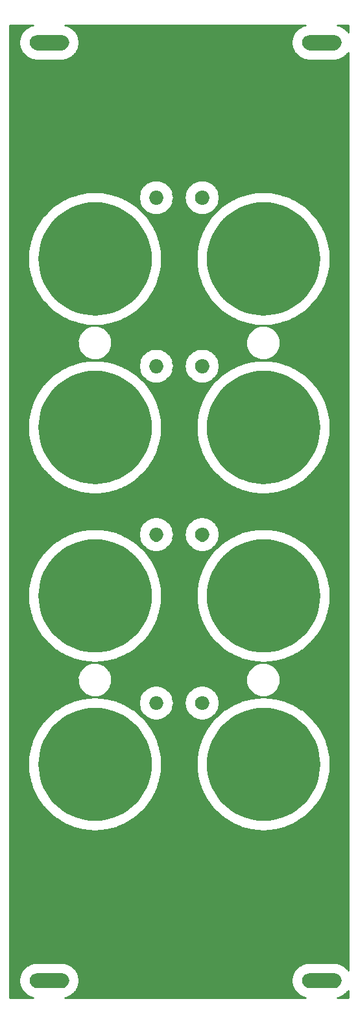
<source format=gbr>
G04 #@! TF.GenerationSoftware,KiCad,Pcbnew,5.0.2+dfsg1-1*
G04 #@! TF.CreationDate,2020-04-26T20:45:05+02:00*
G04 #@! TF.ProjectId,frontpanel,66726f6e-7470-4616-9e65-6c2e6b696361,rev?*
G04 #@! TF.SameCoordinates,Original*
G04 #@! TF.FileFunction,Copper,L1,Top*
G04 #@! TF.FilePolarity,Positive*
%FSLAX46Y46*%
G04 Gerber Fmt 4.6, Leading zero omitted, Abs format (unit mm)*
G04 Created by KiCad (PCBNEW 5.0.2+dfsg1-1) date Sun 26 Apr 2020 08:45:05 PM CEST*
%MOMM*%
%LPD*%
G01*
G04 APERTURE LIST*
G04 #@! TA.AperFunction,NonConductor*
%ADD10C,0.254000*%
G04 #@! TD*
G04 APERTURE END LIST*
D10*
G36*
X43581141Y-209272200D02*
X43559846Y-209272200D01*
X43568955Y-209270757D01*
X43581141Y-209272200D01*
X43581141Y-209272200D01*
G37*
X43581141Y-209272200D02*
X43559846Y-209272200D01*
X43568955Y-209270757D01*
X43581141Y-209272200D01*
G36*
X39360154Y-209272200D02*
X39338857Y-209272200D01*
X39351044Y-209270757D01*
X39360154Y-209272200D01*
X39360154Y-209272200D01*
G37*
X39360154Y-209272200D02*
X39338857Y-209272200D01*
X39351044Y-209270757D01*
X39360154Y-209272200D01*
G36*
X3800129Y-209272200D02*
X3778764Y-209272200D01*
X3790992Y-209270753D01*
X3800129Y-209272200D01*
X3800129Y-209272200D01*
G37*
X3800129Y-209272200D02*
X3778764Y-209272200D01*
X3790992Y-209270753D01*
X3800129Y-209272200D01*
G36*
X8021229Y-209272200D02*
X7999860Y-209272200D01*
X8008998Y-209270753D01*
X8021229Y-209272200D01*
X8021229Y-209272200D01*
G37*
X8021229Y-209272200D02*
X7999860Y-209272200D01*
X8008998Y-209270753D01*
X8021229Y-209272200D01*
G36*
X3647520Y-82266044D02*
X3619529Y-82270460D01*
X3578037Y-82285739D01*
X3535484Y-82297800D01*
X3510245Y-82310702D01*
X3414399Y-82345995D01*
X3381151Y-82376692D01*
X3115940Y-82512262D01*
X3072728Y-82520859D01*
X2986829Y-82578260D01*
X2960545Y-82591696D01*
X2926769Y-82618394D01*
X2890979Y-82642311D01*
X2870110Y-82663181D01*
X2789056Y-82727252D01*
X2767577Y-82765723D01*
X2557723Y-82975595D01*
X2518887Y-82997343D01*
X2455199Y-83078127D01*
X2434641Y-83098687D01*
X2410477Y-83134855D01*
X2383553Y-83169006D01*
X2370355Y-83194907D01*
X2313204Y-83280448D01*
X2304522Y-83324105D01*
X2169601Y-83588888D01*
X2139396Y-83621555D01*
X2103772Y-83718078D01*
X2090563Y-83744001D01*
X2078760Y-83785849D01*
X2063709Y-83826629D01*
X2059155Y-83855356D01*
X2031223Y-83954388D01*
X2036452Y-83998573D01*
X1989966Y-84291816D01*
X1971284Y-84332354D01*
X1967264Y-84435026D01*
X1962731Y-84463619D01*
X1964438Y-84507200D01*
X1962731Y-84550781D01*
X1967264Y-84579374D01*
X1971284Y-84682046D01*
X1989966Y-84722584D01*
X2036452Y-85015827D01*
X2031223Y-85060012D01*
X2059155Y-85159044D01*
X2063709Y-85187771D01*
X2078760Y-85228551D01*
X2090563Y-85270399D01*
X2103772Y-85296322D01*
X2139396Y-85392845D01*
X2169601Y-85425512D01*
X2304522Y-85690295D01*
X2313204Y-85733952D01*
X2370355Y-85819493D01*
X2383553Y-85845394D01*
X2410477Y-85879545D01*
X2434641Y-85915713D01*
X2455199Y-85936273D01*
X2518887Y-86017057D01*
X2557723Y-86038805D01*
X2767577Y-86248677D01*
X2789056Y-86287148D01*
X2870110Y-86351219D01*
X2890979Y-86372089D01*
X2926769Y-86396006D01*
X2960545Y-86422704D01*
X2986829Y-86436140D01*
X3072728Y-86493541D01*
X3115940Y-86502138D01*
X3381151Y-86637708D01*
X3414399Y-86668405D01*
X3510245Y-86703698D01*
X3535484Y-86716600D01*
X3578037Y-86728661D01*
X3619529Y-86743940D01*
X3647520Y-86748356D01*
X3745794Y-86776211D01*
X3790742Y-86770951D01*
X4170985Y-86830938D01*
X4227602Y-86842200D01*
X4242371Y-86842200D01*
X4256956Y-86844501D01*
X4314625Y-86842200D01*
X7485364Y-86842200D01*
X7543033Y-86844501D01*
X7557618Y-86842200D01*
X7572388Y-86842200D01*
X7629008Y-86830938D01*
X8009252Y-86770950D01*
X8054201Y-86776210D01*
X8152466Y-86748357D01*
X8180461Y-86743940D01*
X8221967Y-86728656D01*
X8264511Y-86716597D01*
X8289740Y-86703700D01*
X8385591Y-86668405D01*
X8418844Y-86637704D01*
X8684036Y-86502141D01*
X8727241Y-86493546D01*
X8813153Y-86436138D01*
X8839441Y-86422700D01*
X8873207Y-86396009D01*
X8908993Y-86372096D01*
X8929869Y-86351219D01*
X9010929Y-86287143D01*
X9032403Y-86248679D01*
X9242262Y-86038808D01*
X9281103Y-86017057D01*
X9344791Y-85936273D01*
X9365342Y-85915721D01*
X9389504Y-85879557D01*
X9416438Y-85845394D01*
X9429636Y-85819493D01*
X9486782Y-85733963D01*
X9495466Y-85690301D01*
X9630388Y-85425514D01*
X9660594Y-85392846D01*
X9696219Y-85296320D01*
X9709427Y-85270399D01*
X9721229Y-85228555D01*
X9736281Y-85187772D01*
X9740835Y-85159043D01*
X9768767Y-85060012D01*
X9763538Y-85015826D01*
X9810024Y-84722584D01*
X9828706Y-84682045D01*
X9832726Y-84579373D01*
X9837258Y-84550783D01*
X9835552Y-84507200D01*
X9837258Y-84463617D01*
X9832726Y-84435027D01*
X9828706Y-84332355D01*
X9810024Y-84291816D01*
X9763538Y-83998574D01*
X9768767Y-83954388D01*
X9740835Y-83855357D01*
X9736281Y-83826628D01*
X9721229Y-83785845D01*
X9709427Y-83744001D01*
X9696219Y-83718080D01*
X9660594Y-83621554D01*
X9630388Y-83588886D01*
X9495466Y-83324099D01*
X9486782Y-83280437D01*
X9429636Y-83194907D01*
X9416438Y-83169006D01*
X9389504Y-83134843D01*
X9365342Y-83098679D01*
X9344791Y-83078127D01*
X9281103Y-82997343D01*
X9242262Y-82975592D01*
X9032403Y-82765721D01*
X9010929Y-82727257D01*
X8929869Y-82663181D01*
X8908993Y-82642304D01*
X8873207Y-82618391D01*
X8839441Y-82591700D01*
X8813153Y-82578262D01*
X8727241Y-82520854D01*
X8684036Y-82512259D01*
X8418844Y-82376696D01*
X8385591Y-82345995D01*
X8289740Y-82310700D01*
X8264511Y-82297803D01*
X8221967Y-82285744D01*
X8180461Y-82270460D01*
X8152466Y-82266043D01*
X8068348Y-82242200D01*
X39291707Y-82242200D01*
X39207576Y-82266040D01*
X39179555Y-82270461D01*
X39138083Y-82285733D01*
X39095558Y-82297783D01*
X39070295Y-82310695D01*
X38974425Y-82345998D01*
X38941197Y-82376676D01*
X38675891Y-82512273D01*
X38632620Y-82520887D01*
X38546773Y-82578266D01*
X38520544Y-82591671D01*
X38486725Y-82618400D01*
X38450882Y-82642357D01*
X38430054Y-82663191D01*
X38349047Y-82727216D01*
X38327537Y-82765737D01*
X38117740Y-82975594D01*
X38078958Y-82997308D01*
X38015222Y-83078141D01*
X37994625Y-83098744D01*
X37970503Y-83134856D01*
X37943611Y-83168962D01*
X37930381Y-83194921D01*
X37873206Y-83280516D01*
X37864541Y-83324110D01*
X37729607Y-83588873D01*
X37699378Y-83621567D01*
X37663766Y-83718063D01*
X37650572Y-83743952D01*
X37638758Y-83785826D01*
X37623695Y-83826642D01*
X37619146Y-83855340D01*
X37591217Y-83954335D01*
X37596447Y-83998554D01*
X37549964Y-84291816D01*
X37531288Y-84332340D01*
X37527265Y-84435026D01*
X37522731Y-84463633D01*
X37524438Y-84507200D01*
X37522731Y-84550767D01*
X37527265Y-84579374D01*
X37531288Y-84682060D01*
X37549964Y-84722584D01*
X37596447Y-85015846D01*
X37591217Y-85060065D01*
X37619146Y-85159060D01*
X37623695Y-85187758D01*
X37638758Y-85228574D01*
X37650572Y-85270448D01*
X37663766Y-85296337D01*
X37699378Y-85392833D01*
X37729607Y-85425527D01*
X37864541Y-85690290D01*
X37873206Y-85733884D01*
X37930381Y-85819479D01*
X37943611Y-85845438D01*
X37970503Y-85879544D01*
X37994625Y-85915656D01*
X38015222Y-85936259D01*
X38078958Y-86017092D01*
X38117740Y-86038806D01*
X38327537Y-86248663D01*
X38349047Y-86287184D01*
X38430054Y-86351209D01*
X38450882Y-86372043D01*
X38486725Y-86396000D01*
X38520544Y-86422729D01*
X38546773Y-86436134D01*
X38632620Y-86493513D01*
X38675891Y-86502127D01*
X38941197Y-86637724D01*
X38974425Y-86668402D01*
X39070295Y-86703705D01*
X39095558Y-86716617D01*
X39138083Y-86728667D01*
X39179555Y-86743939D01*
X39207576Y-86748360D01*
X39305872Y-86776214D01*
X39350791Y-86770954D01*
X39730979Y-86830935D01*
X39787612Y-86842200D01*
X39802382Y-86842200D01*
X39816961Y-86844500D01*
X39874619Y-86842200D01*
X43045381Y-86842200D01*
X43103038Y-86844500D01*
X43117617Y-86842200D01*
X43132388Y-86842200D01*
X43189024Y-86830934D01*
X43569208Y-86770954D01*
X43614127Y-86776214D01*
X43712421Y-86748360D01*
X43740445Y-86743939D01*
X43781923Y-86728666D01*
X43824441Y-86716617D01*
X43849698Y-86703708D01*
X43945575Y-86668403D01*
X43978806Y-86637722D01*
X44244108Y-86502127D01*
X44287379Y-86493513D01*
X44373228Y-86436133D01*
X44399455Y-86422729D01*
X44433271Y-86396003D01*
X44469118Y-86372043D01*
X44489948Y-86351207D01*
X44570953Y-86287184D01*
X44592463Y-86248663D01*
X44802260Y-86038806D01*
X44841042Y-86017092D01*
X44904778Y-85936259D01*
X44925375Y-85915656D01*
X44949498Y-85879543D01*
X44976389Y-85845438D01*
X44985001Y-85828540D01*
X44985000Y-205685416D01*
X44976396Y-205668533D01*
X44949495Y-205634414D01*
X44925362Y-205598288D01*
X44904777Y-205577698D01*
X44841053Y-205496877D01*
X44802254Y-205475152D01*
X44592110Y-205264961D01*
X44570313Y-205226046D01*
X44489591Y-205162418D01*
X44469101Y-205141924D01*
X44432869Y-205117709D01*
X44398637Y-205090726D01*
X44372810Y-205077569D01*
X44287360Y-205020459D01*
X44243616Y-205011753D01*
X43978645Y-204876766D01*
X43945965Y-204846557D01*
X43849449Y-204810949D01*
X43823536Y-204797748D01*
X43781679Y-204785947D01*
X43740882Y-204770895D01*
X43712161Y-204766346D01*
X43613144Y-204738428D01*
X43568949Y-204743662D01*
X43189235Y-204683518D01*
X43132388Y-204672210D01*
X43117846Y-204672210D01*
X43103489Y-204669936D01*
X43045598Y-204672210D01*
X39874401Y-204672210D01*
X39816510Y-204669936D01*
X39802153Y-204672210D01*
X39787612Y-204672210D01*
X39730768Y-204683517D01*
X39351050Y-204743662D01*
X39306855Y-204738428D01*
X39207837Y-204766346D01*
X39179118Y-204770895D01*
X39138323Y-204785946D01*
X39096463Y-204797748D01*
X39070549Y-204810949D01*
X38974034Y-204846557D01*
X38941355Y-204876766D01*
X38676387Y-205011751D01*
X38632639Y-205020458D01*
X38547185Y-205077572D01*
X38521363Y-205090726D01*
X38487132Y-205117708D01*
X38450899Y-205141924D01*
X38430412Y-205162416D01*
X38349687Y-205226045D01*
X38327889Y-205264962D01*
X38117746Y-205475152D01*
X38078947Y-205496877D01*
X38015223Y-205577698D01*
X37994638Y-205598288D01*
X37970506Y-205634413D01*
X37943604Y-205668533D01*
X37930382Y-205694478D01*
X37873214Y-205780057D01*
X37864544Y-205823668D01*
X37729579Y-206088503D01*
X37699327Y-206121231D01*
X37663742Y-206217693D01*
X37650567Y-206243545D01*
X37638744Y-206285455D01*
X37623670Y-206326316D01*
X37619131Y-206354978D01*
X37591216Y-206453929D01*
X37596451Y-206498188D01*
X37549951Y-206791810D01*
X37531311Y-206832242D01*
X37527271Y-206935026D01*
X37522725Y-206963730D01*
X37524434Y-207007199D01*
X37522725Y-207050667D01*
X37527271Y-207079371D01*
X37531311Y-207182156D01*
X37549951Y-207222588D01*
X37596451Y-207516217D01*
X37591216Y-207560474D01*
X37619131Y-207659428D01*
X37623670Y-207688092D01*
X37638743Y-207728951D01*
X37650565Y-207770859D01*
X37663740Y-207796712D01*
X37699326Y-207893178D01*
X37729578Y-207925905D01*
X37864546Y-208190754D01*
X37873218Y-208234373D01*
X37930382Y-208319943D01*
X37943600Y-208345881D01*
X37970510Y-208380011D01*
X37994645Y-208416140D01*
X38015222Y-208436721D01*
X38078942Y-208517539D01*
X38117749Y-208539269D01*
X38327887Y-208749449D01*
X38349678Y-208788354D01*
X38430408Y-208851990D01*
X38450907Y-208872493D01*
X38487134Y-208896704D01*
X38521352Y-208923677D01*
X38547184Y-208936837D01*
X38632649Y-208993956D01*
X38676385Y-209002660D01*
X38941350Y-209137650D01*
X38974034Y-209167863D01*
X39070542Y-209203468D01*
X39096450Y-209216667D01*
X39138317Y-209228472D01*
X39179118Y-209243525D01*
X39207830Y-209248073D01*
X39293396Y-209272200D01*
X8066658Y-209272200D01*
X8152210Y-209248070D01*
X8180898Y-209243526D01*
X8221736Y-209228460D01*
X8263618Y-209216647D01*
X8289491Y-209203464D01*
X8385981Y-209167866D01*
X8418690Y-209137630D01*
X8683545Y-209002673D01*
X8727212Y-208993988D01*
X8812741Y-208936841D01*
X8838633Y-208923648D01*
X8872793Y-208896717D01*
X8908969Y-208872546D01*
X8929521Y-208851994D01*
X9010297Y-208788313D01*
X9032050Y-208749468D01*
X9242255Y-208539269D01*
X9281118Y-208517504D01*
X9344787Y-208436739D01*
X9365322Y-208416205D01*
X9389503Y-208380017D01*
X9416448Y-208345837D01*
X9429631Y-208319963D01*
X9486770Y-208234452D01*
X9495461Y-208190764D01*
X9630418Y-207925891D01*
X9660647Y-207893190D01*
X9696244Y-207796698D01*
X9709435Y-207770810D01*
X9721248Y-207728921D01*
X9736306Y-207688106D01*
X9740849Y-207659420D01*
X9768769Y-207560422D01*
X9763534Y-207516195D01*
X9810037Y-207222588D01*
X9828683Y-207182141D01*
X9832720Y-207079370D01*
X9837264Y-207050683D01*
X9835556Y-207007201D01*
X9837264Y-206963714D01*
X9832720Y-206935023D01*
X9828682Y-206832256D01*
X9810037Y-206791811D01*
X9763534Y-206498207D01*
X9768768Y-206453981D01*
X9740850Y-206354993D01*
X9736306Y-206326302D01*
X9721244Y-206285475D01*
X9709432Y-206243593D01*
X9696244Y-206217711D01*
X9660646Y-206121218D01*
X9630415Y-206088515D01*
X9495462Y-205823657D01*
X9486774Y-205779977D01*
X9429632Y-205694458D01*
X9416445Y-205668578D01*
X9389507Y-205634408D01*
X9365329Y-205598223D01*
X9344786Y-205577680D01*
X9281113Y-205496912D01*
X9242258Y-205475152D01*
X9032049Y-205264943D01*
X9010289Y-205226087D01*
X8929516Y-205162410D01*
X8908977Y-205141871D01*
X8872800Y-205117698D01*
X8838623Y-205090755D01*
X8812737Y-205077565D01*
X8727222Y-205020426D01*
X8683544Y-205011738D01*
X8418684Y-204876784D01*
X8385981Y-204846554D01*
X8289487Y-204810955D01*
X8263606Y-204797768D01*
X8221727Y-204785957D01*
X8180898Y-204770894D01*
X8152205Y-204766349D01*
X8053218Y-204738432D01*
X8008992Y-204743666D01*
X7629240Y-204683519D01*
X7572388Y-204672210D01*
X7557841Y-204672210D01*
X7543484Y-204669936D01*
X7485600Y-204672210D01*
X4314388Y-204672210D01*
X4256504Y-204669936D01*
X4242147Y-204672210D01*
X4227602Y-204672210D01*
X4170757Y-204683517D01*
X3791002Y-204743666D01*
X3746778Y-204738431D01*
X3647783Y-204766350D01*
X3619092Y-204770894D01*
X3578272Y-204785953D01*
X3536390Y-204797765D01*
X3510503Y-204810955D01*
X3414008Y-204846554D01*
X3381307Y-204876782D01*
X3116436Y-205011739D01*
X3072748Y-205020430D01*
X2987237Y-205077569D01*
X2961363Y-205090752D01*
X2927183Y-205117697D01*
X2890995Y-205141878D01*
X2870461Y-205162413D01*
X2789696Y-205226082D01*
X2767931Y-205264945D01*
X2557728Y-205475153D01*
X2518877Y-205496911D01*
X2455198Y-205577686D01*
X2434654Y-205598231D01*
X2410483Y-205634407D01*
X2383545Y-205668577D01*
X2370353Y-205694467D01*
X2313212Y-205779988D01*
X2304526Y-205823661D01*
X2169574Y-206088516D01*
X2139344Y-206121219D01*
X2103745Y-206217713D01*
X2090558Y-206243594D01*
X2078747Y-206285473D01*
X2063684Y-206326302D01*
X2059139Y-206354995D01*
X2031222Y-206453982D01*
X2036456Y-206498208D01*
X1989954Y-206791811D01*
X1971308Y-206832256D01*
X1967270Y-206935026D01*
X1962726Y-206963716D01*
X1964434Y-207007201D01*
X1962726Y-207050682D01*
X1967270Y-207079369D01*
X1971307Y-207182141D01*
X1989953Y-207222588D01*
X2036456Y-207516194D01*
X2031221Y-207560421D01*
X2059141Y-207659420D01*
X2063684Y-207688105D01*
X2078741Y-207728919D01*
X2090555Y-207770810D01*
X2103746Y-207796699D01*
X2139343Y-207893190D01*
X2169572Y-207925891D01*
X2304527Y-208190759D01*
X2313216Y-208234442D01*
X2370357Y-208319959D01*
X2383542Y-208345837D01*
X2410482Y-208380010D01*
X2434661Y-208416197D01*
X2455201Y-208436737D01*
X2518872Y-208517504D01*
X2557730Y-208539266D01*
X2767929Y-208749465D01*
X2789687Y-208788318D01*
X2870459Y-208851995D01*
X2891003Y-208872539D01*
X2927185Y-208896715D01*
X2961352Y-208923651D01*
X2987234Y-208936839D01*
X3072757Y-208993984D01*
X3116434Y-209002672D01*
X3381303Y-209137633D01*
X3414008Y-209167866D01*
X3510496Y-209203463D01*
X3536377Y-209216650D01*
X3578265Y-209228464D01*
X3619092Y-209243526D01*
X3647780Y-209248070D01*
X3733337Y-209272200D01*
X735000Y-209272200D01*
X735000Y-178716947D01*
X3122532Y-178716947D01*
X3124290Y-178757200D01*
X3122532Y-178797448D01*
X3127440Y-178829338D01*
X3154390Y-179446484D01*
X3152280Y-179478678D01*
X3157540Y-179518628D01*
X3159298Y-179558885D01*
X3166967Y-179590223D01*
X3247590Y-180202551D01*
X3248292Y-180234787D01*
X3257016Y-180274146D01*
X3262279Y-180314115D01*
X3272644Y-180344646D01*
X3406319Y-180947709D01*
X3409833Y-180979788D01*
X3421944Y-181018199D01*
X3430663Y-181057532D01*
X3443663Y-181087078D01*
X3629403Y-181676153D01*
X3635696Y-181707789D01*
X3651120Y-181745026D01*
X3663239Y-181783462D01*
X3678753Y-181811740D01*
X3915130Y-182382415D01*
X3924163Y-182413401D01*
X3942764Y-182449129D01*
X3958179Y-182486346D01*
X3976112Y-182513184D01*
X4261317Y-183061010D01*
X4273008Y-183091072D01*
X4294667Y-183125069D01*
X4313278Y-183160817D01*
X4333464Y-183185967D01*
X4665331Y-183706879D01*
X4679595Y-183735804D01*
X4704130Y-183767779D01*
X4725787Y-183801773D01*
X4748091Y-183825071D01*
X5124086Y-184315087D01*
X5140816Y-184342661D01*
X5168053Y-184372388D01*
X5192588Y-184404363D01*
X5216829Y-184425622D01*
X5634131Y-184881070D01*
X5653216Y-184907098D01*
X5682907Y-184934305D01*
X5710121Y-184964006D01*
X5736156Y-184983098D01*
X6191580Y-185400411D01*
X6212864Y-185424678D01*
X6244818Y-185449194D01*
X6274515Y-185476406D01*
X6302113Y-185493153D01*
X6792124Y-185869104D01*
X6815404Y-185891390D01*
X6849409Y-185913055D01*
X6881408Y-185937605D01*
X6910320Y-185951861D01*
X7431222Y-186283725D01*
X7456367Y-186303908D01*
X7492113Y-186322518D01*
X7526115Y-186344181D01*
X7556177Y-186355872D01*
X8104096Y-186641135D01*
X8130966Y-186659085D01*
X8168145Y-186674481D01*
X8203841Y-186693065D01*
X8234867Y-186702110D01*
X8805512Y-186938411D01*
X8833743Y-186953901D01*
X8872221Y-186966035D01*
X8909507Y-186981475D01*
X8941098Y-186987755D01*
X9530119Y-187173503D01*
X9559640Y-187186495D01*
X9598988Y-187195221D01*
X9637425Y-187207342D01*
X9669487Y-187210855D01*
X10272527Y-187344586D01*
X10303099Y-187354964D01*
X10343024Y-187360220D01*
X10382341Y-187368939D01*
X10414620Y-187369645D01*
X11027111Y-187450278D01*
X11058463Y-187457948D01*
X11098698Y-187459702D01*
X11138635Y-187464960D01*
X11170849Y-187462848D01*
X11787856Y-187489752D01*
X11819699Y-187494655D01*
X11860000Y-187492898D01*
X11900301Y-187494655D01*
X11932144Y-187489752D01*
X12549150Y-187462848D01*
X12581364Y-187464960D01*
X12621301Y-187459702D01*
X12661536Y-187457948D01*
X12692888Y-187450278D01*
X13305391Y-187369644D01*
X13337671Y-187368937D01*
X13376973Y-187360221D01*
X13416902Y-187354964D01*
X13447487Y-187344582D01*
X14050440Y-187210858D01*
X14082486Y-187207348D01*
X14120950Y-187195220D01*
X14160313Y-187186490D01*
X14189810Y-187173508D01*
X14778940Y-186987751D01*
X14810553Y-186981465D01*
X14847800Y-186966039D01*
X14886262Y-186953912D01*
X14914529Y-186938404D01*
X15485085Y-186702110D01*
X15516091Y-186693072D01*
X15551817Y-186674473D01*
X15589012Y-186659069D01*
X15615855Y-186641136D01*
X16163813Y-186355871D01*
X16193880Y-186344178D01*
X16227864Y-186322527D01*
X16263607Y-186303919D01*
X16288767Y-186283725D01*
X16809661Y-185951861D01*
X16838561Y-185937612D01*
X16870563Y-185913060D01*
X16904581Y-185891387D01*
X16927857Y-185869104D01*
X17417898Y-185493143D01*
X17445518Y-185476381D01*
X17475193Y-185449186D01*
X17507126Y-185424687D01*
X17528430Y-185400399D01*
X17983807Y-184983079D01*
X18009819Y-184964005D01*
X18037041Y-184934295D01*
X18066753Y-184907066D01*
X18085828Y-184881048D01*
X18503106Y-184425629D01*
X18527329Y-184404387D01*
X18551869Y-184372408D01*
X18579124Y-184342662D01*
X18595850Y-184315096D01*
X18971877Y-183825084D01*
X18994187Y-183801780D01*
X19015835Y-183767801D01*
X19040367Y-183735833D01*
X19054640Y-183706894D01*
X19386512Y-183185987D01*
X19406692Y-183160848D01*
X19425312Y-183125087D01*
X19446978Y-183091080D01*
X19458663Y-183061033D01*
X19743930Y-182513159D01*
X19761888Y-182486276D01*
X19777274Y-182449119D01*
X19795853Y-182413437D01*
X19804905Y-182382391D01*
X20041214Y-181811712D01*
X20056699Y-181783490D01*
X20068833Y-181745013D01*
X20084277Y-181707716D01*
X20090557Y-181676125D01*
X20276318Y-181087072D01*
X20289330Y-181057493D01*
X20298038Y-181018196D01*
X20310141Y-180979818D01*
X20313660Y-180947702D01*
X20447302Y-180344630D01*
X20457661Y-180314115D01*
X20462927Y-180274121D01*
X20471652Y-180234748D01*
X20472352Y-180202537D01*
X20552970Y-179590244D01*
X20560634Y-179558937D01*
X20562396Y-179518660D01*
X20567660Y-179478678D01*
X20565552Y-179446507D01*
X20592547Y-178829340D01*
X20597461Y-178797396D01*
X20595703Y-178757200D01*
X20597461Y-178717000D01*
X20597445Y-178716894D01*
X25122545Y-178716894D01*
X25124302Y-178757200D01*
X25122545Y-178797501D01*
X25127447Y-178829339D01*
X25154352Y-179446454D01*
X25152240Y-179478678D01*
X25157497Y-179518607D01*
X25159251Y-179558832D01*
X25166923Y-179590193D01*
X25247554Y-180202586D01*
X25248260Y-180234849D01*
X25256980Y-180274172D01*
X25262239Y-180314115D01*
X25272615Y-180344680D01*
X25406345Y-180947747D01*
X25409859Y-180979817D01*
X25421979Y-181018251D01*
X25430703Y-181057591D01*
X25443696Y-181087117D01*
X25629443Y-181676127D01*
X25635723Y-181707715D01*
X25651166Y-181745009D01*
X25663301Y-181783490D01*
X25678788Y-181811716D01*
X25915096Y-182382393D01*
X25924147Y-182413436D01*
X25942724Y-182449115D01*
X25958112Y-182486276D01*
X25976072Y-182513162D01*
X26261337Y-183061033D01*
X26273022Y-183091080D01*
X26294688Y-183125087D01*
X26313308Y-183160848D01*
X26333487Y-183185986D01*
X26665339Y-183706861D01*
X26679588Y-183735761D01*
X26704140Y-183767763D01*
X26725813Y-183801781D01*
X26748096Y-183825057D01*
X27124034Y-184315068D01*
X27140776Y-184342661D01*
X27167994Y-184372367D01*
X27192513Y-184404326D01*
X27216773Y-184425605D01*
X27634101Y-184881081D01*
X27653195Y-184907119D01*
X27682876Y-184934314D01*
X27710081Y-184964006D01*
X27736128Y-184983106D01*
X28191599Y-185400431D01*
X28212874Y-185424687D01*
X28244828Y-185449202D01*
X28274538Y-185476424D01*
X28302136Y-185493169D01*
X28792148Y-185869107D01*
X28815420Y-185891387D01*
X28849433Y-185913057D01*
X28881439Y-185937612D01*
X28910344Y-185951864D01*
X29431213Y-186283712D01*
X29456352Y-186303892D01*
X29492113Y-186322512D01*
X29526120Y-186344178D01*
X29556167Y-186355863D01*
X30104041Y-186641130D01*
X30130924Y-186659088D01*
X30168081Y-186674474D01*
X30203763Y-186693053D01*
X30234809Y-186702105D01*
X30805488Y-186938414D01*
X30833710Y-186953899D01*
X30872187Y-186966033D01*
X30909484Y-186981477D01*
X30941075Y-186987757D01*
X31530086Y-187173505D01*
X31559609Y-187186497D01*
X31598946Y-187195220D01*
X31637382Y-187207341D01*
X31669454Y-187210855D01*
X32272530Y-187344587D01*
X32303099Y-187354964D01*
X32343030Y-187360221D01*
X32382350Y-187368940D01*
X32414623Y-187369646D01*
X33027111Y-187450278D01*
X33058463Y-187457948D01*
X33098698Y-187459702D01*
X33138635Y-187464960D01*
X33170849Y-187462848D01*
X33787856Y-187489752D01*
X33819699Y-187494655D01*
X33860000Y-187492898D01*
X33900301Y-187494655D01*
X33932144Y-187489752D01*
X34549150Y-187462848D01*
X34581364Y-187464960D01*
X34621301Y-187459702D01*
X34661536Y-187457948D01*
X34692888Y-187450278D01*
X35305391Y-187369644D01*
X35337671Y-187368937D01*
X35376973Y-187360221D01*
X35416902Y-187354964D01*
X35447487Y-187344582D01*
X36050440Y-187210858D01*
X36082486Y-187207348D01*
X36120950Y-187195220D01*
X36160313Y-187186490D01*
X36189810Y-187173508D01*
X36778940Y-186987751D01*
X36810553Y-186981465D01*
X36847800Y-186966039D01*
X36886262Y-186953912D01*
X36914529Y-186938404D01*
X37485085Y-186702110D01*
X37516091Y-186693072D01*
X37551817Y-186674473D01*
X37589012Y-186659069D01*
X37615855Y-186641136D01*
X38163813Y-186355871D01*
X38193880Y-186344178D01*
X38227864Y-186322527D01*
X38263607Y-186303919D01*
X38288767Y-186283725D01*
X38809661Y-185951861D01*
X38838561Y-185937612D01*
X38870563Y-185913060D01*
X38904581Y-185891387D01*
X38927857Y-185869104D01*
X39417898Y-185493143D01*
X39445518Y-185476381D01*
X39475193Y-185449186D01*
X39507126Y-185424687D01*
X39528430Y-185400399D01*
X39983807Y-184983079D01*
X40009819Y-184964005D01*
X40037041Y-184934295D01*
X40066753Y-184907066D01*
X40085828Y-184881048D01*
X40503106Y-184425629D01*
X40527329Y-184404387D01*
X40551869Y-184372408D01*
X40579124Y-184342662D01*
X40595850Y-184315096D01*
X40971877Y-183825084D01*
X40994187Y-183801780D01*
X41015835Y-183767801D01*
X41040367Y-183735833D01*
X41054640Y-183706894D01*
X41386512Y-183185987D01*
X41406692Y-183160848D01*
X41425312Y-183125087D01*
X41446978Y-183091080D01*
X41458663Y-183061033D01*
X41743930Y-182513159D01*
X41761888Y-182486276D01*
X41777274Y-182449119D01*
X41795853Y-182413437D01*
X41804905Y-182382391D01*
X42041214Y-181811712D01*
X42056699Y-181783490D01*
X42068833Y-181745013D01*
X42084277Y-181707716D01*
X42090557Y-181676125D01*
X42276318Y-181087072D01*
X42289330Y-181057493D01*
X42298038Y-181018196D01*
X42310141Y-180979818D01*
X42313660Y-180947702D01*
X42447291Y-180344680D01*
X42457637Y-180314217D01*
X42462915Y-180274174D01*
X42471652Y-180234748D01*
X42472351Y-180202587D01*
X42553064Y-179590248D01*
X42560749Y-179558832D01*
X42562501Y-179518653D01*
X42567756Y-179478783D01*
X42565646Y-179446512D01*
X42592553Y-178829339D01*
X42597455Y-178797501D01*
X42595698Y-178757201D01*
X42597455Y-178716895D01*
X42592552Y-178685053D01*
X42565646Y-178068001D01*
X42567757Y-178035730D01*
X42562500Y-177995841D01*
X42560748Y-177955663D01*
X42553067Y-177924263D01*
X42472350Y-177311814D01*
X42471650Y-177279630D01*
X42462914Y-177240215D01*
X42457640Y-177200196D01*
X42447290Y-177169719D01*
X42313664Y-176566811D01*
X42310148Y-176534713D01*
X42298035Y-176496295D01*
X42289322Y-176456985D01*
X42276324Y-176427441D01*
X42090552Y-175838263D01*
X42084265Y-175806646D01*
X42068837Y-175769394D01*
X42056712Y-175730939D01*
X42041206Y-175702677D01*
X41804911Y-175132117D01*
X41795872Y-175101108D01*
X41777271Y-175065378D01*
X41761869Y-175028188D01*
X41743937Y-175001348D01*
X41458671Y-174453387D01*
X41446978Y-174423320D01*
X41425327Y-174389336D01*
X41406719Y-174353593D01*
X41386525Y-174328433D01*
X41054640Y-173807506D01*
X41040367Y-173778567D01*
X41015835Y-173746599D01*
X40994187Y-173712620D01*
X40971877Y-173689316D01*
X40595827Y-173199275D01*
X40579081Y-173171681D01*
X40551848Y-173141965D01*
X40527329Y-173110013D01*
X40503078Y-173088747D01*
X40085836Y-172633454D01*
X40066806Y-172607492D01*
X40037038Y-172580207D01*
X40009766Y-172550447D01*
X39983814Y-172531420D01*
X39528457Y-172114032D01*
X39507126Y-172089713D01*
X39475221Y-172065235D01*
X39445580Y-172038066D01*
X39417931Y-172021282D01*
X38927857Y-171645296D01*
X38904581Y-171623013D01*
X38870563Y-171601340D01*
X38838561Y-171576788D01*
X38809661Y-171562539D01*
X38288767Y-171230675D01*
X38263607Y-171210481D01*
X38227864Y-171191873D01*
X38193880Y-171170222D01*
X38163813Y-171158529D01*
X37615855Y-170873264D01*
X37589012Y-170855331D01*
X37551817Y-170839927D01*
X37516091Y-170821328D01*
X37485085Y-170812290D01*
X36914529Y-170575996D01*
X36886262Y-170560488D01*
X36847800Y-170548361D01*
X36810553Y-170532935D01*
X36778940Y-170526649D01*
X36189810Y-170340892D01*
X36160313Y-170327910D01*
X36120950Y-170319180D01*
X36082486Y-170307052D01*
X36050440Y-170303542D01*
X35447487Y-170169818D01*
X35416902Y-170159436D01*
X35376973Y-170154179D01*
X35337671Y-170145463D01*
X35305391Y-170144756D01*
X34692888Y-170064122D01*
X34661536Y-170056452D01*
X34621301Y-170054698D01*
X34581364Y-170049440D01*
X34549150Y-170051552D01*
X33932144Y-170024648D01*
X33900301Y-170019745D01*
X33860000Y-170021502D01*
X33819699Y-170019745D01*
X33787856Y-170024648D01*
X33170849Y-170051552D01*
X33138635Y-170049440D01*
X33098698Y-170054698D01*
X33058463Y-170056452D01*
X33027111Y-170064122D01*
X32414623Y-170144754D01*
X32382350Y-170145460D01*
X32343030Y-170154179D01*
X32303099Y-170159436D01*
X32272530Y-170169813D01*
X31669454Y-170303545D01*
X31637382Y-170307059D01*
X31598946Y-170319180D01*
X31559609Y-170327903D01*
X31530086Y-170340895D01*
X30941075Y-170526643D01*
X30909484Y-170532923D01*
X30872187Y-170548367D01*
X30833710Y-170560501D01*
X30805488Y-170575986D01*
X30234809Y-170812295D01*
X30203763Y-170821347D01*
X30168081Y-170839926D01*
X30130924Y-170855312D01*
X30104041Y-170873270D01*
X29556167Y-171158537D01*
X29526120Y-171170222D01*
X29492113Y-171191888D01*
X29456352Y-171210508D01*
X29431213Y-171230688D01*
X28910344Y-171562536D01*
X28881439Y-171576788D01*
X28849433Y-171601343D01*
X28815420Y-171623013D01*
X28792148Y-171645293D01*
X28302102Y-172021257D01*
X28274476Y-172038023D01*
X28244800Y-172065219D01*
X28212874Y-172089713D01*
X28191571Y-172114001D01*
X27736121Y-172531395D01*
X27710134Y-172550447D01*
X27682879Y-172580188D01*
X27653143Y-172607439D01*
X27634095Y-172633421D01*
X27216801Y-173088770D01*
X27192513Y-173110074D01*
X27168014Y-173142007D01*
X27140819Y-173171682D01*
X27124057Y-173199302D01*
X26748096Y-173689343D01*
X26725813Y-173712619D01*
X26704140Y-173746637D01*
X26679588Y-173778639D01*
X26665339Y-173807539D01*
X26333475Y-174328433D01*
X26313281Y-174353593D01*
X26294673Y-174389336D01*
X26273022Y-174423320D01*
X26261329Y-174453387D01*
X25976064Y-175001345D01*
X25958131Y-175028188D01*
X25942727Y-175065383D01*
X25924128Y-175101109D01*
X25915090Y-175132115D01*
X25678796Y-175702671D01*
X25663288Y-175730938D01*
X25651161Y-175769400D01*
X25635735Y-175806647D01*
X25629449Y-175838260D01*
X25443692Y-176427390D01*
X25430710Y-176456887D01*
X25421980Y-176496250D01*
X25409852Y-176534714D01*
X25406342Y-176566760D01*
X25272618Y-177169713D01*
X25262236Y-177200298D01*
X25256979Y-177240227D01*
X25248263Y-177279529D01*
X25247556Y-177311809D01*
X25166922Y-177924312D01*
X25159252Y-177955664D01*
X25157498Y-177995899D01*
X25152240Y-178035836D01*
X25154352Y-178068050D01*
X25127448Y-178685052D01*
X25122545Y-178716894D01*
X20597445Y-178716894D01*
X20592546Y-178685054D01*
X20565552Y-178067989D01*
X20567660Y-178035835D01*
X20562397Y-177995856D01*
X20560634Y-177955559D01*
X20552971Y-177924253D01*
X20472352Y-177311866D01*
X20471650Y-177279630D01*
X20462926Y-177240266D01*
X20457664Y-177200299D01*
X20447301Y-177169770D01*
X20313664Y-176566811D01*
X20310148Y-176534713D01*
X20298035Y-176496295D01*
X20289322Y-176456985D01*
X20276324Y-176427441D01*
X20090552Y-175838263D01*
X20084265Y-175806646D01*
X20068837Y-175769394D01*
X20056712Y-175730939D01*
X20041206Y-175702677D01*
X19804911Y-175132117D01*
X19795872Y-175101108D01*
X19777271Y-175065378D01*
X19761869Y-175028188D01*
X19743937Y-175001348D01*
X19458671Y-174453387D01*
X19446978Y-174423320D01*
X19425327Y-174389336D01*
X19406719Y-174353593D01*
X19386525Y-174328433D01*
X19054640Y-173807506D01*
X19040367Y-173778567D01*
X19015835Y-173746599D01*
X18994187Y-173712620D01*
X18971877Y-173689316D01*
X18595827Y-173199275D01*
X18579081Y-173171681D01*
X18551848Y-173141965D01*
X18527329Y-173110013D01*
X18503078Y-173088747D01*
X18085836Y-172633454D01*
X18066806Y-172607492D01*
X18037038Y-172580207D01*
X18009766Y-172550447D01*
X17983814Y-172531420D01*
X17528457Y-172114032D01*
X17507126Y-172089713D01*
X17475221Y-172065235D01*
X17445580Y-172038066D01*
X17417931Y-172021282D01*
X16927857Y-171645296D01*
X16904581Y-171623013D01*
X16870563Y-171601340D01*
X16838561Y-171576788D01*
X16809661Y-171562539D01*
X16288767Y-171230675D01*
X16263607Y-171210481D01*
X16227864Y-171191873D01*
X16193880Y-171170222D01*
X16163813Y-171158529D01*
X15615855Y-170873264D01*
X15589012Y-170855331D01*
X15551817Y-170839927D01*
X15516091Y-170821328D01*
X15485085Y-170812290D01*
X15215925Y-170700818D01*
X17573600Y-170700818D01*
X17574827Y-170757200D01*
X17573600Y-170813582D01*
X17576400Y-170829457D01*
X17578357Y-170919361D01*
X17601560Y-170972100D01*
X17664271Y-171327645D01*
X17660503Y-171385043D01*
X17689430Y-171470287D01*
X17692247Y-171486257D01*
X17712657Y-171538732D01*
X17730748Y-171592044D01*
X17738854Y-171606088D01*
X17771486Y-171689986D01*
X17811265Y-171731535D01*
X17991765Y-172044240D01*
X18007897Y-172099575D01*
X18064176Y-172169688D01*
X18072224Y-172183631D01*
X18109413Y-172226045D01*
X18144732Y-172270046D01*
X18157069Y-172280396D01*
X18216338Y-172347993D01*
X18268028Y-172373490D01*
X18544629Y-172605556D01*
X18578613Y-172651922D01*
X18655594Y-172698654D01*
X18668043Y-172709099D01*
X18717374Y-172736159D01*
X18765473Y-172765358D01*
X18780743Y-172770919D01*
X18859697Y-172814228D01*
X18916841Y-172820483D01*
X19256086Y-172944028D01*
X19304017Y-172976054D01*
X19392186Y-172993592D01*
X19407308Y-172999099D01*
X19463071Y-173007692D01*
X19518412Y-173018700D01*
X19534507Y-173018700D01*
X19623353Y-173032391D01*
X19679347Y-173018700D01*
X20040653Y-173018700D01*
X20096647Y-173032391D01*
X20185491Y-173018700D01*
X20201588Y-173018700D01*
X20256946Y-173007689D01*
X20312692Y-172999098D01*
X20327808Y-172993593D01*
X20415983Y-172976054D01*
X20463917Y-172944026D01*
X20803157Y-172820483D01*
X20860302Y-172814228D01*
X20939259Y-172770918D01*
X20954528Y-172765357D01*
X21002624Y-172736160D01*
X21051957Y-172709099D01*
X21064407Y-172698654D01*
X21141387Y-172651922D01*
X21175371Y-172605556D01*
X21451973Y-172373490D01*
X21503662Y-172347993D01*
X21562931Y-172280396D01*
X21575268Y-172270046D01*
X21610584Y-172226048D01*
X21647776Y-172183631D01*
X21655826Y-172169685D01*
X21712102Y-172099575D01*
X21728234Y-172044243D01*
X21908737Y-171731532D01*
X21948514Y-171689985D01*
X21981144Y-171606092D01*
X21989252Y-171592045D01*
X22007347Y-171538723D01*
X22027753Y-171486257D01*
X22030569Y-171470289D01*
X22059497Y-171385044D01*
X22055729Y-171327645D01*
X22118441Y-170972100D01*
X22141643Y-170919361D01*
X22143600Y-170829458D01*
X22146400Y-170813583D01*
X22145173Y-170757200D01*
X22146399Y-170700818D01*
X23573600Y-170700818D01*
X23574827Y-170757200D01*
X23573600Y-170813582D01*
X23576400Y-170829457D01*
X23578357Y-170919361D01*
X23601560Y-170972100D01*
X23664271Y-171327645D01*
X23660503Y-171385043D01*
X23689430Y-171470287D01*
X23692247Y-171486257D01*
X23712657Y-171538732D01*
X23730748Y-171592044D01*
X23738854Y-171606088D01*
X23771486Y-171689986D01*
X23811265Y-171731535D01*
X23991765Y-172044240D01*
X24007897Y-172099575D01*
X24064176Y-172169688D01*
X24072224Y-172183631D01*
X24109413Y-172226045D01*
X24144732Y-172270046D01*
X24157069Y-172280396D01*
X24216338Y-172347993D01*
X24268028Y-172373490D01*
X24544629Y-172605556D01*
X24578613Y-172651922D01*
X24655594Y-172698654D01*
X24668043Y-172709099D01*
X24717374Y-172736159D01*
X24765473Y-172765358D01*
X24780743Y-172770919D01*
X24859697Y-172814228D01*
X24916841Y-172820483D01*
X25256086Y-172944028D01*
X25304017Y-172976054D01*
X25392186Y-172993592D01*
X25407308Y-172999099D01*
X25463071Y-173007692D01*
X25518412Y-173018700D01*
X25534507Y-173018700D01*
X25623353Y-173032391D01*
X25679347Y-173018700D01*
X26040653Y-173018700D01*
X26096647Y-173032391D01*
X26185491Y-173018700D01*
X26201588Y-173018700D01*
X26256946Y-173007689D01*
X26312692Y-172999098D01*
X26327808Y-172993593D01*
X26415983Y-172976054D01*
X26463917Y-172944026D01*
X26803157Y-172820483D01*
X26860302Y-172814228D01*
X26939259Y-172770918D01*
X26954528Y-172765357D01*
X27002624Y-172736160D01*
X27051957Y-172709099D01*
X27064407Y-172698654D01*
X27141387Y-172651922D01*
X27175371Y-172605556D01*
X27451973Y-172373490D01*
X27503662Y-172347993D01*
X27562931Y-172280396D01*
X27575268Y-172270046D01*
X27610584Y-172226048D01*
X27647776Y-172183631D01*
X27655826Y-172169685D01*
X27712102Y-172099575D01*
X27728234Y-172044243D01*
X27908737Y-171731532D01*
X27948514Y-171689985D01*
X27981144Y-171606092D01*
X27989252Y-171592045D01*
X28007347Y-171538723D01*
X28027753Y-171486257D01*
X28030569Y-171470289D01*
X28059497Y-171385044D01*
X28055729Y-171327645D01*
X28118441Y-170972100D01*
X28141643Y-170919361D01*
X28143600Y-170829458D01*
X28146400Y-170813583D01*
X28145173Y-170757200D01*
X28146400Y-170700817D01*
X28143600Y-170684942D01*
X28141643Y-170595039D01*
X28118441Y-170542300D01*
X28055729Y-170186755D01*
X28059497Y-170129356D01*
X28030569Y-170044111D01*
X28027753Y-170028143D01*
X28007347Y-169975677D01*
X27989252Y-169922355D01*
X27981144Y-169908308D01*
X27948514Y-169824415D01*
X27908737Y-169782868D01*
X27728234Y-169470157D01*
X27712102Y-169414825D01*
X27655826Y-169344715D01*
X27647776Y-169330769D01*
X27610584Y-169288352D01*
X27575268Y-169244354D01*
X27562931Y-169234004D01*
X27503662Y-169166407D01*
X27451973Y-169140910D01*
X27175321Y-168908802D01*
X27141290Y-168862389D01*
X27064357Y-168815704D01*
X27051957Y-168805301D01*
X27002566Y-168778208D01*
X26954411Y-168748987D01*
X26939202Y-168743451D01*
X26860302Y-168700172D01*
X26803092Y-168693910D01*
X26463863Y-168570438D01*
X26415983Y-168538446D01*
X26327744Y-168520894D01*
X26312567Y-168515370D01*
X26256884Y-168506799D01*
X26201588Y-168495800D01*
X26185425Y-168495800D01*
X26096517Y-168482115D01*
X26040589Y-168495800D01*
X25679410Y-168495800D01*
X25623483Y-168482115D01*
X25534574Y-168495800D01*
X25518412Y-168495800D01*
X25463118Y-168506799D01*
X25407432Y-168515370D01*
X25392254Y-168520895D01*
X25304017Y-168538446D01*
X25256138Y-168570438D01*
X24916908Y-168693910D01*
X24859697Y-168700172D01*
X24780796Y-168743452D01*
X24765589Y-168748987D01*
X24717441Y-168778204D01*
X24668043Y-168805301D01*
X24655640Y-168815707D01*
X24578710Y-168862390D01*
X24544680Y-168908801D01*
X24268028Y-169140910D01*
X24216338Y-169166407D01*
X24157069Y-169234004D01*
X24144732Y-169244354D01*
X24109413Y-169288355D01*
X24072224Y-169330769D01*
X24064176Y-169344712D01*
X24007897Y-169414825D01*
X23991765Y-169470160D01*
X23811265Y-169782865D01*
X23771486Y-169824414D01*
X23738854Y-169908312D01*
X23730748Y-169922356D01*
X23712657Y-169975668D01*
X23692247Y-170028143D01*
X23689430Y-170044113D01*
X23660503Y-170129357D01*
X23664271Y-170186755D01*
X23601560Y-170542300D01*
X23578357Y-170595039D01*
X23576400Y-170684943D01*
X23573600Y-170700818D01*
X22146399Y-170700818D01*
X22146400Y-170700817D01*
X22143600Y-170684942D01*
X22141643Y-170595039D01*
X22118441Y-170542300D01*
X22055729Y-170186755D01*
X22059497Y-170129356D01*
X22030569Y-170044111D01*
X22027753Y-170028143D01*
X22007347Y-169975677D01*
X21989252Y-169922355D01*
X21981144Y-169908308D01*
X21948514Y-169824415D01*
X21908737Y-169782868D01*
X21728234Y-169470157D01*
X21712102Y-169414825D01*
X21655826Y-169344715D01*
X21647776Y-169330769D01*
X21610584Y-169288352D01*
X21575268Y-169244354D01*
X21562931Y-169234004D01*
X21503662Y-169166407D01*
X21451973Y-169140910D01*
X21175321Y-168908802D01*
X21141290Y-168862389D01*
X21064357Y-168815704D01*
X21051957Y-168805301D01*
X21002566Y-168778208D01*
X20954411Y-168748987D01*
X20939202Y-168743451D01*
X20860302Y-168700172D01*
X20803092Y-168693910D01*
X20463863Y-168570438D01*
X20415983Y-168538446D01*
X20327744Y-168520894D01*
X20312567Y-168515370D01*
X20256884Y-168506799D01*
X20201588Y-168495800D01*
X20185425Y-168495800D01*
X20096517Y-168482115D01*
X20040589Y-168495800D01*
X19679410Y-168495800D01*
X19623483Y-168482115D01*
X19534574Y-168495800D01*
X19518412Y-168495800D01*
X19463118Y-168506799D01*
X19407432Y-168515370D01*
X19392254Y-168520895D01*
X19304017Y-168538446D01*
X19256138Y-168570438D01*
X18916908Y-168693910D01*
X18859697Y-168700172D01*
X18780796Y-168743452D01*
X18765589Y-168748987D01*
X18717441Y-168778204D01*
X18668043Y-168805301D01*
X18655640Y-168815707D01*
X18578710Y-168862390D01*
X18544680Y-168908801D01*
X18268028Y-169140910D01*
X18216338Y-169166407D01*
X18157069Y-169234004D01*
X18144732Y-169244354D01*
X18109413Y-169288355D01*
X18072224Y-169330769D01*
X18064176Y-169344712D01*
X18007897Y-169414825D01*
X17991765Y-169470160D01*
X17811265Y-169782865D01*
X17771486Y-169824414D01*
X17738854Y-169908312D01*
X17730748Y-169922356D01*
X17712657Y-169975668D01*
X17692247Y-170028143D01*
X17689430Y-170044113D01*
X17660503Y-170129357D01*
X17664271Y-170186755D01*
X17601560Y-170542300D01*
X17578357Y-170595039D01*
X17576400Y-170684943D01*
X17573600Y-170700818D01*
X15215925Y-170700818D01*
X14914529Y-170575996D01*
X14886262Y-170560488D01*
X14847800Y-170548361D01*
X14810553Y-170532935D01*
X14778940Y-170526649D01*
X14189810Y-170340892D01*
X14160313Y-170327910D01*
X14120950Y-170319180D01*
X14082486Y-170307052D01*
X14050440Y-170303542D01*
X13447487Y-170169818D01*
X13416902Y-170159436D01*
X13376973Y-170154179D01*
X13337671Y-170145463D01*
X13305391Y-170144756D01*
X12692888Y-170064122D01*
X12661536Y-170056452D01*
X12621301Y-170054698D01*
X12581364Y-170049440D01*
X12549150Y-170051552D01*
X11932144Y-170024648D01*
X11900301Y-170019745D01*
X11860000Y-170021502D01*
X11819699Y-170019745D01*
X11787856Y-170024648D01*
X11170849Y-170051552D01*
X11138635Y-170049440D01*
X11098698Y-170054698D01*
X11058463Y-170056452D01*
X11027111Y-170064122D01*
X10414620Y-170144755D01*
X10382341Y-170145461D01*
X10343024Y-170154180D01*
X10303099Y-170159436D01*
X10272527Y-170169814D01*
X9669487Y-170303545D01*
X9637425Y-170307058D01*
X9598988Y-170319179D01*
X9559640Y-170327905D01*
X9530119Y-170340897D01*
X8941098Y-170526645D01*
X8909507Y-170532925D01*
X8872221Y-170548365D01*
X8833743Y-170560499D01*
X8805512Y-170575989D01*
X8234867Y-170812290D01*
X8203841Y-170821335D01*
X8168145Y-170839919D01*
X8130966Y-170855315D01*
X8104096Y-170873265D01*
X7556177Y-171158528D01*
X7526115Y-171170219D01*
X7492113Y-171191882D01*
X7456367Y-171210492D01*
X7431222Y-171230675D01*
X6910320Y-171562539D01*
X6881408Y-171576795D01*
X6849409Y-171601345D01*
X6815404Y-171623010D01*
X6792124Y-171645296D01*
X6302085Y-172021269D01*
X6274453Y-172038040D01*
X6244784Y-172065232D01*
X6212864Y-172089722D01*
X6191557Y-172114015D01*
X5736144Y-172531407D01*
X5710174Y-172550447D01*
X5682915Y-172580192D01*
X5653163Y-172607460D01*
X5634120Y-172633437D01*
X5216857Y-173088753D01*
X5192588Y-173110037D01*
X5168073Y-173141986D01*
X5140859Y-173171682D01*
X5124109Y-173199283D01*
X4748091Y-173689329D01*
X4725787Y-173712627D01*
X4704130Y-173746621D01*
X4679595Y-173778596D01*
X4665331Y-173807521D01*
X4333452Y-174328453D01*
X4313251Y-174353624D01*
X4294653Y-174389354D01*
X4273008Y-174423328D01*
X4261309Y-174453410D01*
X3976105Y-175001320D01*
X3958197Y-175028119D01*
X3942764Y-175065374D01*
X3924144Y-175101144D01*
X3915125Y-175132089D01*
X3678757Y-175702655D01*
X3663227Y-175730966D01*
X3651120Y-175769370D01*
X3635708Y-175806572D01*
X3629407Y-175838242D01*
X3443660Y-176427424D01*
X3430670Y-176456945D01*
X3421944Y-176496304D01*
X3409826Y-176534743D01*
X3406317Y-176566796D01*
X3272646Y-177169749D01*
X3262276Y-177200298D01*
X3257016Y-177240250D01*
X3248295Y-177279590D01*
X3247591Y-177311844D01*
X3166966Y-177924281D01*
X3159299Y-177955611D01*
X3157540Y-177995878D01*
X3152280Y-178035836D01*
X3154390Y-178068019D01*
X3127441Y-178685052D01*
X3122532Y-178716947D01*
X735000Y-178716947D01*
X735000Y-167342346D01*
X9607974Y-167342346D01*
X9615000Y-167768390D01*
X9615000Y-168194569D01*
X9622320Y-168212240D01*
X9622635Y-168231363D01*
X9934640Y-168984610D01*
X9944347Y-168989682D01*
X9955259Y-169016026D01*
X10583974Y-169644741D01*
X10610318Y-169655653D01*
X10615390Y-169665360D01*
X11011708Y-169821914D01*
X11405431Y-169985000D01*
X11424560Y-169985000D01*
X11442346Y-169992026D01*
X11868390Y-169985000D01*
X12294569Y-169985000D01*
X12312240Y-169977680D01*
X12331363Y-169977365D01*
X13084610Y-169665360D01*
X13089682Y-169655653D01*
X13116026Y-169644741D01*
X13744741Y-169016026D01*
X13755653Y-168989682D01*
X13765360Y-168984610D01*
X13921914Y-168588292D01*
X14085000Y-168194569D01*
X14085000Y-168175440D01*
X14092026Y-168157654D01*
X14085000Y-167731610D01*
X14085000Y-167342346D01*
X31607974Y-167342346D01*
X31615000Y-167768390D01*
X31615000Y-168194569D01*
X31622320Y-168212240D01*
X31622635Y-168231363D01*
X31934640Y-168984610D01*
X31944347Y-168989682D01*
X31955259Y-169016026D01*
X32583974Y-169644741D01*
X32610318Y-169655653D01*
X32615390Y-169665360D01*
X33011708Y-169821914D01*
X33405431Y-169985000D01*
X33424560Y-169985000D01*
X33442346Y-169992026D01*
X33868390Y-169985000D01*
X34294569Y-169985000D01*
X34312240Y-169977680D01*
X34331363Y-169977365D01*
X35084610Y-169665360D01*
X35089682Y-169655653D01*
X35116026Y-169644741D01*
X35744741Y-169016026D01*
X35755653Y-168989682D01*
X35765360Y-168984610D01*
X35921914Y-168588292D01*
X36085000Y-168194569D01*
X36085000Y-168175440D01*
X36092026Y-168157654D01*
X36085000Y-167731610D01*
X36085000Y-167305431D01*
X36077680Y-167287760D01*
X36077365Y-167268637D01*
X35765360Y-166515390D01*
X35755653Y-166510318D01*
X35744741Y-166483974D01*
X35116026Y-165855259D01*
X35089682Y-165844347D01*
X35084610Y-165834640D01*
X34688292Y-165678086D01*
X34294569Y-165515000D01*
X34275440Y-165515000D01*
X34257654Y-165507974D01*
X33831610Y-165515000D01*
X33405431Y-165515000D01*
X33387760Y-165522320D01*
X33368637Y-165522635D01*
X32615390Y-165834640D01*
X32610318Y-165844347D01*
X32583974Y-165855259D01*
X31955259Y-166483974D01*
X31944347Y-166510318D01*
X31934640Y-166515390D01*
X31778086Y-166911708D01*
X31615000Y-167305431D01*
X31615000Y-167324560D01*
X31607974Y-167342346D01*
X14085000Y-167342346D01*
X14085000Y-167305431D01*
X14077680Y-167287760D01*
X14077365Y-167268637D01*
X13765360Y-166515390D01*
X13755653Y-166510318D01*
X13744741Y-166483974D01*
X13116026Y-165855259D01*
X13089682Y-165844347D01*
X13084610Y-165834640D01*
X12688292Y-165678086D01*
X12294569Y-165515000D01*
X12275440Y-165515000D01*
X12257654Y-165507974D01*
X11831610Y-165515000D01*
X11405431Y-165515000D01*
X11387760Y-165522320D01*
X11368637Y-165522635D01*
X10615390Y-165834640D01*
X10610318Y-165844347D01*
X10583974Y-165855259D01*
X9955259Y-166483974D01*
X9944347Y-166510318D01*
X9934640Y-166515390D01*
X9778086Y-166911708D01*
X9615000Y-167305431D01*
X9615000Y-167324560D01*
X9607974Y-167342346D01*
X735000Y-167342346D01*
X735000Y-156716947D01*
X3122532Y-156716947D01*
X3124290Y-156757200D01*
X3122532Y-156797448D01*
X3127440Y-156829338D01*
X3154390Y-157446484D01*
X3152280Y-157478678D01*
X3157540Y-157518628D01*
X3159298Y-157558885D01*
X3166967Y-157590223D01*
X3247590Y-158202551D01*
X3248292Y-158234787D01*
X3257016Y-158274146D01*
X3262279Y-158314115D01*
X3272644Y-158344646D01*
X3406319Y-158947709D01*
X3409833Y-158979788D01*
X3421944Y-159018199D01*
X3430663Y-159057532D01*
X3443663Y-159087078D01*
X3629403Y-159676153D01*
X3635696Y-159707789D01*
X3651120Y-159745026D01*
X3663239Y-159783462D01*
X3678753Y-159811740D01*
X3915130Y-160382415D01*
X3924163Y-160413401D01*
X3942764Y-160449129D01*
X3958179Y-160486346D01*
X3976112Y-160513184D01*
X4261317Y-161061010D01*
X4273008Y-161091072D01*
X4294667Y-161125069D01*
X4313278Y-161160817D01*
X4333464Y-161185967D01*
X4665331Y-161706879D01*
X4679595Y-161735804D01*
X4704130Y-161767779D01*
X4725787Y-161801773D01*
X4748091Y-161825071D01*
X5124086Y-162315087D01*
X5140816Y-162342661D01*
X5168053Y-162372388D01*
X5192588Y-162404363D01*
X5216829Y-162425622D01*
X5634131Y-162881070D01*
X5653216Y-162907098D01*
X5682907Y-162934305D01*
X5710121Y-162964006D01*
X5736156Y-162983098D01*
X6191580Y-163400411D01*
X6212864Y-163424678D01*
X6244818Y-163449194D01*
X6274515Y-163476406D01*
X6302113Y-163493153D01*
X6792124Y-163869104D01*
X6815404Y-163891390D01*
X6849409Y-163913055D01*
X6881408Y-163937605D01*
X6910320Y-163951861D01*
X7431222Y-164283725D01*
X7456367Y-164303908D01*
X7492113Y-164322518D01*
X7526115Y-164344181D01*
X7556177Y-164355872D01*
X8104096Y-164641135D01*
X8130966Y-164659085D01*
X8168145Y-164674481D01*
X8203841Y-164693065D01*
X8234867Y-164702110D01*
X8805512Y-164938411D01*
X8833743Y-164953901D01*
X8872221Y-164966035D01*
X8909507Y-164981475D01*
X8941098Y-164987755D01*
X9530119Y-165173503D01*
X9559640Y-165186495D01*
X9598988Y-165195221D01*
X9637425Y-165207342D01*
X9669487Y-165210855D01*
X10272527Y-165344586D01*
X10303099Y-165354964D01*
X10343024Y-165360220D01*
X10382341Y-165368939D01*
X10414620Y-165369645D01*
X11027111Y-165450278D01*
X11058463Y-165457948D01*
X11098698Y-165459702D01*
X11138635Y-165464960D01*
X11170849Y-165462848D01*
X11787856Y-165489752D01*
X11819699Y-165494655D01*
X11860000Y-165492898D01*
X11900301Y-165494655D01*
X11932144Y-165489752D01*
X12549150Y-165462848D01*
X12581364Y-165464960D01*
X12621301Y-165459702D01*
X12661536Y-165457948D01*
X12692888Y-165450278D01*
X13305391Y-165369644D01*
X13337671Y-165368937D01*
X13376973Y-165360221D01*
X13416902Y-165354964D01*
X13447487Y-165344582D01*
X14050440Y-165210858D01*
X14082486Y-165207348D01*
X14120950Y-165195220D01*
X14160313Y-165186490D01*
X14189810Y-165173508D01*
X14778940Y-164987751D01*
X14810553Y-164981465D01*
X14847800Y-164966039D01*
X14886262Y-164953912D01*
X14914529Y-164938404D01*
X15485085Y-164702110D01*
X15516091Y-164693072D01*
X15551817Y-164674473D01*
X15589012Y-164659069D01*
X15615855Y-164641136D01*
X16163813Y-164355871D01*
X16193880Y-164344178D01*
X16227864Y-164322527D01*
X16263607Y-164303919D01*
X16288767Y-164283725D01*
X16809661Y-163951861D01*
X16838561Y-163937612D01*
X16870563Y-163913060D01*
X16904581Y-163891387D01*
X16927857Y-163869104D01*
X17417898Y-163493143D01*
X17445518Y-163476381D01*
X17475193Y-163449186D01*
X17507126Y-163424687D01*
X17528430Y-163400399D01*
X17983807Y-162983079D01*
X18009819Y-162964005D01*
X18037041Y-162934295D01*
X18066753Y-162907066D01*
X18085828Y-162881048D01*
X18503106Y-162425629D01*
X18527329Y-162404387D01*
X18551869Y-162372408D01*
X18579124Y-162342662D01*
X18595850Y-162315096D01*
X18971877Y-161825084D01*
X18994187Y-161801780D01*
X19015835Y-161767801D01*
X19040367Y-161735833D01*
X19054640Y-161706894D01*
X19386512Y-161185987D01*
X19406692Y-161160848D01*
X19425312Y-161125087D01*
X19446978Y-161091080D01*
X19458663Y-161061033D01*
X19743930Y-160513159D01*
X19761888Y-160486276D01*
X19777274Y-160449119D01*
X19795853Y-160413437D01*
X19804905Y-160382391D01*
X20041214Y-159811712D01*
X20056699Y-159783490D01*
X20068833Y-159745013D01*
X20084277Y-159707716D01*
X20090557Y-159676125D01*
X20276318Y-159087072D01*
X20289330Y-159057493D01*
X20298038Y-159018196D01*
X20310141Y-158979818D01*
X20313660Y-158947702D01*
X20447302Y-158344630D01*
X20457661Y-158314115D01*
X20462927Y-158274121D01*
X20471652Y-158234748D01*
X20472352Y-158202537D01*
X20552970Y-157590244D01*
X20560634Y-157558937D01*
X20562396Y-157518660D01*
X20567660Y-157478678D01*
X20565552Y-157446507D01*
X20592547Y-156829340D01*
X20597461Y-156797396D01*
X20595703Y-156757200D01*
X20597461Y-156717000D01*
X20597445Y-156716894D01*
X25122545Y-156716894D01*
X25124302Y-156757200D01*
X25122545Y-156797501D01*
X25127447Y-156829339D01*
X25154352Y-157446454D01*
X25152240Y-157478678D01*
X25157497Y-157518607D01*
X25159251Y-157558832D01*
X25166923Y-157590193D01*
X25247554Y-158202586D01*
X25248260Y-158234849D01*
X25256980Y-158274172D01*
X25262239Y-158314115D01*
X25272615Y-158344680D01*
X25406345Y-158947747D01*
X25409859Y-158979817D01*
X25421979Y-159018251D01*
X25430703Y-159057591D01*
X25443696Y-159087117D01*
X25629443Y-159676127D01*
X25635723Y-159707715D01*
X25651166Y-159745009D01*
X25663301Y-159783490D01*
X25678788Y-159811716D01*
X25915096Y-160382393D01*
X25924147Y-160413436D01*
X25942724Y-160449115D01*
X25958112Y-160486276D01*
X25976072Y-160513162D01*
X26261337Y-161061033D01*
X26273022Y-161091080D01*
X26294688Y-161125087D01*
X26313308Y-161160848D01*
X26333487Y-161185986D01*
X26665339Y-161706861D01*
X26679588Y-161735761D01*
X26704140Y-161767763D01*
X26725813Y-161801781D01*
X26748096Y-161825057D01*
X27124034Y-162315068D01*
X27140776Y-162342661D01*
X27167994Y-162372367D01*
X27192513Y-162404326D01*
X27216773Y-162425605D01*
X27634101Y-162881081D01*
X27653195Y-162907119D01*
X27682876Y-162934314D01*
X27710081Y-162964006D01*
X27736128Y-162983106D01*
X28191599Y-163400431D01*
X28212874Y-163424687D01*
X28244828Y-163449202D01*
X28274538Y-163476424D01*
X28302136Y-163493169D01*
X28792148Y-163869107D01*
X28815420Y-163891387D01*
X28849433Y-163913057D01*
X28881439Y-163937612D01*
X28910344Y-163951864D01*
X29431213Y-164283712D01*
X29456352Y-164303892D01*
X29492113Y-164322512D01*
X29526120Y-164344178D01*
X29556167Y-164355863D01*
X30104041Y-164641130D01*
X30130924Y-164659088D01*
X30168081Y-164674474D01*
X30203763Y-164693053D01*
X30234809Y-164702105D01*
X30805488Y-164938414D01*
X30833710Y-164953899D01*
X30872187Y-164966033D01*
X30909484Y-164981477D01*
X30941075Y-164987757D01*
X31530086Y-165173505D01*
X31559609Y-165186497D01*
X31598946Y-165195220D01*
X31637382Y-165207341D01*
X31669454Y-165210855D01*
X32272530Y-165344587D01*
X32303099Y-165354964D01*
X32343030Y-165360221D01*
X32382350Y-165368940D01*
X32414623Y-165369646D01*
X33027111Y-165450278D01*
X33058463Y-165457948D01*
X33098698Y-165459702D01*
X33138635Y-165464960D01*
X33170849Y-165462848D01*
X33787856Y-165489752D01*
X33819699Y-165494655D01*
X33860000Y-165492898D01*
X33900301Y-165494655D01*
X33932144Y-165489752D01*
X34549150Y-165462848D01*
X34581364Y-165464960D01*
X34621301Y-165459702D01*
X34661536Y-165457948D01*
X34692888Y-165450278D01*
X35305391Y-165369644D01*
X35337671Y-165368937D01*
X35376973Y-165360221D01*
X35416902Y-165354964D01*
X35447487Y-165344582D01*
X36050440Y-165210858D01*
X36082486Y-165207348D01*
X36120950Y-165195220D01*
X36160313Y-165186490D01*
X36189810Y-165173508D01*
X36778940Y-164987751D01*
X36810553Y-164981465D01*
X36847800Y-164966039D01*
X36886262Y-164953912D01*
X36914529Y-164938404D01*
X37485085Y-164702110D01*
X37516091Y-164693072D01*
X37551817Y-164674473D01*
X37589012Y-164659069D01*
X37615855Y-164641136D01*
X38163813Y-164355871D01*
X38193880Y-164344178D01*
X38227864Y-164322527D01*
X38263607Y-164303919D01*
X38288767Y-164283725D01*
X38809661Y-163951861D01*
X38838561Y-163937612D01*
X38870563Y-163913060D01*
X38904581Y-163891387D01*
X38927857Y-163869104D01*
X39417898Y-163493143D01*
X39445518Y-163476381D01*
X39475193Y-163449186D01*
X39507126Y-163424687D01*
X39528430Y-163400399D01*
X39983807Y-162983079D01*
X40009819Y-162964005D01*
X40037041Y-162934295D01*
X40066753Y-162907066D01*
X40085828Y-162881048D01*
X40503106Y-162425629D01*
X40527329Y-162404387D01*
X40551869Y-162372408D01*
X40579124Y-162342662D01*
X40595850Y-162315096D01*
X40971877Y-161825084D01*
X40994187Y-161801780D01*
X41015835Y-161767801D01*
X41040367Y-161735833D01*
X41054640Y-161706894D01*
X41386512Y-161185987D01*
X41406692Y-161160848D01*
X41425312Y-161125087D01*
X41446978Y-161091080D01*
X41458663Y-161061033D01*
X41743930Y-160513159D01*
X41761888Y-160486276D01*
X41777274Y-160449119D01*
X41795853Y-160413437D01*
X41804905Y-160382391D01*
X42041214Y-159811712D01*
X42056699Y-159783490D01*
X42068833Y-159745013D01*
X42084277Y-159707716D01*
X42090557Y-159676125D01*
X42276318Y-159087072D01*
X42289330Y-159057493D01*
X42298038Y-159018196D01*
X42310141Y-158979818D01*
X42313660Y-158947702D01*
X42447291Y-158344680D01*
X42457637Y-158314217D01*
X42462915Y-158274174D01*
X42471652Y-158234748D01*
X42472351Y-158202587D01*
X42553064Y-157590248D01*
X42560749Y-157558832D01*
X42562501Y-157518653D01*
X42567756Y-157478783D01*
X42565646Y-157446512D01*
X42592553Y-156829339D01*
X42597455Y-156797501D01*
X42595698Y-156757201D01*
X42597455Y-156716895D01*
X42592552Y-156685053D01*
X42565646Y-156068001D01*
X42567757Y-156035730D01*
X42562500Y-155995841D01*
X42560748Y-155955663D01*
X42553067Y-155924263D01*
X42472350Y-155311814D01*
X42471650Y-155279630D01*
X42462914Y-155240215D01*
X42457640Y-155200196D01*
X42447290Y-155169719D01*
X42313664Y-154566811D01*
X42310148Y-154534713D01*
X42298035Y-154496295D01*
X42289322Y-154456985D01*
X42276324Y-154427441D01*
X42090552Y-153838263D01*
X42084265Y-153806646D01*
X42068837Y-153769394D01*
X42056712Y-153730939D01*
X42041206Y-153702677D01*
X41804911Y-153132117D01*
X41795872Y-153101108D01*
X41777271Y-153065378D01*
X41761869Y-153028188D01*
X41743937Y-153001348D01*
X41458671Y-152453387D01*
X41446978Y-152423320D01*
X41425327Y-152389336D01*
X41406719Y-152353593D01*
X41386525Y-152328433D01*
X41054640Y-151807506D01*
X41040367Y-151778567D01*
X41015835Y-151746599D01*
X40994187Y-151712620D01*
X40971877Y-151689316D01*
X40595827Y-151199275D01*
X40579081Y-151171681D01*
X40551848Y-151141965D01*
X40527329Y-151110013D01*
X40503078Y-151088747D01*
X40085836Y-150633454D01*
X40066806Y-150607492D01*
X40037038Y-150580207D01*
X40009766Y-150550447D01*
X39983814Y-150531420D01*
X39528457Y-150114032D01*
X39507126Y-150089713D01*
X39475221Y-150065235D01*
X39445580Y-150038066D01*
X39417931Y-150021282D01*
X38927857Y-149645296D01*
X38904581Y-149623013D01*
X38870563Y-149601340D01*
X38838561Y-149576788D01*
X38809661Y-149562539D01*
X38288767Y-149230675D01*
X38263607Y-149210481D01*
X38227864Y-149191873D01*
X38193880Y-149170222D01*
X38163813Y-149158529D01*
X37615855Y-148873264D01*
X37589012Y-148855331D01*
X37551817Y-148839927D01*
X37516091Y-148821328D01*
X37485085Y-148812290D01*
X36914529Y-148575996D01*
X36886262Y-148560488D01*
X36847800Y-148548361D01*
X36810553Y-148532935D01*
X36778940Y-148526649D01*
X36189810Y-148340892D01*
X36160313Y-148327910D01*
X36120950Y-148319180D01*
X36082486Y-148307052D01*
X36050440Y-148303542D01*
X35447487Y-148169818D01*
X35416902Y-148159436D01*
X35376973Y-148154179D01*
X35337671Y-148145463D01*
X35305391Y-148144756D01*
X34692888Y-148064122D01*
X34661536Y-148056452D01*
X34621301Y-148054698D01*
X34581364Y-148049440D01*
X34549150Y-148051552D01*
X33932144Y-148024648D01*
X33900301Y-148019745D01*
X33860000Y-148021502D01*
X33819699Y-148019745D01*
X33787856Y-148024648D01*
X33170849Y-148051552D01*
X33138635Y-148049440D01*
X33098698Y-148054698D01*
X33058463Y-148056452D01*
X33027111Y-148064122D01*
X32414623Y-148144754D01*
X32382350Y-148145460D01*
X32343030Y-148154179D01*
X32303099Y-148159436D01*
X32272530Y-148169813D01*
X31669454Y-148303545D01*
X31637382Y-148307059D01*
X31598946Y-148319180D01*
X31559609Y-148327903D01*
X31530086Y-148340895D01*
X30941075Y-148526643D01*
X30909484Y-148532923D01*
X30872187Y-148548367D01*
X30833710Y-148560501D01*
X30805488Y-148575986D01*
X30234809Y-148812295D01*
X30203763Y-148821347D01*
X30168081Y-148839926D01*
X30130924Y-148855312D01*
X30104041Y-148873270D01*
X29556167Y-149158537D01*
X29526120Y-149170222D01*
X29492113Y-149191888D01*
X29456352Y-149210508D01*
X29431213Y-149230688D01*
X28910344Y-149562536D01*
X28881439Y-149576788D01*
X28849433Y-149601343D01*
X28815420Y-149623013D01*
X28792148Y-149645293D01*
X28302102Y-150021257D01*
X28274476Y-150038023D01*
X28244800Y-150065219D01*
X28212874Y-150089713D01*
X28191571Y-150114001D01*
X27736121Y-150531395D01*
X27710134Y-150550447D01*
X27682879Y-150580188D01*
X27653143Y-150607439D01*
X27634095Y-150633421D01*
X27216801Y-151088770D01*
X27192513Y-151110074D01*
X27168014Y-151142007D01*
X27140819Y-151171682D01*
X27124057Y-151199302D01*
X26748096Y-151689343D01*
X26725813Y-151712619D01*
X26704140Y-151746637D01*
X26679588Y-151778639D01*
X26665339Y-151807539D01*
X26333475Y-152328433D01*
X26313281Y-152353593D01*
X26294673Y-152389336D01*
X26273022Y-152423320D01*
X26261329Y-152453387D01*
X25976064Y-153001345D01*
X25958131Y-153028188D01*
X25942727Y-153065383D01*
X25924128Y-153101109D01*
X25915090Y-153132115D01*
X25678796Y-153702671D01*
X25663288Y-153730938D01*
X25651161Y-153769400D01*
X25635735Y-153806647D01*
X25629449Y-153838260D01*
X25443692Y-154427390D01*
X25430710Y-154456887D01*
X25421980Y-154496250D01*
X25409852Y-154534714D01*
X25406342Y-154566760D01*
X25272618Y-155169713D01*
X25262236Y-155200298D01*
X25256979Y-155240227D01*
X25248263Y-155279529D01*
X25247556Y-155311809D01*
X25166922Y-155924312D01*
X25159252Y-155955664D01*
X25157498Y-155995899D01*
X25152240Y-156035836D01*
X25154352Y-156068050D01*
X25127448Y-156685052D01*
X25122545Y-156716894D01*
X20597445Y-156716894D01*
X20592546Y-156685054D01*
X20565552Y-156067989D01*
X20567660Y-156035835D01*
X20562397Y-155995856D01*
X20560634Y-155955559D01*
X20552971Y-155924253D01*
X20472352Y-155311866D01*
X20471650Y-155279630D01*
X20462926Y-155240266D01*
X20457664Y-155200299D01*
X20447301Y-155169770D01*
X20313664Y-154566811D01*
X20310148Y-154534713D01*
X20298035Y-154496295D01*
X20289322Y-154456985D01*
X20276324Y-154427441D01*
X20090552Y-153838263D01*
X20084265Y-153806646D01*
X20068837Y-153769394D01*
X20056712Y-153730939D01*
X20041206Y-153702677D01*
X19804911Y-153132117D01*
X19795872Y-153101108D01*
X19777271Y-153065378D01*
X19761869Y-153028188D01*
X19743937Y-153001348D01*
X19458671Y-152453387D01*
X19446978Y-152423320D01*
X19425327Y-152389336D01*
X19406719Y-152353593D01*
X19386525Y-152328433D01*
X19054640Y-151807506D01*
X19040367Y-151778567D01*
X19015835Y-151746599D01*
X18994187Y-151712620D01*
X18971877Y-151689316D01*
X18595827Y-151199275D01*
X18579081Y-151171681D01*
X18551848Y-151141965D01*
X18527329Y-151110013D01*
X18503078Y-151088747D01*
X18085836Y-150633454D01*
X18066806Y-150607492D01*
X18037038Y-150580207D01*
X18009766Y-150550447D01*
X17983814Y-150531420D01*
X17528457Y-150114032D01*
X17507126Y-150089713D01*
X17475221Y-150065235D01*
X17445580Y-150038066D01*
X17417931Y-150021282D01*
X16927857Y-149645296D01*
X16904581Y-149623013D01*
X16870563Y-149601340D01*
X16838561Y-149576788D01*
X16809661Y-149562539D01*
X16288767Y-149230675D01*
X16263607Y-149210481D01*
X16227864Y-149191873D01*
X16193880Y-149170222D01*
X16163813Y-149158529D01*
X15615855Y-148873264D01*
X15589012Y-148855331D01*
X15551817Y-148839927D01*
X15516091Y-148821328D01*
X15485085Y-148812290D01*
X15215925Y-148700818D01*
X17573600Y-148700818D01*
X17574827Y-148757200D01*
X17573600Y-148813582D01*
X17576400Y-148829457D01*
X17578357Y-148919361D01*
X17601560Y-148972100D01*
X17664271Y-149327645D01*
X17660503Y-149385043D01*
X17689430Y-149470287D01*
X17692247Y-149486257D01*
X17712657Y-149538732D01*
X17730748Y-149592044D01*
X17738854Y-149606088D01*
X17771486Y-149689986D01*
X17811265Y-149731535D01*
X17991765Y-150044240D01*
X18007897Y-150099575D01*
X18064176Y-150169688D01*
X18072224Y-150183631D01*
X18109413Y-150226045D01*
X18144732Y-150270046D01*
X18157069Y-150280396D01*
X18216338Y-150347993D01*
X18268028Y-150373490D01*
X18544629Y-150605556D01*
X18578613Y-150651922D01*
X18655594Y-150698654D01*
X18668043Y-150709099D01*
X18717374Y-150736159D01*
X18765473Y-150765358D01*
X18780743Y-150770919D01*
X18859697Y-150814228D01*
X18916841Y-150820483D01*
X19256086Y-150944028D01*
X19304017Y-150976054D01*
X19392186Y-150993592D01*
X19407308Y-150999099D01*
X19463071Y-151007692D01*
X19518412Y-151018700D01*
X19534507Y-151018700D01*
X19623353Y-151032391D01*
X19679347Y-151018700D01*
X20040653Y-151018700D01*
X20096647Y-151032391D01*
X20185491Y-151018700D01*
X20201588Y-151018700D01*
X20256946Y-151007689D01*
X20312692Y-150999098D01*
X20327808Y-150993593D01*
X20415983Y-150976054D01*
X20463917Y-150944026D01*
X20803157Y-150820483D01*
X20860302Y-150814228D01*
X20939259Y-150770918D01*
X20954528Y-150765357D01*
X21002624Y-150736160D01*
X21051957Y-150709099D01*
X21064407Y-150698654D01*
X21141387Y-150651922D01*
X21175371Y-150605556D01*
X21451973Y-150373490D01*
X21503662Y-150347993D01*
X21562931Y-150280396D01*
X21575268Y-150270046D01*
X21610584Y-150226048D01*
X21647776Y-150183631D01*
X21655826Y-150169685D01*
X21712102Y-150099575D01*
X21728234Y-150044243D01*
X21908737Y-149731532D01*
X21948514Y-149689985D01*
X21981144Y-149606092D01*
X21989252Y-149592045D01*
X22007347Y-149538723D01*
X22027753Y-149486257D01*
X22030569Y-149470289D01*
X22059497Y-149385044D01*
X22055729Y-149327645D01*
X22118441Y-148972100D01*
X22141643Y-148919361D01*
X22143600Y-148829458D01*
X22146400Y-148813583D01*
X22145173Y-148757200D01*
X22146399Y-148700818D01*
X23573600Y-148700818D01*
X23574827Y-148757200D01*
X23573600Y-148813582D01*
X23576400Y-148829457D01*
X23578357Y-148919361D01*
X23601560Y-148972100D01*
X23664271Y-149327645D01*
X23660503Y-149385043D01*
X23689430Y-149470287D01*
X23692247Y-149486257D01*
X23712657Y-149538732D01*
X23730748Y-149592044D01*
X23738854Y-149606088D01*
X23771486Y-149689986D01*
X23811265Y-149731535D01*
X23991765Y-150044240D01*
X24007897Y-150099575D01*
X24064176Y-150169688D01*
X24072224Y-150183631D01*
X24109413Y-150226045D01*
X24144732Y-150270046D01*
X24157069Y-150280396D01*
X24216338Y-150347993D01*
X24268028Y-150373490D01*
X24544629Y-150605556D01*
X24578613Y-150651922D01*
X24655594Y-150698654D01*
X24668043Y-150709099D01*
X24717374Y-150736159D01*
X24765473Y-150765358D01*
X24780743Y-150770919D01*
X24859697Y-150814228D01*
X24916841Y-150820483D01*
X25256086Y-150944028D01*
X25304017Y-150976054D01*
X25392186Y-150993592D01*
X25407308Y-150999099D01*
X25463071Y-151007692D01*
X25518412Y-151018700D01*
X25534507Y-151018700D01*
X25623353Y-151032391D01*
X25679347Y-151018700D01*
X26040653Y-151018700D01*
X26096647Y-151032391D01*
X26185491Y-151018700D01*
X26201588Y-151018700D01*
X26256946Y-151007689D01*
X26312692Y-150999098D01*
X26327808Y-150993593D01*
X26415983Y-150976054D01*
X26463917Y-150944026D01*
X26803157Y-150820483D01*
X26860302Y-150814228D01*
X26939259Y-150770918D01*
X26954528Y-150765357D01*
X27002624Y-150736160D01*
X27051957Y-150709099D01*
X27064407Y-150698654D01*
X27141387Y-150651922D01*
X27175371Y-150605556D01*
X27451973Y-150373490D01*
X27503662Y-150347993D01*
X27562931Y-150280396D01*
X27575268Y-150270046D01*
X27610584Y-150226048D01*
X27647776Y-150183631D01*
X27655826Y-150169685D01*
X27712102Y-150099575D01*
X27728234Y-150044243D01*
X27908737Y-149731532D01*
X27948514Y-149689985D01*
X27981144Y-149606092D01*
X27989252Y-149592045D01*
X28007347Y-149538723D01*
X28027753Y-149486257D01*
X28030569Y-149470289D01*
X28059497Y-149385044D01*
X28055729Y-149327645D01*
X28118441Y-148972100D01*
X28141643Y-148919361D01*
X28143600Y-148829458D01*
X28146400Y-148813583D01*
X28145173Y-148757200D01*
X28146400Y-148700817D01*
X28143600Y-148684942D01*
X28141643Y-148595039D01*
X28118441Y-148542300D01*
X28055729Y-148186755D01*
X28059497Y-148129356D01*
X28030569Y-148044111D01*
X28027753Y-148028143D01*
X28007347Y-147975677D01*
X27989252Y-147922355D01*
X27981144Y-147908308D01*
X27948514Y-147824415D01*
X27908737Y-147782868D01*
X27728234Y-147470157D01*
X27712102Y-147414825D01*
X27655826Y-147344715D01*
X27647776Y-147330769D01*
X27610584Y-147288352D01*
X27575268Y-147244354D01*
X27562931Y-147234004D01*
X27503662Y-147166407D01*
X27451973Y-147140910D01*
X27175321Y-146908802D01*
X27141290Y-146862389D01*
X27064357Y-146815704D01*
X27051957Y-146805301D01*
X27002566Y-146778208D01*
X26954411Y-146748987D01*
X26939202Y-146743451D01*
X26860302Y-146700172D01*
X26803092Y-146693910D01*
X26463863Y-146570438D01*
X26415983Y-146538446D01*
X26327744Y-146520894D01*
X26312567Y-146515370D01*
X26256884Y-146506799D01*
X26201588Y-146495800D01*
X26185425Y-146495800D01*
X26096517Y-146482115D01*
X26040589Y-146495800D01*
X25679410Y-146495800D01*
X25623483Y-146482115D01*
X25534574Y-146495800D01*
X25518412Y-146495800D01*
X25463118Y-146506799D01*
X25407432Y-146515370D01*
X25392254Y-146520895D01*
X25304017Y-146538446D01*
X25256138Y-146570438D01*
X24916908Y-146693910D01*
X24859697Y-146700172D01*
X24780796Y-146743452D01*
X24765589Y-146748987D01*
X24717441Y-146778204D01*
X24668043Y-146805301D01*
X24655640Y-146815707D01*
X24578710Y-146862390D01*
X24544680Y-146908801D01*
X24268028Y-147140910D01*
X24216338Y-147166407D01*
X24157069Y-147234004D01*
X24144732Y-147244354D01*
X24109413Y-147288355D01*
X24072224Y-147330769D01*
X24064176Y-147344712D01*
X24007897Y-147414825D01*
X23991765Y-147470160D01*
X23811265Y-147782865D01*
X23771486Y-147824414D01*
X23738854Y-147908312D01*
X23730748Y-147922356D01*
X23712657Y-147975668D01*
X23692247Y-148028143D01*
X23689430Y-148044113D01*
X23660503Y-148129357D01*
X23664271Y-148186755D01*
X23601560Y-148542300D01*
X23578357Y-148595039D01*
X23576400Y-148684943D01*
X23573600Y-148700818D01*
X22146399Y-148700818D01*
X22146400Y-148700817D01*
X22143600Y-148684942D01*
X22141643Y-148595039D01*
X22118441Y-148542300D01*
X22055729Y-148186755D01*
X22059497Y-148129356D01*
X22030569Y-148044111D01*
X22027753Y-148028143D01*
X22007347Y-147975677D01*
X21989252Y-147922355D01*
X21981144Y-147908308D01*
X21948514Y-147824415D01*
X21908737Y-147782868D01*
X21728234Y-147470157D01*
X21712102Y-147414825D01*
X21655826Y-147344715D01*
X21647776Y-147330769D01*
X21610584Y-147288352D01*
X21575268Y-147244354D01*
X21562931Y-147234004D01*
X21503662Y-147166407D01*
X21451973Y-147140910D01*
X21175321Y-146908802D01*
X21141290Y-146862389D01*
X21064357Y-146815704D01*
X21051957Y-146805301D01*
X21002566Y-146778208D01*
X20954411Y-146748987D01*
X20939202Y-146743451D01*
X20860302Y-146700172D01*
X20803092Y-146693910D01*
X20463863Y-146570438D01*
X20415983Y-146538446D01*
X20327744Y-146520894D01*
X20312567Y-146515370D01*
X20256884Y-146506799D01*
X20201588Y-146495800D01*
X20185425Y-146495800D01*
X20096517Y-146482115D01*
X20040589Y-146495800D01*
X19679410Y-146495800D01*
X19623483Y-146482115D01*
X19534574Y-146495800D01*
X19518412Y-146495800D01*
X19463118Y-146506799D01*
X19407432Y-146515370D01*
X19392254Y-146520895D01*
X19304017Y-146538446D01*
X19256138Y-146570438D01*
X18916908Y-146693910D01*
X18859697Y-146700172D01*
X18780796Y-146743452D01*
X18765589Y-146748987D01*
X18717441Y-146778204D01*
X18668043Y-146805301D01*
X18655640Y-146815707D01*
X18578710Y-146862390D01*
X18544680Y-146908801D01*
X18268028Y-147140910D01*
X18216338Y-147166407D01*
X18157069Y-147234004D01*
X18144732Y-147244354D01*
X18109413Y-147288355D01*
X18072224Y-147330769D01*
X18064176Y-147344712D01*
X18007897Y-147414825D01*
X17991765Y-147470160D01*
X17811265Y-147782865D01*
X17771486Y-147824414D01*
X17738854Y-147908312D01*
X17730748Y-147922356D01*
X17712657Y-147975668D01*
X17692247Y-148028143D01*
X17689430Y-148044113D01*
X17660503Y-148129357D01*
X17664271Y-148186755D01*
X17601560Y-148542300D01*
X17578357Y-148595039D01*
X17576400Y-148684943D01*
X17573600Y-148700818D01*
X15215925Y-148700818D01*
X14914529Y-148575996D01*
X14886262Y-148560488D01*
X14847800Y-148548361D01*
X14810553Y-148532935D01*
X14778940Y-148526649D01*
X14189810Y-148340892D01*
X14160313Y-148327910D01*
X14120950Y-148319180D01*
X14082486Y-148307052D01*
X14050440Y-148303542D01*
X13447487Y-148169818D01*
X13416902Y-148159436D01*
X13376973Y-148154179D01*
X13337671Y-148145463D01*
X13305391Y-148144756D01*
X12692888Y-148064122D01*
X12661536Y-148056452D01*
X12621301Y-148054698D01*
X12581364Y-148049440D01*
X12549150Y-148051552D01*
X11932144Y-148024648D01*
X11900301Y-148019745D01*
X11860000Y-148021502D01*
X11819699Y-148019745D01*
X11787856Y-148024648D01*
X11170849Y-148051552D01*
X11138635Y-148049440D01*
X11098698Y-148054698D01*
X11058463Y-148056452D01*
X11027111Y-148064122D01*
X10414620Y-148144755D01*
X10382341Y-148145461D01*
X10343024Y-148154180D01*
X10303099Y-148159436D01*
X10272527Y-148169814D01*
X9669487Y-148303545D01*
X9637425Y-148307058D01*
X9598988Y-148319179D01*
X9559640Y-148327905D01*
X9530119Y-148340897D01*
X8941098Y-148526645D01*
X8909507Y-148532925D01*
X8872221Y-148548365D01*
X8833743Y-148560499D01*
X8805512Y-148575989D01*
X8234867Y-148812290D01*
X8203841Y-148821335D01*
X8168145Y-148839919D01*
X8130966Y-148855315D01*
X8104096Y-148873265D01*
X7556177Y-149158528D01*
X7526115Y-149170219D01*
X7492113Y-149191882D01*
X7456367Y-149210492D01*
X7431222Y-149230675D01*
X6910320Y-149562539D01*
X6881408Y-149576795D01*
X6849409Y-149601345D01*
X6815404Y-149623010D01*
X6792124Y-149645296D01*
X6302085Y-150021269D01*
X6274453Y-150038040D01*
X6244784Y-150065232D01*
X6212864Y-150089722D01*
X6191557Y-150114015D01*
X5736144Y-150531407D01*
X5710174Y-150550447D01*
X5682915Y-150580192D01*
X5653163Y-150607460D01*
X5634120Y-150633437D01*
X5216857Y-151088753D01*
X5192588Y-151110037D01*
X5168073Y-151141986D01*
X5140859Y-151171682D01*
X5124109Y-151199283D01*
X4748091Y-151689329D01*
X4725787Y-151712627D01*
X4704130Y-151746621D01*
X4679595Y-151778596D01*
X4665331Y-151807521D01*
X4333452Y-152328453D01*
X4313251Y-152353624D01*
X4294653Y-152389354D01*
X4273008Y-152423328D01*
X4261309Y-152453410D01*
X3976105Y-153001320D01*
X3958197Y-153028119D01*
X3942764Y-153065374D01*
X3924144Y-153101144D01*
X3915125Y-153132089D01*
X3678757Y-153702655D01*
X3663227Y-153730966D01*
X3651120Y-153769370D01*
X3635708Y-153806572D01*
X3629407Y-153838242D01*
X3443660Y-154427424D01*
X3430670Y-154456945D01*
X3421944Y-154496304D01*
X3409826Y-154534743D01*
X3406317Y-154566796D01*
X3272646Y-155169749D01*
X3262276Y-155200298D01*
X3257016Y-155240250D01*
X3248295Y-155279590D01*
X3247591Y-155311844D01*
X3166966Y-155924281D01*
X3159299Y-155955611D01*
X3157540Y-155995878D01*
X3152280Y-156035836D01*
X3154390Y-156068019D01*
X3127441Y-156685052D01*
X3122532Y-156716947D01*
X735000Y-156716947D01*
X735000Y-134716947D01*
X3122532Y-134716947D01*
X3124290Y-134757200D01*
X3122532Y-134797448D01*
X3127440Y-134829338D01*
X3154390Y-135446484D01*
X3152280Y-135478678D01*
X3157540Y-135518628D01*
X3159298Y-135558885D01*
X3166967Y-135590223D01*
X3247590Y-136202551D01*
X3248292Y-136234787D01*
X3257016Y-136274146D01*
X3262279Y-136314115D01*
X3272644Y-136344646D01*
X3406319Y-136947709D01*
X3409833Y-136979788D01*
X3421944Y-137018199D01*
X3430663Y-137057532D01*
X3443663Y-137087078D01*
X3629403Y-137676153D01*
X3635696Y-137707789D01*
X3651120Y-137745026D01*
X3663239Y-137783462D01*
X3678753Y-137811740D01*
X3915130Y-138382415D01*
X3924163Y-138413401D01*
X3942764Y-138449129D01*
X3958179Y-138486346D01*
X3976112Y-138513184D01*
X4261317Y-139061010D01*
X4273008Y-139091072D01*
X4294667Y-139125069D01*
X4313278Y-139160817D01*
X4333464Y-139185967D01*
X4665331Y-139706879D01*
X4679595Y-139735804D01*
X4704130Y-139767779D01*
X4725787Y-139801773D01*
X4748091Y-139825071D01*
X5124086Y-140315087D01*
X5140816Y-140342661D01*
X5168053Y-140372388D01*
X5192588Y-140404363D01*
X5216829Y-140425622D01*
X5634131Y-140881070D01*
X5653216Y-140907098D01*
X5682907Y-140934305D01*
X5710121Y-140964006D01*
X5736156Y-140983098D01*
X6191580Y-141400411D01*
X6212864Y-141424678D01*
X6244818Y-141449194D01*
X6274515Y-141476406D01*
X6302113Y-141493153D01*
X6792124Y-141869104D01*
X6815404Y-141891390D01*
X6849409Y-141913055D01*
X6881408Y-141937605D01*
X6910320Y-141951861D01*
X7431222Y-142283725D01*
X7456367Y-142303908D01*
X7492113Y-142322518D01*
X7526115Y-142344181D01*
X7556177Y-142355872D01*
X8104096Y-142641135D01*
X8130966Y-142659085D01*
X8168145Y-142674481D01*
X8203841Y-142693065D01*
X8234867Y-142702110D01*
X8805512Y-142938411D01*
X8833743Y-142953901D01*
X8872221Y-142966035D01*
X8909507Y-142981475D01*
X8941098Y-142987755D01*
X9530119Y-143173503D01*
X9559640Y-143186495D01*
X9598988Y-143195221D01*
X9637425Y-143207342D01*
X9669487Y-143210855D01*
X10272527Y-143344586D01*
X10303099Y-143354964D01*
X10343024Y-143360220D01*
X10382341Y-143368939D01*
X10414620Y-143369645D01*
X11027111Y-143450278D01*
X11058463Y-143457948D01*
X11098698Y-143459702D01*
X11138635Y-143464960D01*
X11170849Y-143462848D01*
X11787856Y-143489752D01*
X11819699Y-143494655D01*
X11860000Y-143492898D01*
X11900301Y-143494655D01*
X11932144Y-143489752D01*
X12549150Y-143462848D01*
X12581364Y-143464960D01*
X12621301Y-143459702D01*
X12661536Y-143457948D01*
X12692888Y-143450278D01*
X13305391Y-143369644D01*
X13337671Y-143368937D01*
X13376973Y-143360221D01*
X13416902Y-143354964D01*
X13447487Y-143344582D01*
X14050440Y-143210858D01*
X14082486Y-143207348D01*
X14120950Y-143195220D01*
X14160313Y-143186490D01*
X14189810Y-143173508D01*
X14778940Y-142987751D01*
X14810553Y-142981465D01*
X14847800Y-142966039D01*
X14886262Y-142953912D01*
X14914529Y-142938404D01*
X15485085Y-142702110D01*
X15516091Y-142693072D01*
X15551817Y-142674473D01*
X15589012Y-142659069D01*
X15615855Y-142641136D01*
X16163813Y-142355871D01*
X16193880Y-142344178D01*
X16227864Y-142322527D01*
X16263607Y-142303919D01*
X16288767Y-142283725D01*
X16809661Y-141951861D01*
X16838561Y-141937612D01*
X16870563Y-141913060D01*
X16904581Y-141891387D01*
X16927857Y-141869104D01*
X17417898Y-141493143D01*
X17445518Y-141476381D01*
X17475193Y-141449186D01*
X17507126Y-141424687D01*
X17528430Y-141400399D01*
X17983807Y-140983079D01*
X18009819Y-140964005D01*
X18037041Y-140934295D01*
X18066753Y-140907066D01*
X18085828Y-140881048D01*
X18503106Y-140425629D01*
X18527329Y-140404387D01*
X18551869Y-140372408D01*
X18579124Y-140342662D01*
X18595850Y-140315096D01*
X18971877Y-139825084D01*
X18994187Y-139801780D01*
X19015835Y-139767801D01*
X19040367Y-139735833D01*
X19054640Y-139706894D01*
X19386512Y-139185987D01*
X19406692Y-139160848D01*
X19425312Y-139125087D01*
X19446978Y-139091080D01*
X19458663Y-139061033D01*
X19743930Y-138513159D01*
X19761888Y-138486276D01*
X19777274Y-138449119D01*
X19795853Y-138413437D01*
X19804905Y-138382391D01*
X20041214Y-137811712D01*
X20056699Y-137783490D01*
X20068833Y-137745013D01*
X20084277Y-137707716D01*
X20090557Y-137676125D01*
X20276318Y-137087072D01*
X20289330Y-137057493D01*
X20298038Y-137018196D01*
X20310141Y-136979818D01*
X20313660Y-136947702D01*
X20447302Y-136344630D01*
X20457661Y-136314115D01*
X20462927Y-136274121D01*
X20471652Y-136234748D01*
X20472352Y-136202537D01*
X20552970Y-135590244D01*
X20560634Y-135558937D01*
X20562396Y-135518660D01*
X20567660Y-135478678D01*
X20565552Y-135446507D01*
X20592547Y-134829340D01*
X20597461Y-134797396D01*
X20595703Y-134757200D01*
X20597461Y-134717000D01*
X20597445Y-134716894D01*
X25122545Y-134716894D01*
X25124302Y-134757200D01*
X25122545Y-134797501D01*
X25127447Y-134829339D01*
X25154352Y-135446454D01*
X25152240Y-135478678D01*
X25157497Y-135518607D01*
X25159251Y-135558832D01*
X25166923Y-135590193D01*
X25247554Y-136202586D01*
X25248260Y-136234849D01*
X25256980Y-136274172D01*
X25262239Y-136314115D01*
X25272615Y-136344680D01*
X25406345Y-136947747D01*
X25409859Y-136979817D01*
X25421979Y-137018251D01*
X25430703Y-137057591D01*
X25443696Y-137087117D01*
X25629443Y-137676127D01*
X25635723Y-137707715D01*
X25651166Y-137745009D01*
X25663301Y-137783490D01*
X25678788Y-137811716D01*
X25915096Y-138382393D01*
X25924147Y-138413436D01*
X25942724Y-138449115D01*
X25958112Y-138486276D01*
X25976072Y-138513162D01*
X26261337Y-139061033D01*
X26273022Y-139091080D01*
X26294688Y-139125087D01*
X26313308Y-139160848D01*
X26333487Y-139185986D01*
X26665339Y-139706861D01*
X26679588Y-139735761D01*
X26704140Y-139767763D01*
X26725813Y-139801781D01*
X26748096Y-139825057D01*
X27124034Y-140315068D01*
X27140776Y-140342661D01*
X27167994Y-140372367D01*
X27192513Y-140404326D01*
X27216773Y-140425605D01*
X27634101Y-140881081D01*
X27653195Y-140907119D01*
X27682876Y-140934314D01*
X27710081Y-140964006D01*
X27736128Y-140983106D01*
X28191599Y-141400431D01*
X28212874Y-141424687D01*
X28244828Y-141449202D01*
X28274538Y-141476424D01*
X28302136Y-141493169D01*
X28792148Y-141869107D01*
X28815420Y-141891387D01*
X28849433Y-141913057D01*
X28881439Y-141937612D01*
X28910344Y-141951864D01*
X29431213Y-142283712D01*
X29456352Y-142303892D01*
X29492113Y-142322512D01*
X29526120Y-142344178D01*
X29556167Y-142355863D01*
X30104041Y-142641130D01*
X30130924Y-142659088D01*
X30168081Y-142674474D01*
X30203763Y-142693053D01*
X30234809Y-142702105D01*
X30805488Y-142938414D01*
X30833710Y-142953899D01*
X30872187Y-142966033D01*
X30909484Y-142981477D01*
X30941075Y-142987757D01*
X31530086Y-143173505D01*
X31559609Y-143186497D01*
X31598946Y-143195220D01*
X31637382Y-143207341D01*
X31669454Y-143210855D01*
X32272530Y-143344587D01*
X32303099Y-143354964D01*
X32343030Y-143360221D01*
X32382350Y-143368940D01*
X32414623Y-143369646D01*
X33027111Y-143450278D01*
X33058463Y-143457948D01*
X33098698Y-143459702D01*
X33138635Y-143464960D01*
X33170849Y-143462848D01*
X33787856Y-143489752D01*
X33819699Y-143494655D01*
X33860000Y-143492898D01*
X33900301Y-143494655D01*
X33932144Y-143489752D01*
X34549150Y-143462848D01*
X34581364Y-143464960D01*
X34621301Y-143459702D01*
X34661536Y-143457948D01*
X34692888Y-143450278D01*
X35305391Y-143369644D01*
X35337671Y-143368937D01*
X35376973Y-143360221D01*
X35416902Y-143354964D01*
X35447487Y-143344582D01*
X36050440Y-143210858D01*
X36082486Y-143207348D01*
X36120950Y-143195220D01*
X36160313Y-143186490D01*
X36189810Y-143173508D01*
X36778940Y-142987751D01*
X36810553Y-142981465D01*
X36847800Y-142966039D01*
X36886262Y-142953912D01*
X36914529Y-142938404D01*
X37485085Y-142702110D01*
X37516091Y-142693072D01*
X37551817Y-142674473D01*
X37589012Y-142659069D01*
X37615855Y-142641136D01*
X38163813Y-142355871D01*
X38193880Y-142344178D01*
X38227864Y-142322527D01*
X38263607Y-142303919D01*
X38288767Y-142283725D01*
X38809661Y-141951861D01*
X38838561Y-141937612D01*
X38870563Y-141913060D01*
X38904581Y-141891387D01*
X38927857Y-141869104D01*
X39417898Y-141493143D01*
X39445518Y-141476381D01*
X39475193Y-141449186D01*
X39507126Y-141424687D01*
X39528430Y-141400399D01*
X39983807Y-140983079D01*
X40009819Y-140964005D01*
X40037041Y-140934295D01*
X40066753Y-140907066D01*
X40085828Y-140881048D01*
X40503106Y-140425629D01*
X40527329Y-140404387D01*
X40551869Y-140372408D01*
X40579124Y-140342662D01*
X40595850Y-140315096D01*
X40971877Y-139825084D01*
X40994187Y-139801780D01*
X41015835Y-139767801D01*
X41040367Y-139735833D01*
X41054640Y-139706894D01*
X41386512Y-139185987D01*
X41406692Y-139160848D01*
X41425312Y-139125087D01*
X41446978Y-139091080D01*
X41458663Y-139061033D01*
X41743930Y-138513159D01*
X41761888Y-138486276D01*
X41777274Y-138449119D01*
X41795853Y-138413437D01*
X41804905Y-138382391D01*
X42041214Y-137811712D01*
X42056699Y-137783490D01*
X42068833Y-137745013D01*
X42084277Y-137707716D01*
X42090557Y-137676125D01*
X42276318Y-137087072D01*
X42289330Y-137057493D01*
X42298038Y-137018196D01*
X42310141Y-136979818D01*
X42313660Y-136947702D01*
X42447291Y-136344680D01*
X42457637Y-136314217D01*
X42462915Y-136274174D01*
X42471652Y-136234748D01*
X42472351Y-136202587D01*
X42553064Y-135590248D01*
X42560749Y-135558832D01*
X42562501Y-135518653D01*
X42567756Y-135478783D01*
X42565646Y-135446512D01*
X42592553Y-134829339D01*
X42597455Y-134797501D01*
X42595698Y-134757201D01*
X42597455Y-134716895D01*
X42592552Y-134685053D01*
X42565646Y-134068001D01*
X42567757Y-134035730D01*
X42562500Y-133995841D01*
X42560748Y-133955663D01*
X42553067Y-133924263D01*
X42472350Y-133311814D01*
X42471650Y-133279630D01*
X42462914Y-133240215D01*
X42457640Y-133200196D01*
X42447290Y-133169719D01*
X42313664Y-132566811D01*
X42310148Y-132534713D01*
X42298035Y-132496295D01*
X42289322Y-132456985D01*
X42276324Y-132427441D01*
X42090552Y-131838263D01*
X42084265Y-131806646D01*
X42068837Y-131769394D01*
X42056712Y-131730939D01*
X42041206Y-131702677D01*
X41804911Y-131132117D01*
X41795872Y-131101108D01*
X41777271Y-131065378D01*
X41761869Y-131028188D01*
X41743937Y-131001348D01*
X41458671Y-130453387D01*
X41446978Y-130423320D01*
X41425327Y-130389336D01*
X41406719Y-130353593D01*
X41386525Y-130328433D01*
X41054640Y-129807506D01*
X41040367Y-129778567D01*
X41015835Y-129746599D01*
X40994187Y-129712620D01*
X40971877Y-129689316D01*
X40595827Y-129199275D01*
X40579081Y-129171681D01*
X40551848Y-129141965D01*
X40527329Y-129110013D01*
X40503078Y-129088747D01*
X40085836Y-128633454D01*
X40066806Y-128607492D01*
X40037038Y-128580207D01*
X40009766Y-128550447D01*
X39983814Y-128531420D01*
X39528457Y-128114032D01*
X39507126Y-128089713D01*
X39475221Y-128065235D01*
X39445580Y-128038066D01*
X39417931Y-128021282D01*
X38927857Y-127645296D01*
X38904581Y-127623013D01*
X38870563Y-127601340D01*
X38838561Y-127576788D01*
X38809661Y-127562539D01*
X38288767Y-127230675D01*
X38263607Y-127210481D01*
X38227864Y-127191873D01*
X38193880Y-127170222D01*
X38163813Y-127158529D01*
X37615855Y-126873264D01*
X37589012Y-126855331D01*
X37551817Y-126839927D01*
X37516091Y-126821328D01*
X37485085Y-126812290D01*
X36914529Y-126575996D01*
X36886262Y-126560488D01*
X36847800Y-126548361D01*
X36810553Y-126532935D01*
X36778940Y-126526649D01*
X36189810Y-126340892D01*
X36160313Y-126327910D01*
X36120950Y-126319180D01*
X36082486Y-126307052D01*
X36050440Y-126303542D01*
X35447487Y-126169818D01*
X35416902Y-126159436D01*
X35376973Y-126154179D01*
X35337671Y-126145463D01*
X35305391Y-126144756D01*
X34692888Y-126064122D01*
X34661536Y-126056452D01*
X34621301Y-126054698D01*
X34581364Y-126049440D01*
X34549150Y-126051552D01*
X33932144Y-126024648D01*
X33900301Y-126019745D01*
X33860000Y-126021502D01*
X33819699Y-126019745D01*
X33787856Y-126024648D01*
X33170849Y-126051552D01*
X33138635Y-126049440D01*
X33098698Y-126054698D01*
X33058463Y-126056452D01*
X33027111Y-126064122D01*
X32414623Y-126144754D01*
X32382350Y-126145460D01*
X32343030Y-126154179D01*
X32303099Y-126159436D01*
X32272530Y-126169813D01*
X31669454Y-126303545D01*
X31637382Y-126307059D01*
X31598946Y-126319180D01*
X31559609Y-126327903D01*
X31530086Y-126340895D01*
X30941075Y-126526643D01*
X30909484Y-126532923D01*
X30872187Y-126548367D01*
X30833710Y-126560501D01*
X30805488Y-126575986D01*
X30234809Y-126812295D01*
X30203763Y-126821347D01*
X30168081Y-126839926D01*
X30130924Y-126855312D01*
X30104041Y-126873270D01*
X29556167Y-127158537D01*
X29526120Y-127170222D01*
X29492113Y-127191888D01*
X29456352Y-127210508D01*
X29431213Y-127230688D01*
X28910344Y-127562536D01*
X28881439Y-127576788D01*
X28849433Y-127601343D01*
X28815420Y-127623013D01*
X28792148Y-127645293D01*
X28302102Y-128021257D01*
X28274476Y-128038023D01*
X28244800Y-128065219D01*
X28212874Y-128089713D01*
X28191571Y-128114001D01*
X27736121Y-128531395D01*
X27710134Y-128550447D01*
X27682879Y-128580188D01*
X27653143Y-128607439D01*
X27634095Y-128633421D01*
X27216801Y-129088770D01*
X27192513Y-129110074D01*
X27168014Y-129142007D01*
X27140819Y-129171682D01*
X27124057Y-129199302D01*
X26748096Y-129689343D01*
X26725813Y-129712619D01*
X26704140Y-129746637D01*
X26679588Y-129778639D01*
X26665339Y-129807539D01*
X26333475Y-130328433D01*
X26313281Y-130353593D01*
X26294673Y-130389336D01*
X26273022Y-130423320D01*
X26261329Y-130453387D01*
X25976064Y-131001345D01*
X25958131Y-131028188D01*
X25942727Y-131065383D01*
X25924128Y-131101109D01*
X25915090Y-131132115D01*
X25678796Y-131702671D01*
X25663288Y-131730938D01*
X25651161Y-131769400D01*
X25635735Y-131806647D01*
X25629449Y-131838260D01*
X25443692Y-132427390D01*
X25430710Y-132456887D01*
X25421980Y-132496250D01*
X25409852Y-132534714D01*
X25406342Y-132566760D01*
X25272618Y-133169713D01*
X25262236Y-133200298D01*
X25256979Y-133240227D01*
X25248263Y-133279529D01*
X25247556Y-133311809D01*
X25166922Y-133924312D01*
X25159252Y-133955664D01*
X25157498Y-133995899D01*
X25152240Y-134035836D01*
X25154352Y-134068050D01*
X25127448Y-134685052D01*
X25122545Y-134716894D01*
X20597445Y-134716894D01*
X20592546Y-134685054D01*
X20565552Y-134067989D01*
X20567660Y-134035835D01*
X20562397Y-133995856D01*
X20560634Y-133955559D01*
X20552971Y-133924253D01*
X20472352Y-133311866D01*
X20471650Y-133279630D01*
X20462926Y-133240266D01*
X20457664Y-133200299D01*
X20447301Y-133169770D01*
X20313664Y-132566811D01*
X20310148Y-132534713D01*
X20298035Y-132496295D01*
X20289322Y-132456985D01*
X20276324Y-132427441D01*
X20090552Y-131838263D01*
X20084265Y-131806646D01*
X20068837Y-131769394D01*
X20056712Y-131730939D01*
X20041206Y-131702677D01*
X19804911Y-131132117D01*
X19795872Y-131101108D01*
X19777271Y-131065378D01*
X19761869Y-131028188D01*
X19743937Y-131001348D01*
X19458671Y-130453387D01*
X19446978Y-130423320D01*
X19425327Y-130389336D01*
X19406719Y-130353593D01*
X19386525Y-130328433D01*
X19054640Y-129807506D01*
X19040367Y-129778567D01*
X19015835Y-129746599D01*
X18994187Y-129712620D01*
X18971877Y-129689316D01*
X18595827Y-129199275D01*
X18579081Y-129171681D01*
X18551848Y-129141965D01*
X18527329Y-129110013D01*
X18503078Y-129088747D01*
X18085836Y-128633454D01*
X18066806Y-128607492D01*
X18037038Y-128580207D01*
X18009766Y-128550447D01*
X17983814Y-128531420D01*
X17528457Y-128114032D01*
X17507126Y-128089713D01*
X17475221Y-128065235D01*
X17445580Y-128038066D01*
X17417931Y-128021282D01*
X16927857Y-127645296D01*
X16904581Y-127623013D01*
X16870563Y-127601340D01*
X16838561Y-127576788D01*
X16809661Y-127562539D01*
X16288767Y-127230675D01*
X16263607Y-127210481D01*
X16227864Y-127191873D01*
X16193880Y-127170222D01*
X16163813Y-127158529D01*
X15615855Y-126873264D01*
X15589012Y-126855331D01*
X15551817Y-126839927D01*
X15516091Y-126821328D01*
X15485085Y-126812290D01*
X15215925Y-126700818D01*
X17573600Y-126700818D01*
X17574827Y-126757200D01*
X17573600Y-126813582D01*
X17576400Y-126829457D01*
X17578357Y-126919361D01*
X17601560Y-126972100D01*
X17664271Y-127327645D01*
X17660503Y-127385043D01*
X17689430Y-127470287D01*
X17692247Y-127486257D01*
X17712657Y-127538732D01*
X17730748Y-127592044D01*
X17738854Y-127606088D01*
X17771486Y-127689986D01*
X17811265Y-127731535D01*
X17991765Y-128044240D01*
X18007897Y-128099575D01*
X18064176Y-128169688D01*
X18072224Y-128183631D01*
X18109413Y-128226045D01*
X18144732Y-128270046D01*
X18157069Y-128280396D01*
X18216338Y-128347993D01*
X18268028Y-128373490D01*
X18544629Y-128605556D01*
X18578613Y-128651922D01*
X18655594Y-128698654D01*
X18668043Y-128709099D01*
X18717374Y-128736159D01*
X18765473Y-128765358D01*
X18780743Y-128770919D01*
X18859697Y-128814228D01*
X18916841Y-128820483D01*
X19256086Y-128944028D01*
X19304017Y-128976054D01*
X19392186Y-128993592D01*
X19407308Y-128999099D01*
X19463071Y-129007692D01*
X19518412Y-129018700D01*
X19534507Y-129018700D01*
X19623353Y-129032391D01*
X19679347Y-129018700D01*
X20040653Y-129018700D01*
X20096647Y-129032391D01*
X20185491Y-129018700D01*
X20201588Y-129018700D01*
X20256946Y-129007689D01*
X20312692Y-128999098D01*
X20327808Y-128993593D01*
X20415983Y-128976054D01*
X20463917Y-128944026D01*
X20803157Y-128820483D01*
X20860302Y-128814228D01*
X20939259Y-128770918D01*
X20954528Y-128765357D01*
X21002624Y-128736160D01*
X21051957Y-128709099D01*
X21064407Y-128698654D01*
X21141387Y-128651922D01*
X21175371Y-128605556D01*
X21451973Y-128373490D01*
X21503662Y-128347993D01*
X21562931Y-128280396D01*
X21575268Y-128270046D01*
X21610584Y-128226048D01*
X21647776Y-128183631D01*
X21655826Y-128169685D01*
X21712102Y-128099575D01*
X21728234Y-128044243D01*
X21908737Y-127731532D01*
X21948514Y-127689985D01*
X21981144Y-127606092D01*
X21989252Y-127592045D01*
X22007347Y-127538723D01*
X22027753Y-127486257D01*
X22030569Y-127470289D01*
X22059497Y-127385044D01*
X22055729Y-127327645D01*
X22118441Y-126972100D01*
X22141643Y-126919361D01*
X22143600Y-126829458D01*
X22146400Y-126813583D01*
X22145173Y-126757200D01*
X22146399Y-126700818D01*
X23573600Y-126700818D01*
X23574827Y-126757200D01*
X23573600Y-126813582D01*
X23576400Y-126829457D01*
X23578357Y-126919361D01*
X23601560Y-126972100D01*
X23664271Y-127327645D01*
X23660503Y-127385043D01*
X23689430Y-127470287D01*
X23692247Y-127486257D01*
X23712657Y-127538732D01*
X23730748Y-127592044D01*
X23738854Y-127606088D01*
X23771486Y-127689986D01*
X23811265Y-127731535D01*
X23991765Y-128044240D01*
X24007897Y-128099575D01*
X24064176Y-128169688D01*
X24072224Y-128183631D01*
X24109413Y-128226045D01*
X24144732Y-128270046D01*
X24157069Y-128280396D01*
X24216338Y-128347993D01*
X24268028Y-128373490D01*
X24544629Y-128605556D01*
X24578613Y-128651922D01*
X24655594Y-128698654D01*
X24668043Y-128709099D01*
X24717374Y-128736159D01*
X24765473Y-128765358D01*
X24780743Y-128770919D01*
X24859697Y-128814228D01*
X24916841Y-128820483D01*
X25256086Y-128944028D01*
X25304017Y-128976054D01*
X25392186Y-128993592D01*
X25407308Y-128999099D01*
X25463071Y-129007692D01*
X25518412Y-129018700D01*
X25534507Y-129018700D01*
X25623353Y-129032391D01*
X25679347Y-129018700D01*
X26040653Y-129018700D01*
X26096647Y-129032391D01*
X26185491Y-129018700D01*
X26201588Y-129018700D01*
X26256946Y-129007689D01*
X26312692Y-128999098D01*
X26327808Y-128993593D01*
X26415983Y-128976054D01*
X26463917Y-128944026D01*
X26803157Y-128820483D01*
X26860302Y-128814228D01*
X26939259Y-128770918D01*
X26954528Y-128765357D01*
X27002624Y-128736160D01*
X27051957Y-128709099D01*
X27064407Y-128698654D01*
X27141387Y-128651922D01*
X27175371Y-128605556D01*
X27451973Y-128373490D01*
X27503662Y-128347993D01*
X27562931Y-128280396D01*
X27575268Y-128270046D01*
X27610584Y-128226048D01*
X27647776Y-128183631D01*
X27655826Y-128169685D01*
X27712102Y-128099575D01*
X27728234Y-128044243D01*
X27908737Y-127731532D01*
X27948514Y-127689985D01*
X27981144Y-127606092D01*
X27989252Y-127592045D01*
X28007347Y-127538723D01*
X28027753Y-127486257D01*
X28030569Y-127470289D01*
X28059497Y-127385044D01*
X28055729Y-127327645D01*
X28118441Y-126972100D01*
X28141643Y-126919361D01*
X28143600Y-126829458D01*
X28146400Y-126813583D01*
X28145173Y-126757200D01*
X28146400Y-126700817D01*
X28143600Y-126684942D01*
X28141643Y-126595039D01*
X28118441Y-126542300D01*
X28055729Y-126186755D01*
X28059497Y-126129356D01*
X28030569Y-126044111D01*
X28027753Y-126028143D01*
X28007347Y-125975677D01*
X27989252Y-125922355D01*
X27981144Y-125908308D01*
X27948514Y-125824415D01*
X27908737Y-125782868D01*
X27728234Y-125470157D01*
X27712102Y-125414825D01*
X27655826Y-125344715D01*
X27647776Y-125330769D01*
X27610584Y-125288352D01*
X27575268Y-125244354D01*
X27562931Y-125234004D01*
X27503662Y-125166407D01*
X27451973Y-125140910D01*
X27175321Y-124908802D01*
X27141290Y-124862389D01*
X27064357Y-124815704D01*
X27051957Y-124805301D01*
X27002566Y-124778208D01*
X26954411Y-124748987D01*
X26939202Y-124743451D01*
X26860302Y-124700172D01*
X26803092Y-124693910D01*
X26463863Y-124570438D01*
X26415983Y-124538446D01*
X26327744Y-124520894D01*
X26312567Y-124515370D01*
X26256884Y-124506799D01*
X26201588Y-124495800D01*
X26185425Y-124495800D01*
X26096517Y-124482115D01*
X26040589Y-124495800D01*
X25679410Y-124495800D01*
X25623483Y-124482115D01*
X25534574Y-124495800D01*
X25518412Y-124495800D01*
X25463118Y-124506799D01*
X25407432Y-124515370D01*
X25392254Y-124520895D01*
X25304017Y-124538446D01*
X25256138Y-124570438D01*
X24916908Y-124693910D01*
X24859697Y-124700172D01*
X24780796Y-124743452D01*
X24765589Y-124748987D01*
X24717441Y-124778204D01*
X24668043Y-124805301D01*
X24655640Y-124815707D01*
X24578710Y-124862390D01*
X24544680Y-124908801D01*
X24268028Y-125140910D01*
X24216338Y-125166407D01*
X24157069Y-125234004D01*
X24144732Y-125244354D01*
X24109413Y-125288355D01*
X24072224Y-125330769D01*
X24064176Y-125344712D01*
X24007897Y-125414825D01*
X23991765Y-125470160D01*
X23811265Y-125782865D01*
X23771486Y-125824414D01*
X23738854Y-125908312D01*
X23730748Y-125922356D01*
X23712657Y-125975668D01*
X23692247Y-126028143D01*
X23689430Y-126044113D01*
X23660503Y-126129357D01*
X23664271Y-126186755D01*
X23601560Y-126542300D01*
X23578357Y-126595039D01*
X23576400Y-126684943D01*
X23573600Y-126700818D01*
X22146399Y-126700818D01*
X22146400Y-126700817D01*
X22143600Y-126684942D01*
X22141643Y-126595039D01*
X22118441Y-126542300D01*
X22055729Y-126186755D01*
X22059497Y-126129356D01*
X22030569Y-126044111D01*
X22027753Y-126028143D01*
X22007347Y-125975677D01*
X21989252Y-125922355D01*
X21981144Y-125908308D01*
X21948514Y-125824415D01*
X21908737Y-125782868D01*
X21728234Y-125470157D01*
X21712102Y-125414825D01*
X21655826Y-125344715D01*
X21647776Y-125330769D01*
X21610584Y-125288352D01*
X21575268Y-125244354D01*
X21562931Y-125234004D01*
X21503662Y-125166407D01*
X21451973Y-125140910D01*
X21175321Y-124908802D01*
X21141290Y-124862389D01*
X21064357Y-124815704D01*
X21051957Y-124805301D01*
X21002566Y-124778208D01*
X20954411Y-124748987D01*
X20939202Y-124743451D01*
X20860302Y-124700172D01*
X20803092Y-124693910D01*
X20463863Y-124570438D01*
X20415983Y-124538446D01*
X20327744Y-124520894D01*
X20312567Y-124515370D01*
X20256884Y-124506799D01*
X20201588Y-124495800D01*
X20185425Y-124495800D01*
X20096517Y-124482115D01*
X20040589Y-124495800D01*
X19679410Y-124495800D01*
X19623483Y-124482115D01*
X19534574Y-124495800D01*
X19518412Y-124495800D01*
X19463118Y-124506799D01*
X19407432Y-124515370D01*
X19392254Y-124520895D01*
X19304017Y-124538446D01*
X19256138Y-124570438D01*
X18916908Y-124693910D01*
X18859697Y-124700172D01*
X18780796Y-124743452D01*
X18765589Y-124748987D01*
X18717441Y-124778204D01*
X18668043Y-124805301D01*
X18655640Y-124815707D01*
X18578710Y-124862390D01*
X18544680Y-124908801D01*
X18268028Y-125140910D01*
X18216338Y-125166407D01*
X18157069Y-125234004D01*
X18144732Y-125244354D01*
X18109413Y-125288355D01*
X18072224Y-125330769D01*
X18064176Y-125344712D01*
X18007897Y-125414825D01*
X17991765Y-125470160D01*
X17811265Y-125782865D01*
X17771486Y-125824414D01*
X17738854Y-125908312D01*
X17730748Y-125922356D01*
X17712657Y-125975668D01*
X17692247Y-126028143D01*
X17689430Y-126044113D01*
X17660503Y-126129357D01*
X17664271Y-126186755D01*
X17601560Y-126542300D01*
X17578357Y-126595039D01*
X17576400Y-126684943D01*
X17573600Y-126700818D01*
X15215925Y-126700818D01*
X14914529Y-126575996D01*
X14886262Y-126560488D01*
X14847800Y-126548361D01*
X14810553Y-126532935D01*
X14778940Y-126526649D01*
X14189810Y-126340892D01*
X14160313Y-126327910D01*
X14120950Y-126319180D01*
X14082486Y-126307052D01*
X14050440Y-126303542D01*
X13447487Y-126169818D01*
X13416902Y-126159436D01*
X13376973Y-126154179D01*
X13337671Y-126145463D01*
X13305391Y-126144756D01*
X12692888Y-126064122D01*
X12661536Y-126056452D01*
X12621301Y-126054698D01*
X12581364Y-126049440D01*
X12549150Y-126051552D01*
X11932144Y-126024648D01*
X11900301Y-126019745D01*
X11860000Y-126021502D01*
X11819699Y-126019745D01*
X11787856Y-126024648D01*
X11170849Y-126051552D01*
X11138635Y-126049440D01*
X11098698Y-126054698D01*
X11058463Y-126056452D01*
X11027111Y-126064122D01*
X10414620Y-126144755D01*
X10382341Y-126145461D01*
X10343024Y-126154180D01*
X10303099Y-126159436D01*
X10272527Y-126169814D01*
X9669487Y-126303545D01*
X9637425Y-126307058D01*
X9598988Y-126319179D01*
X9559640Y-126327905D01*
X9530119Y-126340897D01*
X8941098Y-126526645D01*
X8909507Y-126532925D01*
X8872221Y-126548365D01*
X8833743Y-126560499D01*
X8805512Y-126575989D01*
X8234867Y-126812290D01*
X8203841Y-126821335D01*
X8168145Y-126839919D01*
X8130966Y-126855315D01*
X8104096Y-126873265D01*
X7556177Y-127158528D01*
X7526115Y-127170219D01*
X7492113Y-127191882D01*
X7456367Y-127210492D01*
X7431222Y-127230675D01*
X6910320Y-127562539D01*
X6881408Y-127576795D01*
X6849409Y-127601345D01*
X6815404Y-127623010D01*
X6792124Y-127645296D01*
X6302085Y-128021269D01*
X6274453Y-128038040D01*
X6244784Y-128065232D01*
X6212864Y-128089722D01*
X6191557Y-128114015D01*
X5736144Y-128531407D01*
X5710174Y-128550447D01*
X5682915Y-128580192D01*
X5653163Y-128607460D01*
X5634120Y-128633437D01*
X5216857Y-129088753D01*
X5192588Y-129110037D01*
X5168073Y-129141986D01*
X5140859Y-129171682D01*
X5124109Y-129199283D01*
X4748091Y-129689329D01*
X4725787Y-129712627D01*
X4704130Y-129746621D01*
X4679595Y-129778596D01*
X4665331Y-129807521D01*
X4333452Y-130328453D01*
X4313251Y-130353624D01*
X4294653Y-130389354D01*
X4273008Y-130423328D01*
X4261309Y-130453410D01*
X3976105Y-131001320D01*
X3958197Y-131028119D01*
X3942764Y-131065374D01*
X3924144Y-131101144D01*
X3915125Y-131132089D01*
X3678757Y-131702655D01*
X3663227Y-131730966D01*
X3651120Y-131769370D01*
X3635708Y-131806572D01*
X3629407Y-131838242D01*
X3443660Y-132427424D01*
X3430670Y-132456945D01*
X3421944Y-132496304D01*
X3409826Y-132534743D01*
X3406317Y-132566796D01*
X3272646Y-133169749D01*
X3262276Y-133200298D01*
X3257016Y-133240250D01*
X3248295Y-133279590D01*
X3247591Y-133311844D01*
X3166966Y-133924281D01*
X3159299Y-133955611D01*
X3157540Y-133995878D01*
X3152280Y-134035836D01*
X3154390Y-134068019D01*
X3127441Y-134685052D01*
X3122532Y-134716947D01*
X735000Y-134716947D01*
X735000Y-123342346D01*
X9607974Y-123342346D01*
X9615000Y-123768390D01*
X9615000Y-124194569D01*
X9622320Y-124212240D01*
X9622635Y-124231363D01*
X9934640Y-124984610D01*
X9944347Y-124989682D01*
X9955259Y-125016026D01*
X10583974Y-125644741D01*
X10610318Y-125655653D01*
X10615390Y-125665360D01*
X11011708Y-125821914D01*
X11405431Y-125985000D01*
X11424560Y-125985000D01*
X11442346Y-125992026D01*
X11868390Y-125985000D01*
X12294569Y-125985000D01*
X12312240Y-125977680D01*
X12331363Y-125977365D01*
X13084610Y-125665360D01*
X13089682Y-125655653D01*
X13116026Y-125644741D01*
X13744741Y-125016026D01*
X13755653Y-124989682D01*
X13765360Y-124984610D01*
X13921914Y-124588292D01*
X14085000Y-124194569D01*
X14085000Y-124175440D01*
X14092026Y-124157654D01*
X14085000Y-123731610D01*
X14085000Y-123342346D01*
X31607974Y-123342346D01*
X31615000Y-123768390D01*
X31615000Y-124194569D01*
X31622320Y-124212240D01*
X31622635Y-124231363D01*
X31934640Y-124984610D01*
X31944347Y-124989682D01*
X31955259Y-125016026D01*
X32583974Y-125644741D01*
X32610318Y-125655653D01*
X32615390Y-125665360D01*
X33011708Y-125821914D01*
X33405431Y-125985000D01*
X33424560Y-125985000D01*
X33442346Y-125992026D01*
X33868390Y-125985000D01*
X34294569Y-125985000D01*
X34312240Y-125977680D01*
X34331363Y-125977365D01*
X35084610Y-125665360D01*
X35089682Y-125655653D01*
X35116026Y-125644741D01*
X35744741Y-125016026D01*
X35755653Y-124989682D01*
X35765360Y-124984610D01*
X35921914Y-124588292D01*
X36085000Y-124194569D01*
X36085000Y-124175440D01*
X36092026Y-124157654D01*
X36085000Y-123731610D01*
X36085000Y-123305431D01*
X36077680Y-123287760D01*
X36077365Y-123268637D01*
X35765360Y-122515390D01*
X35755653Y-122510318D01*
X35744741Y-122483974D01*
X35116026Y-121855259D01*
X35089682Y-121844347D01*
X35084610Y-121834640D01*
X34688292Y-121678086D01*
X34294569Y-121515000D01*
X34275440Y-121515000D01*
X34257654Y-121507974D01*
X33831610Y-121515000D01*
X33405431Y-121515000D01*
X33387760Y-121522320D01*
X33368637Y-121522635D01*
X32615390Y-121834640D01*
X32610318Y-121844347D01*
X32583974Y-121855259D01*
X31955259Y-122483974D01*
X31944347Y-122510318D01*
X31934640Y-122515390D01*
X31778086Y-122911708D01*
X31615000Y-123305431D01*
X31615000Y-123324560D01*
X31607974Y-123342346D01*
X14085000Y-123342346D01*
X14085000Y-123305431D01*
X14077680Y-123287760D01*
X14077365Y-123268637D01*
X13765360Y-122515390D01*
X13755653Y-122510318D01*
X13744741Y-122483974D01*
X13116026Y-121855259D01*
X13089682Y-121844347D01*
X13084610Y-121834640D01*
X12688292Y-121678086D01*
X12294569Y-121515000D01*
X12275440Y-121515000D01*
X12257654Y-121507974D01*
X11831610Y-121515000D01*
X11405431Y-121515000D01*
X11387760Y-121522320D01*
X11368637Y-121522635D01*
X10615390Y-121834640D01*
X10610318Y-121844347D01*
X10583974Y-121855259D01*
X9955259Y-122483974D01*
X9944347Y-122510318D01*
X9934640Y-122515390D01*
X9778086Y-122911708D01*
X9615000Y-123305431D01*
X9615000Y-123324560D01*
X9607974Y-123342346D01*
X735000Y-123342346D01*
X735000Y-112716947D01*
X3122532Y-112716947D01*
X3124290Y-112757200D01*
X3122532Y-112797448D01*
X3127440Y-112829338D01*
X3154390Y-113446484D01*
X3152280Y-113478678D01*
X3157540Y-113518628D01*
X3159298Y-113558885D01*
X3166967Y-113590223D01*
X3247590Y-114202551D01*
X3248292Y-114234787D01*
X3257016Y-114274146D01*
X3262279Y-114314115D01*
X3272644Y-114344646D01*
X3406319Y-114947709D01*
X3409833Y-114979788D01*
X3421944Y-115018199D01*
X3430663Y-115057532D01*
X3443663Y-115087078D01*
X3629403Y-115676153D01*
X3635696Y-115707789D01*
X3651120Y-115745026D01*
X3663239Y-115783462D01*
X3678753Y-115811740D01*
X3915130Y-116382415D01*
X3924163Y-116413401D01*
X3942764Y-116449129D01*
X3958179Y-116486346D01*
X3976112Y-116513184D01*
X4261317Y-117061010D01*
X4273008Y-117091072D01*
X4294667Y-117125069D01*
X4313278Y-117160817D01*
X4333464Y-117185967D01*
X4665331Y-117706879D01*
X4679595Y-117735804D01*
X4704130Y-117767779D01*
X4725787Y-117801773D01*
X4748091Y-117825071D01*
X5124086Y-118315087D01*
X5140816Y-118342661D01*
X5168053Y-118372388D01*
X5192588Y-118404363D01*
X5216829Y-118425622D01*
X5634131Y-118881070D01*
X5653216Y-118907098D01*
X5682907Y-118934305D01*
X5710121Y-118964006D01*
X5736156Y-118983098D01*
X6191580Y-119400411D01*
X6212864Y-119424678D01*
X6244818Y-119449194D01*
X6274515Y-119476406D01*
X6302113Y-119493153D01*
X6792124Y-119869104D01*
X6815404Y-119891390D01*
X6849409Y-119913055D01*
X6881408Y-119937605D01*
X6910320Y-119951861D01*
X7431222Y-120283725D01*
X7456367Y-120303908D01*
X7492113Y-120322518D01*
X7526115Y-120344181D01*
X7556177Y-120355872D01*
X8104096Y-120641135D01*
X8130966Y-120659085D01*
X8168145Y-120674481D01*
X8203841Y-120693065D01*
X8234867Y-120702110D01*
X8805512Y-120938411D01*
X8833743Y-120953901D01*
X8872221Y-120966035D01*
X8909507Y-120981475D01*
X8941098Y-120987755D01*
X9530119Y-121173503D01*
X9559640Y-121186495D01*
X9598988Y-121195221D01*
X9637425Y-121207342D01*
X9669487Y-121210855D01*
X10272527Y-121344586D01*
X10303099Y-121354964D01*
X10343024Y-121360220D01*
X10382341Y-121368939D01*
X10414620Y-121369645D01*
X11027111Y-121450278D01*
X11058463Y-121457948D01*
X11098698Y-121459702D01*
X11138635Y-121464960D01*
X11170849Y-121462848D01*
X11787856Y-121489752D01*
X11819699Y-121494655D01*
X11860000Y-121492898D01*
X11900301Y-121494655D01*
X11932144Y-121489752D01*
X12549150Y-121462848D01*
X12581364Y-121464960D01*
X12621301Y-121459702D01*
X12661536Y-121457948D01*
X12692888Y-121450278D01*
X13305391Y-121369644D01*
X13337671Y-121368937D01*
X13376973Y-121360221D01*
X13416902Y-121354964D01*
X13447487Y-121344582D01*
X14050440Y-121210858D01*
X14082486Y-121207348D01*
X14120950Y-121195220D01*
X14160313Y-121186490D01*
X14189810Y-121173508D01*
X14778940Y-120987751D01*
X14810553Y-120981465D01*
X14847800Y-120966039D01*
X14886262Y-120953912D01*
X14914529Y-120938404D01*
X15485085Y-120702110D01*
X15516091Y-120693072D01*
X15551817Y-120674473D01*
X15589012Y-120659069D01*
X15615855Y-120641136D01*
X16163813Y-120355871D01*
X16193880Y-120344178D01*
X16227864Y-120322527D01*
X16263607Y-120303919D01*
X16288767Y-120283725D01*
X16809661Y-119951861D01*
X16838561Y-119937612D01*
X16870563Y-119913060D01*
X16904581Y-119891387D01*
X16927857Y-119869104D01*
X17417898Y-119493143D01*
X17445518Y-119476381D01*
X17475193Y-119449186D01*
X17507126Y-119424687D01*
X17528430Y-119400399D01*
X17983807Y-118983079D01*
X18009819Y-118964005D01*
X18037041Y-118934295D01*
X18066753Y-118907066D01*
X18085828Y-118881048D01*
X18503106Y-118425629D01*
X18527329Y-118404387D01*
X18551869Y-118372408D01*
X18579124Y-118342662D01*
X18595850Y-118315096D01*
X18971877Y-117825084D01*
X18994187Y-117801780D01*
X19015835Y-117767801D01*
X19040367Y-117735833D01*
X19054640Y-117706894D01*
X19386512Y-117185987D01*
X19406692Y-117160848D01*
X19425312Y-117125087D01*
X19446978Y-117091080D01*
X19458663Y-117061033D01*
X19743930Y-116513159D01*
X19761888Y-116486276D01*
X19777274Y-116449119D01*
X19795853Y-116413437D01*
X19804905Y-116382391D01*
X20041214Y-115811712D01*
X20056699Y-115783490D01*
X20068833Y-115745013D01*
X20084277Y-115707716D01*
X20090557Y-115676125D01*
X20276318Y-115087072D01*
X20289330Y-115057493D01*
X20298038Y-115018196D01*
X20310141Y-114979818D01*
X20313660Y-114947702D01*
X20447302Y-114344630D01*
X20457661Y-114314115D01*
X20462927Y-114274121D01*
X20471652Y-114234748D01*
X20472352Y-114202537D01*
X20552970Y-113590244D01*
X20560634Y-113558937D01*
X20562396Y-113518660D01*
X20567660Y-113478678D01*
X20565552Y-113446507D01*
X20592547Y-112829340D01*
X20597461Y-112797396D01*
X20595703Y-112757200D01*
X20597461Y-112717000D01*
X20597445Y-112716894D01*
X25122545Y-112716894D01*
X25124302Y-112757200D01*
X25122545Y-112797501D01*
X25127447Y-112829339D01*
X25154352Y-113446454D01*
X25152240Y-113478678D01*
X25157497Y-113518607D01*
X25159251Y-113558832D01*
X25166923Y-113590193D01*
X25247554Y-114202586D01*
X25248260Y-114234849D01*
X25256980Y-114274172D01*
X25262239Y-114314115D01*
X25272615Y-114344680D01*
X25406345Y-114947747D01*
X25409859Y-114979817D01*
X25421979Y-115018251D01*
X25430703Y-115057591D01*
X25443696Y-115087117D01*
X25629443Y-115676127D01*
X25635723Y-115707715D01*
X25651166Y-115745009D01*
X25663301Y-115783490D01*
X25678788Y-115811716D01*
X25915096Y-116382393D01*
X25924147Y-116413436D01*
X25942724Y-116449115D01*
X25958112Y-116486276D01*
X25976072Y-116513162D01*
X26261337Y-117061033D01*
X26273022Y-117091080D01*
X26294688Y-117125087D01*
X26313308Y-117160848D01*
X26333487Y-117185986D01*
X26665339Y-117706861D01*
X26679588Y-117735761D01*
X26704140Y-117767763D01*
X26725813Y-117801781D01*
X26748096Y-117825057D01*
X27124034Y-118315068D01*
X27140776Y-118342661D01*
X27167994Y-118372367D01*
X27192513Y-118404326D01*
X27216773Y-118425605D01*
X27634101Y-118881081D01*
X27653195Y-118907119D01*
X27682876Y-118934314D01*
X27710081Y-118964006D01*
X27736128Y-118983106D01*
X28191599Y-119400431D01*
X28212874Y-119424687D01*
X28244828Y-119449202D01*
X28274538Y-119476424D01*
X28302136Y-119493169D01*
X28792148Y-119869107D01*
X28815420Y-119891387D01*
X28849433Y-119913057D01*
X28881439Y-119937612D01*
X28910344Y-119951864D01*
X29431213Y-120283712D01*
X29456352Y-120303892D01*
X29492113Y-120322512D01*
X29526120Y-120344178D01*
X29556167Y-120355863D01*
X30104041Y-120641130D01*
X30130924Y-120659088D01*
X30168081Y-120674474D01*
X30203763Y-120693053D01*
X30234809Y-120702105D01*
X30805488Y-120938414D01*
X30833710Y-120953899D01*
X30872187Y-120966033D01*
X30909484Y-120981477D01*
X30941075Y-120987757D01*
X31530086Y-121173505D01*
X31559609Y-121186497D01*
X31598946Y-121195220D01*
X31637382Y-121207341D01*
X31669454Y-121210855D01*
X32272530Y-121344587D01*
X32303099Y-121354964D01*
X32343030Y-121360221D01*
X32382350Y-121368940D01*
X32414623Y-121369646D01*
X33027111Y-121450278D01*
X33058463Y-121457948D01*
X33098698Y-121459702D01*
X33138635Y-121464960D01*
X33170849Y-121462848D01*
X33787856Y-121489752D01*
X33819699Y-121494655D01*
X33860000Y-121492898D01*
X33900301Y-121494655D01*
X33932144Y-121489752D01*
X34549150Y-121462848D01*
X34581364Y-121464960D01*
X34621301Y-121459702D01*
X34661536Y-121457948D01*
X34692888Y-121450278D01*
X35305391Y-121369644D01*
X35337671Y-121368937D01*
X35376973Y-121360221D01*
X35416902Y-121354964D01*
X35447487Y-121344582D01*
X36050440Y-121210858D01*
X36082486Y-121207348D01*
X36120950Y-121195220D01*
X36160313Y-121186490D01*
X36189810Y-121173508D01*
X36778940Y-120987751D01*
X36810553Y-120981465D01*
X36847800Y-120966039D01*
X36886262Y-120953912D01*
X36914529Y-120938404D01*
X37485085Y-120702110D01*
X37516091Y-120693072D01*
X37551817Y-120674473D01*
X37589012Y-120659069D01*
X37615855Y-120641136D01*
X38163813Y-120355871D01*
X38193880Y-120344178D01*
X38227864Y-120322527D01*
X38263607Y-120303919D01*
X38288767Y-120283725D01*
X38809661Y-119951861D01*
X38838561Y-119937612D01*
X38870563Y-119913060D01*
X38904581Y-119891387D01*
X38927857Y-119869104D01*
X39417898Y-119493143D01*
X39445518Y-119476381D01*
X39475193Y-119449186D01*
X39507126Y-119424687D01*
X39528430Y-119400399D01*
X39983807Y-118983079D01*
X40009819Y-118964005D01*
X40037041Y-118934295D01*
X40066753Y-118907066D01*
X40085828Y-118881048D01*
X40503106Y-118425629D01*
X40527329Y-118404387D01*
X40551869Y-118372408D01*
X40579124Y-118342662D01*
X40595850Y-118315096D01*
X40971877Y-117825084D01*
X40994187Y-117801780D01*
X41015835Y-117767801D01*
X41040367Y-117735833D01*
X41054640Y-117706894D01*
X41386512Y-117185987D01*
X41406692Y-117160848D01*
X41425312Y-117125087D01*
X41446978Y-117091080D01*
X41458663Y-117061033D01*
X41743930Y-116513159D01*
X41761888Y-116486276D01*
X41777274Y-116449119D01*
X41795853Y-116413437D01*
X41804905Y-116382391D01*
X42041214Y-115811712D01*
X42056699Y-115783490D01*
X42068833Y-115745013D01*
X42084277Y-115707716D01*
X42090557Y-115676125D01*
X42276318Y-115087072D01*
X42289330Y-115057493D01*
X42298038Y-115018196D01*
X42310141Y-114979818D01*
X42313660Y-114947702D01*
X42447291Y-114344680D01*
X42457637Y-114314217D01*
X42462915Y-114274174D01*
X42471652Y-114234748D01*
X42472351Y-114202587D01*
X42553064Y-113590248D01*
X42560749Y-113558832D01*
X42562501Y-113518653D01*
X42567756Y-113478783D01*
X42565646Y-113446512D01*
X42592553Y-112829339D01*
X42597455Y-112797501D01*
X42595698Y-112757201D01*
X42597455Y-112716895D01*
X42592552Y-112685053D01*
X42565646Y-112068001D01*
X42567757Y-112035730D01*
X42562500Y-111995841D01*
X42560748Y-111955663D01*
X42553067Y-111924263D01*
X42472350Y-111311814D01*
X42471650Y-111279630D01*
X42462914Y-111240215D01*
X42457640Y-111200196D01*
X42447290Y-111169719D01*
X42313664Y-110566811D01*
X42310148Y-110534713D01*
X42298035Y-110496295D01*
X42289322Y-110456985D01*
X42276324Y-110427441D01*
X42090559Y-109838285D01*
X42084277Y-109806684D01*
X42068841Y-109769407D01*
X42056712Y-109730939D01*
X42041218Y-109702698D01*
X41804905Y-109132009D01*
X41795853Y-109100963D01*
X41777274Y-109065281D01*
X41761888Y-109028124D01*
X41743930Y-109001241D01*
X41458718Y-108453471D01*
X41447081Y-108423522D01*
X41425361Y-108389408D01*
X41406692Y-108353552D01*
X41386587Y-108328506D01*
X41054570Y-107807019D01*
X41040129Y-107777784D01*
X41015783Y-107746098D01*
X40994327Y-107712398D01*
X40971791Y-107688843D01*
X40595813Y-107199515D01*
X40579295Y-107172267D01*
X40551814Y-107142251D01*
X40527021Y-107109983D01*
X40503053Y-107088991D01*
X40085778Y-106633219D01*
X40066492Y-106606943D01*
X40037020Y-106579962D01*
X40010032Y-106550485D01*
X39983751Y-106531198D01*
X39528360Y-106114308D01*
X39507248Y-106090228D01*
X39475105Y-106065557D01*
X39445206Y-106038185D01*
X39417810Y-106021579D01*
X38927921Y-105645558D01*
X38904581Y-105623213D01*
X38870627Y-105601581D01*
X38838703Y-105577077D01*
X38809736Y-105562787D01*
X38288648Y-105230799D01*
X38263372Y-105210528D01*
X38227749Y-105192000D01*
X38193880Y-105170422D01*
X38163678Y-105158676D01*
X37616181Y-104873918D01*
X37589874Y-104856292D01*
X37552105Y-104840592D01*
X37515829Y-104821724D01*
X37485433Y-104812876D01*
X36914531Y-104575554D01*
X36885425Y-104559632D01*
X36847855Y-104547837D01*
X36811488Y-104532719D01*
X36778953Y-104526205D01*
X36189349Y-104341095D01*
X36160215Y-104328278D01*
X36120456Y-104319466D01*
X36081597Y-104307266D01*
X36049949Y-104303839D01*
X35447893Y-104170402D01*
X35417821Y-104160151D01*
X35377390Y-104154776D01*
X35337569Y-104145950D01*
X35305806Y-104145259D01*
X34693137Y-104063806D01*
X34661118Y-104055992D01*
X34621563Y-104054290D01*
X34582307Y-104049071D01*
X34549410Y-104051185D01*
X33932145Y-104024625D01*
X33900723Y-104019768D01*
X33860000Y-104021520D01*
X33819277Y-104019768D01*
X33787855Y-104024625D01*
X33170589Y-104051185D01*
X33137692Y-104049071D01*
X33098436Y-104054290D01*
X33058882Y-104055992D01*
X33026864Y-104063805D01*
X32414200Y-104145258D01*
X32382452Y-104145948D01*
X32342625Y-104154774D01*
X32302179Y-104160151D01*
X32272117Y-104170398D01*
X31669945Y-104303841D01*
X31638271Y-104307272D01*
X31599439Y-104319465D01*
X31559707Y-104328270D01*
X31530548Y-104341097D01*
X30941041Y-104526204D01*
X30908549Y-104532708D01*
X30872157Y-104547834D01*
X30834545Y-104559644D01*
X30805466Y-104575553D01*
X30234469Y-104812878D01*
X30204025Y-104821742D01*
X30167783Y-104840595D01*
X30130062Y-104856273D01*
X30103722Y-104873919D01*
X29556297Y-105158686D01*
X29526120Y-105170422D01*
X29492232Y-105192012D01*
X29456588Y-105210554D01*
X29431332Y-105230812D01*
X28910275Y-105562780D01*
X28881295Y-105577077D01*
X28849357Y-105601592D01*
X28815420Y-105623213D01*
X28792091Y-105645547D01*
X28302217Y-106021557D01*
X28274850Y-106038142D01*
X28244920Y-106065536D01*
X28212751Y-106090228D01*
X28191665Y-106114279D01*
X27736176Y-106531178D01*
X27709868Y-106550485D01*
X27682908Y-106579933D01*
X27653455Y-106606890D01*
X27634144Y-106633195D01*
X27216818Y-107089023D01*
X27192822Y-107110045D01*
X27168059Y-107142281D01*
X27140605Y-107172268D01*
X27124064Y-107199553D01*
X26748185Y-107688869D01*
X26725673Y-107712398D01*
X26704190Y-107746140D01*
X26679827Y-107777856D01*
X26665411Y-107807049D01*
X26333416Y-108328503D01*
X26313308Y-108353552D01*
X26294636Y-108389413D01*
X26272919Y-108423523D01*
X26261284Y-108453468D01*
X25976072Y-109001238D01*
X25958112Y-109028124D01*
X25942724Y-109065285D01*
X25924147Y-109100964D01*
X25915096Y-109132007D01*
X25678785Y-109702692D01*
X25663288Y-109730938D01*
X25651156Y-109769414D01*
X25635723Y-109806685D01*
X25629442Y-109838282D01*
X25443692Y-110427390D01*
X25430710Y-110456887D01*
X25421980Y-110496250D01*
X25409852Y-110534714D01*
X25406342Y-110566760D01*
X25272618Y-111169713D01*
X25262236Y-111200298D01*
X25256979Y-111240227D01*
X25248263Y-111279529D01*
X25247556Y-111311809D01*
X25166922Y-111924312D01*
X25159252Y-111955664D01*
X25157498Y-111995899D01*
X25152240Y-112035836D01*
X25154352Y-112068050D01*
X25127448Y-112685052D01*
X25122545Y-112716894D01*
X20597445Y-112716894D01*
X20592546Y-112685054D01*
X20565552Y-112067989D01*
X20567660Y-112035835D01*
X20562397Y-111995856D01*
X20560634Y-111955559D01*
X20552971Y-111924253D01*
X20472352Y-111311866D01*
X20471650Y-111279630D01*
X20462926Y-111240266D01*
X20457664Y-111200299D01*
X20447301Y-111169770D01*
X20313664Y-110566811D01*
X20310148Y-110534713D01*
X20298035Y-110496295D01*
X20289322Y-110456985D01*
X20276324Y-110427441D01*
X20090559Y-109838285D01*
X20084277Y-109806684D01*
X20068841Y-109769407D01*
X20056712Y-109730939D01*
X20041218Y-109702698D01*
X19804905Y-109132009D01*
X19795853Y-109100963D01*
X19777274Y-109065281D01*
X19761888Y-109028124D01*
X19743930Y-109001241D01*
X19458718Y-108453471D01*
X19447081Y-108423522D01*
X19425361Y-108389408D01*
X19406692Y-108353552D01*
X19386587Y-108328506D01*
X19054570Y-107807019D01*
X19040129Y-107777784D01*
X19015783Y-107746098D01*
X18994327Y-107712398D01*
X18971791Y-107688843D01*
X18595813Y-107199515D01*
X18579295Y-107172267D01*
X18551814Y-107142251D01*
X18527021Y-107109983D01*
X18503053Y-107088991D01*
X18085778Y-106633219D01*
X18066492Y-106606943D01*
X18037020Y-106579962D01*
X18010032Y-106550485D01*
X17983751Y-106531198D01*
X17528360Y-106114308D01*
X17507248Y-106090228D01*
X17475105Y-106065557D01*
X17445206Y-106038185D01*
X17417810Y-106021579D01*
X16927921Y-105645558D01*
X16904581Y-105623213D01*
X16870627Y-105601581D01*
X16838703Y-105577077D01*
X16809736Y-105562787D01*
X16288648Y-105230799D01*
X16263372Y-105210528D01*
X16227749Y-105192000D01*
X16193880Y-105170422D01*
X16163678Y-105158676D01*
X15616181Y-104873918D01*
X15589874Y-104856292D01*
X15552105Y-104840592D01*
X15515829Y-104821724D01*
X15485433Y-104812876D01*
X15215809Y-104700794D01*
X17573602Y-104700794D01*
X17574828Y-104757200D01*
X17573602Y-104813606D01*
X17576398Y-104829458D01*
X17578352Y-104919337D01*
X17601563Y-104972100D01*
X17664282Y-105327623D01*
X17660521Y-105385081D01*
X17689447Y-105470269D01*
X17692254Y-105486180D01*
X17712683Y-105538700D01*
X17730805Y-105592069D01*
X17738886Y-105606063D01*
X17771499Y-105689905D01*
X17811319Y-105731494D01*
X17991784Y-106044005D01*
X18007897Y-106099275D01*
X18064220Y-106169443D01*
X18072304Y-106183442D01*
X18109453Y-106225795D01*
X18144732Y-106269746D01*
X18157121Y-106280140D01*
X18216448Y-106347778D01*
X18268082Y-106373235D01*
X18544729Y-106605339D01*
X18578806Y-106651799D01*
X18655693Y-106698437D01*
X18668043Y-106708799D01*
X18717488Y-106735921D01*
X18765705Y-106765169D01*
X18780854Y-106770680D01*
X18859697Y-106813928D01*
X18916972Y-106820197D01*
X19256192Y-106943599D01*
X19304017Y-106975554D01*
X19392317Y-106993118D01*
X19407557Y-106998662D01*
X19463179Y-107007213D01*
X19518412Y-107018200D01*
X19534640Y-107018200D01*
X19623614Y-107031879D01*
X19679475Y-107018200D01*
X20040522Y-107018200D01*
X20096386Y-107031880D01*
X20185363Y-107018200D01*
X20201588Y-107018200D01*
X20256818Y-107007214D01*
X20312442Y-106998662D01*
X20327681Y-106993119D01*
X20415983Y-106975554D01*
X20463809Y-106943598D01*
X20803028Y-106820197D01*
X20860302Y-106813928D01*
X20939144Y-106770681D01*
X20954295Y-106765169D01*
X21002512Y-106735921D01*
X21051957Y-106708799D01*
X21064309Y-106698436D01*
X21141193Y-106651799D01*
X21175269Y-106605341D01*
X21451919Y-106373235D01*
X21503552Y-106347778D01*
X21562879Y-106280140D01*
X21575268Y-106269746D01*
X21610544Y-106225798D01*
X21647696Y-106183442D01*
X21655781Y-106169440D01*
X21712102Y-106099275D01*
X21728215Y-106044008D01*
X21908681Y-105731495D01*
X21948501Y-105689906D01*
X21981113Y-105606065D01*
X21989195Y-105592070D01*
X22007318Y-105538697D01*
X22027746Y-105486180D01*
X22030553Y-105470270D01*
X22059479Y-105385081D01*
X22055718Y-105327623D01*
X22118438Y-104972099D01*
X22141648Y-104919337D01*
X22143601Y-104829459D01*
X22146398Y-104813607D01*
X22145172Y-104757200D01*
X22146397Y-104700794D01*
X23573602Y-104700794D01*
X23574828Y-104757200D01*
X23573602Y-104813606D01*
X23576398Y-104829458D01*
X23578352Y-104919337D01*
X23601563Y-104972100D01*
X23664282Y-105327623D01*
X23660521Y-105385081D01*
X23689447Y-105470269D01*
X23692254Y-105486180D01*
X23712683Y-105538700D01*
X23730805Y-105592069D01*
X23738886Y-105606063D01*
X23771499Y-105689905D01*
X23811319Y-105731494D01*
X23991784Y-106044005D01*
X24007897Y-106099275D01*
X24064220Y-106169443D01*
X24072304Y-106183442D01*
X24109453Y-106225795D01*
X24144732Y-106269746D01*
X24157121Y-106280140D01*
X24216448Y-106347778D01*
X24268082Y-106373235D01*
X24544729Y-106605339D01*
X24578806Y-106651799D01*
X24655693Y-106698437D01*
X24668043Y-106708799D01*
X24717488Y-106735921D01*
X24765705Y-106765169D01*
X24780854Y-106770680D01*
X24859697Y-106813928D01*
X24916972Y-106820197D01*
X25256192Y-106943599D01*
X25304017Y-106975554D01*
X25392317Y-106993118D01*
X25407557Y-106998662D01*
X25463179Y-107007213D01*
X25518412Y-107018200D01*
X25534640Y-107018200D01*
X25623614Y-107031879D01*
X25679475Y-107018200D01*
X26040522Y-107018200D01*
X26096386Y-107031880D01*
X26185363Y-107018200D01*
X26201588Y-107018200D01*
X26256818Y-107007214D01*
X26312442Y-106998662D01*
X26327681Y-106993119D01*
X26415983Y-106975554D01*
X26463809Y-106943598D01*
X26803028Y-106820197D01*
X26860302Y-106813928D01*
X26939144Y-106770681D01*
X26954295Y-106765169D01*
X27002512Y-106735921D01*
X27051957Y-106708799D01*
X27064309Y-106698436D01*
X27141193Y-106651799D01*
X27175269Y-106605341D01*
X27451919Y-106373235D01*
X27503552Y-106347778D01*
X27562879Y-106280140D01*
X27575268Y-106269746D01*
X27610544Y-106225798D01*
X27647696Y-106183442D01*
X27655781Y-106169440D01*
X27712102Y-106099275D01*
X27728215Y-106044008D01*
X27908681Y-105731495D01*
X27948501Y-105689906D01*
X27981113Y-105606065D01*
X27989195Y-105592070D01*
X28007318Y-105538697D01*
X28027746Y-105486180D01*
X28030553Y-105470270D01*
X28059479Y-105385081D01*
X28055718Y-105327623D01*
X28118438Y-104972099D01*
X28141648Y-104919337D01*
X28143601Y-104829459D01*
X28146398Y-104813607D01*
X28145172Y-104757200D01*
X28146398Y-104700793D01*
X28143601Y-104684941D01*
X28141648Y-104595063D01*
X28118438Y-104542301D01*
X28055718Y-104186777D01*
X28059479Y-104129319D01*
X28030553Y-104044130D01*
X28027746Y-104028220D01*
X28007318Y-103975703D01*
X27989195Y-103922330D01*
X27981113Y-103908335D01*
X27948501Y-103824494D01*
X27908681Y-103782905D01*
X27728215Y-103470392D01*
X27712102Y-103415125D01*
X27655781Y-103344960D01*
X27647696Y-103330958D01*
X27610544Y-103288602D01*
X27575268Y-103244654D01*
X27562879Y-103234260D01*
X27503552Y-103166622D01*
X27451919Y-103141165D01*
X27175269Y-102909059D01*
X27141193Y-102862601D01*
X27064309Y-102815964D01*
X27051957Y-102805601D01*
X27002512Y-102778479D01*
X26954295Y-102749231D01*
X26939144Y-102743719D01*
X26860302Y-102700472D01*
X26803028Y-102694203D01*
X26463809Y-102570802D01*
X26415983Y-102538846D01*
X26327681Y-102521281D01*
X26312442Y-102515738D01*
X26256818Y-102507186D01*
X26201588Y-102496200D01*
X26185363Y-102496200D01*
X26096386Y-102482520D01*
X26040522Y-102496200D01*
X25679475Y-102496200D01*
X25623614Y-102482521D01*
X25534640Y-102496200D01*
X25518412Y-102496200D01*
X25463179Y-102507187D01*
X25407557Y-102515738D01*
X25392317Y-102521282D01*
X25304017Y-102538846D01*
X25256192Y-102570801D01*
X24916972Y-102694203D01*
X24859697Y-102700472D01*
X24780854Y-102743720D01*
X24765705Y-102749231D01*
X24717488Y-102778479D01*
X24668043Y-102805601D01*
X24655693Y-102815963D01*
X24578806Y-102862601D01*
X24544729Y-102909061D01*
X24268082Y-103141165D01*
X24216448Y-103166622D01*
X24157121Y-103234260D01*
X24144732Y-103244654D01*
X24109453Y-103288605D01*
X24072304Y-103330958D01*
X24064220Y-103344957D01*
X24007897Y-103415125D01*
X23991784Y-103470395D01*
X23811319Y-103782906D01*
X23771499Y-103824495D01*
X23738886Y-103908337D01*
X23730805Y-103922331D01*
X23712683Y-103975700D01*
X23692254Y-104028220D01*
X23689447Y-104044131D01*
X23660521Y-104129319D01*
X23664282Y-104186777D01*
X23601563Y-104542300D01*
X23578352Y-104595063D01*
X23576398Y-104684942D01*
X23573602Y-104700794D01*
X22146397Y-104700794D01*
X22146398Y-104700793D01*
X22143601Y-104684941D01*
X22141648Y-104595063D01*
X22118438Y-104542301D01*
X22055718Y-104186777D01*
X22059479Y-104129319D01*
X22030553Y-104044130D01*
X22027746Y-104028220D01*
X22007318Y-103975703D01*
X21989195Y-103922330D01*
X21981113Y-103908335D01*
X21948501Y-103824494D01*
X21908681Y-103782905D01*
X21728215Y-103470392D01*
X21712102Y-103415125D01*
X21655781Y-103344960D01*
X21647696Y-103330958D01*
X21610544Y-103288602D01*
X21575268Y-103244654D01*
X21562879Y-103234260D01*
X21503552Y-103166622D01*
X21451919Y-103141165D01*
X21175269Y-102909059D01*
X21141193Y-102862601D01*
X21064309Y-102815964D01*
X21051957Y-102805601D01*
X21002512Y-102778479D01*
X20954295Y-102749231D01*
X20939144Y-102743719D01*
X20860302Y-102700472D01*
X20803028Y-102694203D01*
X20463809Y-102570802D01*
X20415983Y-102538846D01*
X20327681Y-102521281D01*
X20312442Y-102515738D01*
X20256818Y-102507186D01*
X20201588Y-102496200D01*
X20185363Y-102496200D01*
X20096386Y-102482520D01*
X20040522Y-102496200D01*
X19679475Y-102496200D01*
X19623614Y-102482521D01*
X19534640Y-102496200D01*
X19518412Y-102496200D01*
X19463179Y-102507187D01*
X19407557Y-102515738D01*
X19392317Y-102521282D01*
X19304017Y-102538846D01*
X19256192Y-102570801D01*
X18916972Y-102694203D01*
X18859697Y-102700472D01*
X18780854Y-102743720D01*
X18765705Y-102749231D01*
X18717488Y-102778479D01*
X18668043Y-102805601D01*
X18655693Y-102815963D01*
X18578806Y-102862601D01*
X18544729Y-102909061D01*
X18268082Y-103141165D01*
X18216448Y-103166622D01*
X18157121Y-103234260D01*
X18144732Y-103244654D01*
X18109453Y-103288605D01*
X18072304Y-103330958D01*
X18064220Y-103344957D01*
X18007897Y-103415125D01*
X17991784Y-103470395D01*
X17811319Y-103782906D01*
X17771499Y-103824495D01*
X17738886Y-103908337D01*
X17730805Y-103922331D01*
X17712683Y-103975700D01*
X17692254Y-104028220D01*
X17689447Y-104044131D01*
X17660521Y-104129319D01*
X17664282Y-104186777D01*
X17601563Y-104542300D01*
X17578352Y-104595063D01*
X17576398Y-104684942D01*
X17573602Y-104700794D01*
X15215809Y-104700794D01*
X14914531Y-104575554D01*
X14885425Y-104559632D01*
X14847855Y-104547837D01*
X14811488Y-104532719D01*
X14778953Y-104526205D01*
X14189349Y-104341095D01*
X14160215Y-104328278D01*
X14120456Y-104319466D01*
X14081597Y-104307266D01*
X14049949Y-104303839D01*
X13447893Y-104170402D01*
X13417821Y-104160151D01*
X13377390Y-104154776D01*
X13337569Y-104145950D01*
X13305806Y-104145259D01*
X12693137Y-104063806D01*
X12661118Y-104055992D01*
X12621563Y-104054290D01*
X12582307Y-104049071D01*
X12549410Y-104051185D01*
X11932145Y-104024625D01*
X11900723Y-104019768D01*
X11860000Y-104021520D01*
X11819277Y-104019768D01*
X11787855Y-104024625D01*
X11170589Y-104051185D01*
X11137692Y-104049071D01*
X11098436Y-104054290D01*
X11058882Y-104055992D01*
X11026864Y-104063805D01*
X10414196Y-104145259D01*
X10382443Y-104145949D01*
X10342619Y-104154775D01*
X10302179Y-104160151D01*
X10272113Y-104170400D01*
X9669985Y-104303841D01*
X9638315Y-104307271D01*
X9599475Y-104319467D01*
X9559738Y-104328273D01*
X9530586Y-104341098D01*
X8941072Y-104526204D01*
X8908572Y-104532710D01*
X8872182Y-104547836D01*
X8834578Y-104559643D01*
X8805497Y-104575553D01*
X8234530Y-104812873D01*
X8204102Y-104821731D01*
X8167839Y-104840593D01*
X8130105Y-104856277D01*
X8103783Y-104873911D01*
X7556308Y-105158677D01*
X7526115Y-105170419D01*
X7492231Y-105192006D01*
X7456603Y-105210538D01*
X7431340Y-105230800D01*
X6910252Y-105562783D01*
X6881264Y-105577084D01*
X6849333Y-105601594D01*
X6815404Y-105623210D01*
X6792067Y-105645551D01*
X6302201Y-106021569D01*
X6274828Y-106038159D01*
X6244905Y-106065549D01*
X6212742Y-106090237D01*
X6191651Y-106114295D01*
X5736204Y-106531187D01*
X5709908Y-106550485D01*
X5682939Y-106579942D01*
X5653476Y-106606911D01*
X5634174Y-106633207D01*
X5216878Y-107089002D01*
X5192896Y-107110008D01*
X5168112Y-107142267D01*
X5140645Y-107172268D01*
X5124120Y-107199527D01*
X4748178Y-107688855D01*
X4725647Y-107712405D01*
X4704182Y-107746120D01*
X4679833Y-107777813D01*
X4665401Y-107807034D01*
X4333393Y-108328523D01*
X4313278Y-108353583D01*
X4294615Y-108389430D01*
X4272905Y-108423531D01*
X4261264Y-108453492D01*
X3976112Y-109001216D01*
X3958179Y-109028054D01*
X3942764Y-109065271D01*
X3924163Y-109100999D01*
X3915130Y-109131985D01*
X3678748Y-109702673D01*
X3663227Y-109730966D01*
X3651114Y-109769388D01*
X3635696Y-109806611D01*
X3629400Y-109838263D01*
X3443660Y-110427424D01*
X3430670Y-110456945D01*
X3421944Y-110496304D01*
X3409826Y-110534743D01*
X3406317Y-110566796D01*
X3272646Y-111169749D01*
X3262276Y-111200298D01*
X3257016Y-111240250D01*
X3248295Y-111279590D01*
X3247591Y-111311844D01*
X3166966Y-111924281D01*
X3159299Y-111955611D01*
X3157540Y-111995878D01*
X3152280Y-112035836D01*
X3154390Y-112068019D01*
X3127441Y-112685052D01*
X3122532Y-112716947D01*
X735000Y-112716947D01*
X735000Y-82242200D01*
X3731643Y-82242200D01*
X3647520Y-82266044D01*
X3647520Y-82266044D01*
G37*
X3647520Y-82266044D02*
X3619529Y-82270460D01*
X3578037Y-82285739D01*
X3535484Y-82297800D01*
X3510245Y-82310702D01*
X3414399Y-82345995D01*
X3381151Y-82376692D01*
X3115940Y-82512262D01*
X3072728Y-82520859D01*
X2986829Y-82578260D01*
X2960545Y-82591696D01*
X2926769Y-82618394D01*
X2890979Y-82642311D01*
X2870110Y-82663181D01*
X2789056Y-82727252D01*
X2767577Y-82765723D01*
X2557723Y-82975595D01*
X2518887Y-82997343D01*
X2455199Y-83078127D01*
X2434641Y-83098687D01*
X2410477Y-83134855D01*
X2383553Y-83169006D01*
X2370355Y-83194907D01*
X2313204Y-83280448D01*
X2304522Y-83324105D01*
X2169601Y-83588888D01*
X2139396Y-83621555D01*
X2103772Y-83718078D01*
X2090563Y-83744001D01*
X2078760Y-83785849D01*
X2063709Y-83826629D01*
X2059155Y-83855356D01*
X2031223Y-83954388D01*
X2036452Y-83998573D01*
X1989966Y-84291816D01*
X1971284Y-84332354D01*
X1967264Y-84435026D01*
X1962731Y-84463619D01*
X1964438Y-84507200D01*
X1962731Y-84550781D01*
X1967264Y-84579374D01*
X1971284Y-84682046D01*
X1989966Y-84722584D01*
X2036452Y-85015827D01*
X2031223Y-85060012D01*
X2059155Y-85159044D01*
X2063709Y-85187771D01*
X2078760Y-85228551D01*
X2090563Y-85270399D01*
X2103772Y-85296322D01*
X2139396Y-85392845D01*
X2169601Y-85425512D01*
X2304522Y-85690295D01*
X2313204Y-85733952D01*
X2370355Y-85819493D01*
X2383553Y-85845394D01*
X2410477Y-85879545D01*
X2434641Y-85915713D01*
X2455199Y-85936273D01*
X2518887Y-86017057D01*
X2557723Y-86038805D01*
X2767577Y-86248677D01*
X2789056Y-86287148D01*
X2870110Y-86351219D01*
X2890979Y-86372089D01*
X2926769Y-86396006D01*
X2960545Y-86422704D01*
X2986829Y-86436140D01*
X3072728Y-86493541D01*
X3115940Y-86502138D01*
X3381151Y-86637708D01*
X3414399Y-86668405D01*
X3510245Y-86703698D01*
X3535484Y-86716600D01*
X3578037Y-86728661D01*
X3619529Y-86743940D01*
X3647520Y-86748356D01*
X3745794Y-86776211D01*
X3790742Y-86770951D01*
X4170985Y-86830938D01*
X4227602Y-86842200D01*
X4242371Y-86842200D01*
X4256956Y-86844501D01*
X4314625Y-86842200D01*
X7485364Y-86842200D01*
X7543033Y-86844501D01*
X7557618Y-86842200D01*
X7572388Y-86842200D01*
X7629008Y-86830938D01*
X8009252Y-86770950D01*
X8054201Y-86776210D01*
X8152466Y-86748357D01*
X8180461Y-86743940D01*
X8221967Y-86728656D01*
X8264511Y-86716597D01*
X8289740Y-86703700D01*
X8385591Y-86668405D01*
X8418844Y-86637704D01*
X8684036Y-86502141D01*
X8727241Y-86493546D01*
X8813153Y-86436138D01*
X8839441Y-86422700D01*
X8873207Y-86396009D01*
X8908993Y-86372096D01*
X8929869Y-86351219D01*
X9010929Y-86287143D01*
X9032403Y-86248679D01*
X9242262Y-86038808D01*
X9281103Y-86017057D01*
X9344791Y-85936273D01*
X9365342Y-85915721D01*
X9389504Y-85879557D01*
X9416438Y-85845394D01*
X9429636Y-85819493D01*
X9486782Y-85733963D01*
X9495466Y-85690301D01*
X9630388Y-85425514D01*
X9660594Y-85392846D01*
X9696219Y-85296320D01*
X9709427Y-85270399D01*
X9721229Y-85228555D01*
X9736281Y-85187772D01*
X9740835Y-85159043D01*
X9768767Y-85060012D01*
X9763538Y-85015826D01*
X9810024Y-84722584D01*
X9828706Y-84682045D01*
X9832726Y-84579373D01*
X9837258Y-84550783D01*
X9835552Y-84507200D01*
X9837258Y-84463617D01*
X9832726Y-84435027D01*
X9828706Y-84332355D01*
X9810024Y-84291816D01*
X9763538Y-83998574D01*
X9768767Y-83954388D01*
X9740835Y-83855357D01*
X9736281Y-83826628D01*
X9721229Y-83785845D01*
X9709427Y-83744001D01*
X9696219Y-83718080D01*
X9660594Y-83621554D01*
X9630388Y-83588886D01*
X9495466Y-83324099D01*
X9486782Y-83280437D01*
X9429636Y-83194907D01*
X9416438Y-83169006D01*
X9389504Y-83134843D01*
X9365342Y-83098679D01*
X9344791Y-83078127D01*
X9281103Y-82997343D01*
X9242262Y-82975592D01*
X9032403Y-82765721D01*
X9010929Y-82727257D01*
X8929869Y-82663181D01*
X8908993Y-82642304D01*
X8873207Y-82618391D01*
X8839441Y-82591700D01*
X8813153Y-82578262D01*
X8727241Y-82520854D01*
X8684036Y-82512259D01*
X8418844Y-82376696D01*
X8385591Y-82345995D01*
X8289740Y-82310700D01*
X8264511Y-82297803D01*
X8221967Y-82285744D01*
X8180461Y-82270460D01*
X8152466Y-82266043D01*
X8068348Y-82242200D01*
X39291707Y-82242200D01*
X39207576Y-82266040D01*
X39179555Y-82270461D01*
X39138083Y-82285733D01*
X39095558Y-82297783D01*
X39070295Y-82310695D01*
X38974425Y-82345998D01*
X38941197Y-82376676D01*
X38675891Y-82512273D01*
X38632620Y-82520887D01*
X38546773Y-82578266D01*
X38520544Y-82591671D01*
X38486725Y-82618400D01*
X38450882Y-82642357D01*
X38430054Y-82663191D01*
X38349047Y-82727216D01*
X38327537Y-82765737D01*
X38117740Y-82975594D01*
X38078958Y-82997308D01*
X38015222Y-83078141D01*
X37994625Y-83098744D01*
X37970503Y-83134856D01*
X37943611Y-83168962D01*
X37930381Y-83194921D01*
X37873206Y-83280516D01*
X37864541Y-83324110D01*
X37729607Y-83588873D01*
X37699378Y-83621567D01*
X37663766Y-83718063D01*
X37650572Y-83743952D01*
X37638758Y-83785826D01*
X37623695Y-83826642D01*
X37619146Y-83855340D01*
X37591217Y-83954335D01*
X37596447Y-83998554D01*
X37549964Y-84291816D01*
X37531288Y-84332340D01*
X37527265Y-84435026D01*
X37522731Y-84463633D01*
X37524438Y-84507200D01*
X37522731Y-84550767D01*
X37527265Y-84579374D01*
X37531288Y-84682060D01*
X37549964Y-84722584D01*
X37596447Y-85015846D01*
X37591217Y-85060065D01*
X37619146Y-85159060D01*
X37623695Y-85187758D01*
X37638758Y-85228574D01*
X37650572Y-85270448D01*
X37663766Y-85296337D01*
X37699378Y-85392833D01*
X37729607Y-85425527D01*
X37864541Y-85690290D01*
X37873206Y-85733884D01*
X37930381Y-85819479D01*
X37943611Y-85845438D01*
X37970503Y-85879544D01*
X37994625Y-85915656D01*
X38015222Y-85936259D01*
X38078958Y-86017092D01*
X38117740Y-86038806D01*
X38327537Y-86248663D01*
X38349047Y-86287184D01*
X38430054Y-86351209D01*
X38450882Y-86372043D01*
X38486725Y-86396000D01*
X38520544Y-86422729D01*
X38546773Y-86436134D01*
X38632620Y-86493513D01*
X38675891Y-86502127D01*
X38941197Y-86637724D01*
X38974425Y-86668402D01*
X39070295Y-86703705D01*
X39095558Y-86716617D01*
X39138083Y-86728667D01*
X39179555Y-86743939D01*
X39207576Y-86748360D01*
X39305872Y-86776214D01*
X39350791Y-86770954D01*
X39730979Y-86830935D01*
X39787612Y-86842200D01*
X39802382Y-86842200D01*
X39816961Y-86844500D01*
X39874619Y-86842200D01*
X43045381Y-86842200D01*
X43103038Y-86844500D01*
X43117617Y-86842200D01*
X43132388Y-86842200D01*
X43189024Y-86830934D01*
X43569208Y-86770954D01*
X43614127Y-86776214D01*
X43712421Y-86748360D01*
X43740445Y-86743939D01*
X43781923Y-86728666D01*
X43824441Y-86716617D01*
X43849698Y-86703708D01*
X43945575Y-86668403D01*
X43978806Y-86637722D01*
X44244108Y-86502127D01*
X44287379Y-86493513D01*
X44373228Y-86436133D01*
X44399455Y-86422729D01*
X44433271Y-86396003D01*
X44469118Y-86372043D01*
X44489948Y-86351207D01*
X44570953Y-86287184D01*
X44592463Y-86248663D01*
X44802260Y-86038806D01*
X44841042Y-86017092D01*
X44904778Y-85936259D01*
X44925375Y-85915656D01*
X44949498Y-85879543D01*
X44976389Y-85845438D01*
X44985001Y-85828540D01*
X44985000Y-205685416D01*
X44976396Y-205668533D01*
X44949495Y-205634414D01*
X44925362Y-205598288D01*
X44904777Y-205577698D01*
X44841053Y-205496877D01*
X44802254Y-205475152D01*
X44592110Y-205264961D01*
X44570313Y-205226046D01*
X44489591Y-205162418D01*
X44469101Y-205141924D01*
X44432869Y-205117709D01*
X44398637Y-205090726D01*
X44372810Y-205077569D01*
X44287360Y-205020459D01*
X44243616Y-205011753D01*
X43978645Y-204876766D01*
X43945965Y-204846557D01*
X43849449Y-204810949D01*
X43823536Y-204797748D01*
X43781679Y-204785947D01*
X43740882Y-204770895D01*
X43712161Y-204766346D01*
X43613144Y-204738428D01*
X43568949Y-204743662D01*
X43189235Y-204683518D01*
X43132388Y-204672210D01*
X43117846Y-204672210D01*
X43103489Y-204669936D01*
X43045598Y-204672210D01*
X39874401Y-204672210D01*
X39816510Y-204669936D01*
X39802153Y-204672210D01*
X39787612Y-204672210D01*
X39730768Y-204683517D01*
X39351050Y-204743662D01*
X39306855Y-204738428D01*
X39207837Y-204766346D01*
X39179118Y-204770895D01*
X39138323Y-204785946D01*
X39096463Y-204797748D01*
X39070549Y-204810949D01*
X38974034Y-204846557D01*
X38941355Y-204876766D01*
X38676387Y-205011751D01*
X38632639Y-205020458D01*
X38547185Y-205077572D01*
X38521363Y-205090726D01*
X38487132Y-205117708D01*
X38450899Y-205141924D01*
X38430412Y-205162416D01*
X38349687Y-205226045D01*
X38327889Y-205264962D01*
X38117746Y-205475152D01*
X38078947Y-205496877D01*
X38015223Y-205577698D01*
X37994638Y-205598288D01*
X37970506Y-205634413D01*
X37943604Y-205668533D01*
X37930382Y-205694478D01*
X37873214Y-205780057D01*
X37864544Y-205823668D01*
X37729579Y-206088503D01*
X37699327Y-206121231D01*
X37663742Y-206217693D01*
X37650567Y-206243545D01*
X37638744Y-206285455D01*
X37623670Y-206326316D01*
X37619131Y-206354978D01*
X37591216Y-206453929D01*
X37596451Y-206498188D01*
X37549951Y-206791810D01*
X37531311Y-206832242D01*
X37527271Y-206935026D01*
X37522725Y-206963730D01*
X37524434Y-207007199D01*
X37522725Y-207050667D01*
X37527271Y-207079371D01*
X37531311Y-207182156D01*
X37549951Y-207222588D01*
X37596451Y-207516217D01*
X37591216Y-207560474D01*
X37619131Y-207659428D01*
X37623670Y-207688092D01*
X37638743Y-207728951D01*
X37650565Y-207770859D01*
X37663740Y-207796712D01*
X37699326Y-207893178D01*
X37729578Y-207925905D01*
X37864546Y-208190754D01*
X37873218Y-208234373D01*
X37930382Y-208319943D01*
X37943600Y-208345881D01*
X37970510Y-208380011D01*
X37994645Y-208416140D01*
X38015222Y-208436721D01*
X38078942Y-208517539D01*
X38117749Y-208539269D01*
X38327887Y-208749449D01*
X38349678Y-208788354D01*
X38430408Y-208851990D01*
X38450907Y-208872493D01*
X38487134Y-208896704D01*
X38521352Y-208923677D01*
X38547184Y-208936837D01*
X38632649Y-208993956D01*
X38676385Y-209002660D01*
X38941350Y-209137650D01*
X38974034Y-209167863D01*
X39070542Y-209203468D01*
X39096450Y-209216667D01*
X39138317Y-209228472D01*
X39179118Y-209243525D01*
X39207830Y-209248073D01*
X39293396Y-209272200D01*
X8066658Y-209272200D01*
X8152210Y-209248070D01*
X8180898Y-209243526D01*
X8221736Y-209228460D01*
X8263618Y-209216647D01*
X8289491Y-209203464D01*
X8385981Y-209167866D01*
X8418690Y-209137630D01*
X8683545Y-209002673D01*
X8727212Y-208993988D01*
X8812741Y-208936841D01*
X8838633Y-208923648D01*
X8872793Y-208896717D01*
X8908969Y-208872546D01*
X8929521Y-208851994D01*
X9010297Y-208788313D01*
X9032050Y-208749468D01*
X9242255Y-208539269D01*
X9281118Y-208517504D01*
X9344787Y-208436739D01*
X9365322Y-208416205D01*
X9389503Y-208380017D01*
X9416448Y-208345837D01*
X9429631Y-208319963D01*
X9486770Y-208234452D01*
X9495461Y-208190764D01*
X9630418Y-207925891D01*
X9660647Y-207893190D01*
X9696244Y-207796698D01*
X9709435Y-207770810D01*
X9721248Y-207728921D01*
X9736306Y-207688106D01*
X9740849Y-207659420D01*
X9768769Y-207560422D01*
X9763534Y-207516195D01*
X9810037Y-207222588D01*
X9828683Y-207182141D01*
X9832720Y-207079370D01*
X9837264Y-207050683D01*
X9835556Y-207007201D01*
X9837264Y-206963714D01*
X9832720Y-206935023D01*
X9828682Y-206832256D01*
X9810037Y-206791811D01*
X9763534Y-206498207D01*
X9768768Y-206453981D01*
X9740850Y-206354993D01*
X9736306Y-206326302D01*
X9721244Y-206285475D01*
X9709432Y-206243593D01*
X9696244Y-206217711D01*
X9660646Y-206121218D01*
X9630415Y-206088515D01*
X9495462Y-205823657D01*
X9486774Y-205779977D01*
X9429632Y-205694458D01*
X9416445Y-205668578D01*
X9389507Y-205634408D01*
X9365329Y-205598223D01*
X9344786Y-205577680D01*
X9281113Y-205496912D01*
X9242258Y-205475152D01*
X9032049Y-205264943D01*
X9010289Y-205226087D01*
X8929516Y-205162410D01*
X8908977Y-205141871D01*
X8872800Y-205117698D01*
X8838623Y-205090755D01*
X8812737Y-205077565D01*
X8727222Y-205020426D01*
X8683544Y-205011738D01*
X8418684Y-204876784D01*
X8385981Y-204846554D01*
X8289487Y-204810955D01*
X8263606Y-204797768D01*
X8221727Y-204785957D01*
X8180898Y-204770894D01*
X8152205Y-204766349D01*
X8053218Y-204738432D01*
X8008992Y-204743666D01*
X7629240Y-204683519D01*
X7572388Y-204672210D01*
X7557841Y-204672210D01*
X7543484Y-204669936D01*
X7485600Y-204672210D01*
X4314388Y-204672210D01*
X4256504Y-204669936D01*
X4242147Y-204672210D01*
X4227602Y-204672210D01*
X4170757Y-204683517D01*
X3791002Y-204743666D01*
X3746778Y-204738431D01*
X3647783Y-204766350D01*
X3619092Y-204770894D01*
X3578272Y-204785953D01*
X3536390Y-204797765D01*
X3510503Y-204810955D01*
X3414008Y-204846554D01*
X3381307Y-204876782D01*
X3116436Y-205011739D01*
X3072748Y-205020430D01*
X2987237Y-205077569D01*
X2961363Y-205090752D01*
X2927183Y-205117697D01*
X2890995Y-205141878D01*
X2870461Y-205162413D01*
X2789696Y-205226082D01*
X2767931Y-205264945D01*
X2557728Y-205475153D01*
X2518877Y-205496911D01*
X2455198Y-205577686D01*
X2434654Y-205598231D01*
X2410483Y-205634407D01*
X2383545Y-205668577D01*
X2370353Y-205694467D01*
X2313212Y-205779988D01*
X2304526Y-205823661D01*
X2169574Y-206088516D01*
X2139344Y-206121219D01*
X2103745Y-206217713D01*
X2090558Y-206243594D01*
X2078747Y-206285473D01*
X2063684Y-206326302D01*
X2059139Y-206354995D01*
X2031222Y-206453982D01*
X2036456Y-206498208D01*
X1989954Y-206791811D01*
X1971308Y-206832256D01*
X1967270Y-206935026D01*
X1962726Y-206963716D01*
X1964434Y-207007201D01*
X1962726Y-207050682D01*
X1967270Y-207079369D01*
X1971307Y-207182141D01*
X1989953Y-207222588D01*
X2036456Y-207516194D01*
X2031221Y-207560421D01*
X2059141Y-207659420D01*
X2063684Y-207688105D01*
X2078741Y-207728919D01*
X2090555Y-207770810D01*
X2103746Y-207796699D01*
X2139343Y-207893190D01*
X2169572Y-207925891D01*
X2304527Y-208190759D01*
X2313216Y-208234442D01*
X2370357Y-208319959D01*
X2383542Y-208345837D01*
X2410482Y-208380010D01*
X2434661Y-208416197D01*
X2455201Y-208436737D01*
X2518872Y-208517504D01*
X2557730Y-208539266D01*
X2767929Y-208749465D01*
X2789687Y-208788318D01*
X2870459Y-208851995D01*
X2891003Y-208872539D01*
X2927185Y-208896715D01*
X2961352Y-208923651D01*
X2987234Y-208936839D01*
X3072757Y-208993984D01*
X3116434Y-209002672D01*
X3381303Y-209137633D01*
X3414008Y-209167866D01*
X3510496Y-209203463D01*
X3536377Y-209216650D01*
X3578265Y-209228464D01*
X3619092Y-209243526D01*
X3647780Y-209248070D01*
X3733337Y-209272200D01*
X735000Y-209272200D01*
X735000Y-178716947D01*
X3122532Y-178716947D01*
X3124290Y-178757200D01*
X3122532Y-178797448D01*
X3127440Y-178829338D01*
X3154390Y-179446484D01*
X3152280Y-179478678D01*
X3157540Y-179518628D01*
X3159298Y-179558885D01*
X3166967Y-179590223D01*
X3247590Y-180202551D01*
X3248292Y-180234787D01*
X3257016Y-180274146D01*
X3262279Y-180314115D01*
X3272644Y-180344646D01*
X3406319Y-180947709D01*
X3409833Y-180979788D01*
X3421944Y-181018199D01*
X3430663Y-181057532D01*
X3443663Y-181087078D01*
X3629403Y-181676153D01*
X3635696Y-181707789D01*
X3651120Y-181745026D01*
X3663239Y-181783462D01*
X3678753Y-181811740D01*
X3915130Y-182382415D01*
X3924163Y-182413401D01*
X3942764Y-182449129D01*
X3958179Y-182486346D01*
X3976112Y-182513184D01*
X4261317Y-183061010D01*
X4273008Y-183091072D01*
X4294667Y-183125069D01*
X4313278Y-183160817D01*
X4333464Y-183185967D01*
X4665331Y-183706879D01*
X4679595Y-183735804D01*
X4704130Y-183767779D01*
X4725787Y-183801773D01*
X4748091Y-183825071D01*
X5124086Y-184315087D01*
X5140816Y-184342661D01*
X5168053Y-184372388D01*
X5192588Y-184404363D01*
X5216829Y-184425622D01*
X5634131Y-184881070D01*
X5653216Y-184907098D01*
X5682907Y-184934305D01*
X5710121Y-184964006D01*
X5736156Y-184983098D01*
X6191580Y-185400411D01*
X6212864Y-185424678D01*
X6244818Y-185449194D01*
X6274515Y-185476406D01*
X6302113Y-185493153D01*
X6792124Y-185869104D01*
X6815404Y-185891390D01*
X6849409Y-185913055D01*
X6881408Y-185937605D01*
X6910320Y-185951861D01*
X7431222Y-186283725D01*
X7456367Y-186303908D01*
X7492113Y-186322518D01*
X7526115Y-186344181D01*
X7556177Y-186355872D01*
X8104096Y-186641135D01*
X8130966Y-186659085D01*
X8168145Y-186674481D01*
X8203841Y-186693065D01*
X8234867Y-186702110D01*
X8805512Y-186938411D01*
X8833743Y-186953901D01*
X8872221Y-186966035D01*
X8909507Y-186981475D01*
X8941098Y-186987755D01*
X9530119Y-187173503D01*
X9559640Y-187186495D01*
X9598988Y-187195221D01*
X9637425Y-187207342D01*
X9669487Y-187210855D01*
X10272527Y-187344586D01*
X10303099Y-187354964D01*
X10343024Y-187360220D01*
X10382341Y-187368939D01*
X10414620Y-187369645D01*
X11027111Y-187450278D01*
X11058463Y-187457948D01*
X11098698Y-187459702D01*
X11138635Y-187464960D01*
X11170849Y-187462848D01*
X11787856Y-187489752D01*
X11819699Y-187494655D01*
X11860000Y-187492898D01*
X11900301Y-187494655D01*
X11932144Y-187489752D01*
X12549150Y-187462848D01*
X12581364Y-187464960D01*
X12621301Y-187459702D01*
X12661536Y-187457948D01*
X12692888Y-187450278D01*
X13305391Y-187369644D01*
X13337671Y-187368937D01*
X13376973Y-187360221D01*
X13416902Y-187354964D01*
X13447487Y-187344582D01*
X14050440Y-187210858D01*
X14082486Y-187207348D01*
X14120950Y-187195220D01*
X14160313Y-187186490D01*
X14189810Y-187173508D01*
X14778940Y-186987751D01*
X14810553Y-186981465D01*
X14847800Y-186966039D01*
X14886262Y-186953912D01*
X14914529Y-186938404D01*
X15485085Y-186702110D01*
X15516091Y-186693072D01*
X15551817Y-186674473D01*
X15589012Y-186659069D01*
X15615855Y-186641136D01*
X16163813Y-186355871D01*
X16193880Y-186344178D01*
X16227864Y-186322527D01*
X16263607Y-186303919D01*
X16288767Y-186283725D01*
X16809661Y-185951861D01*
X16838561Y-185937612D01*
X16870563Y-185913060D01*
X16904581Y-185891387D01*
X16927857Y-185869104D01*
X17417898Y-185493143D01*
X17445518Y-185476381D01*
X17475193Y-185449186D01*
X17507126Y-185424687D01*
X17528430Y-185400399D01*
X17983807Y-184983079D01*
X18009819Y-184964005D01*
X18037041Y-184934295D01*
X18066753Y-184907066D01*
X18085828Y-184881048D01*
X18503106Y-184425629D01*
X18527329Y-184404387D01*
X18551869Y-184372408D01*
X18579124Y-184342662D01*
X18595850Y-184315096D01*
X18971877Y-183825084D01*
X18994187Y-183801780D01*
X19015835Y-183767801D01*
X19040367Y-183735833D01*
X19054640Y-183706894D01*
X19386512Y-183185987D01*
X19406692Y-183160848D01*
X19425312Y-183125087D01*
X19446978Y-183091080D01*
X19458663Y-183061033D01*
X19743930Y-182513159D01*
X19761888Y-182486276D01*
X19777274Y-182449119D01*
X19795853Y-182413437D01*
X19804905Y-182382391D01*
X20041214Y-181811712D01*
X20056699Y-181783490D01*
X20068833Y-181745013D01*
X20084277Y-181707716D01*
X20090557Y-181676125D01*
X20276318Y-181087072D01*
X20289330Y-181057493D01*
X20298038Y-181018196D01*
X20310141Y-180979818D01*
X20313660Y-180947702D01*
X20447302Y-180344630D01*
X20457661Y-180314115D01*
X20462927Y-180274121D01*
X20471652Y-180234748D01*
X20472352Y-180202537D01*
X20552970Y-179590244D01*
X20560634Y-179558937D01*
X20562396Y-179518660D01*
X20567660Y-179478678D01*
X20565552Y-179446507D01*
X20592547Y-178829340D01*
X20597461Y-178797396D01*
X20595703Y-178757200D01*
X20597461Y-178717000D01*
X20597445Y-178716894D01*
X25122545Y-178716894D01*
X25124302Y-178757200D01*
X25122545Y-178797501D01*
X25127447Y-178829339D01*
X25154352Y-179446454D01*
X25152240Y-179478678D01*
X25157497Y-179518607D01*
X25159251Y-179558832D01*
X25166923Y-179590193D01*
X25247554Y-180202586D01*
X25248260Y-180234849D01*
X25256980Y-180274172D01*
X25262239Y-180314115D01*
X25272615Y-180344680D01*
X25406345Y-180947747D01*
X25409859Y-180979817D01*
X25421979Y-181018251D01*
X25430703Y-181057591D01*
X25443696Y-181087117D01*
X25629443Y-181676127D01*
X25635723Y-181707715D01*
X25651166Y-181745009D01*
X25663301Y-181783490D01*
X25678788Y-181811716D01*
X25915096Y-182382393D01*
X25924147Y-182413436D01*
X25942724Y-182449115D01*
X25958112Y-182486276D01*
X25976072Y-182513162D01*
X26261337Y-183061033D01*
X26273022Y-183091080D01*
X26294688Y-183125087D01*
X26313308Y-183160848D01*
X26333487Y-183185986D01*
X26665339Y-183706861D01*
X26679588Y-183735761D01*
X26704140Y-183767763D01*
X26725813Y-183801781D01*
X26748096Y-183825057D01*
X27124034Y-184315068D01*
X27140776Y-184342661D01*
X27167994Y-184372367D01*
X27192513Y-184404326D01*
X27216773Y-184425605D01*
X27634101Y-184881081D01*
X27653195Y-184907119D01*
X27682876Y-184934314D01*
X27710081Y-184964006D01*
X27736128Y-184983106D01*
X28191599Y-185400431D01*
X28212874Y-185424687D01*
X28244828Y-185449202D01*
X28274538Y-185476424D01*
X28302136Y-185493169D01*
X28792148Y-185869107D01*
X28815420Y-185891387D01*
X28849433Y-185913057D01*
X28881439Y-185937612D01*
X28910344Y-185951864D01*
X29431213Y-186283712D01*
X29456352Y-186303892D01*
X29492113Y-186322512D01*
X29526120Y-186344178D01*
X29556167Y-186355863D01*
X30104041Y-186641130D01*
X30130924Y-186659088D01*
X30168081Y-186674474D01*
X30203763Y-186693053D01*
X30234809Y-186702105D01*
X30805488Y-186938414D01*
X30833710Y-186953899D01*
X30872187Y-186966033D01*
X30909484Y-186981477D01*
X30941075Y-186987757D01*
X31530086Y-187173505D01*
X31559609Y-187186497D01*
X31598946Y-187195220D01*
X31637382Y-187207341D01*
X31669454Y-187210855D01*
X32272530Y-187344587D01*
X32303099Y-187354964D01*
X32343030Y-187360221D01*
X32382350Y-187368940D01*
X32414623Y-187369646D01*
X33027111Y-187450278D01*
X33058463Y-187457948D01*
X33098698Y-187459702D01*
X33138635Y-187464960D01*
X33170849Y-187462848D01*
X33787856Y-187489752D01*
X33819699Y-187494655D01*
X33860000Y-187492898D01*
X33900301Y-187494655D01*
X33932144Y-187489752D01*
X34549150Y-187462848D01*
X34581364Y-187464960D01*
X34621301Y-187459702D01*
X34661536Y-187457948D01*
X34692888Y-187450278D01*
X35305391Y-187369644D01*
X35337671Y-187368937D01*
X35376973Y-187360221D01*
X35416902Y-187354964D01*
X35447487Y-187344582D01*
X36050440Y-187210858D01*
X36082486Y-187207348D01*
X36120950Y-187195220D01*
X36160313Y-187186490D01*
X36189810Y-187173508D01*
X36778940Y-186987751D01*
X36810553Y-186981465D01*
X36847800Y-186966039D01*
X36886262Y-186953912D01*
X36914529Y-186938404D01*
X37485085Y-186702110D01*
X37516091Y-186693072D01*
X37551817Y-186674473D01*
X37589012Y-186659069D01*
X37615855Y-186641136D01*
X38163813Y-186355871D01*
X38193880Y-186344178D01*
X38227864Y-186322527D01*
X38263607Y-186303919D01*
X38288767Y-186283725D01*
X38809661Y-185951861D01*
X38838561Y-185937612D01*
X38870563Y-185913060D01*
X38904581Y-185891387D01*
X38927857Y-185869104D01*
X39417898Y-185493143D01*
X39445518Y-185476381D01*
X39475193Y-185449186D01*
X39507126Y-185424687D01*
X39528430Y-185400399D01*
X39983807Y-184983079D01*
X40009819Y-184964005D01*
X40037041Y-184934295D01*
X40066753Y-184907066D01*
X40085828Y-184881048D01*
X40503106Y-184425629D01*
X40527329Y-184404387D01*
X40551869Y-184372408D01*
X40579124Y-184342662D01*
X40595850Y-184315096D01*
X40971877Y-183825084D01*
X40994187Y-183801780D01*
X41015835Y-183767801D01*
X41040367Y-183735833D01*
X41054640Y-183706894D01*
X41386512Y-183185987D01*
X41406692Y-183160848D01*
X41425312Y-183125087D01*
X41446978Y-183091080D01*
X41458663Y-183061033D01*
X41743930Y-182513159D01*
X41761888Y-182486276D01*
X41777274Y-182449119D01*
X41795853Y-182413437D01*
X41804905Y-182382391D01*
X42041214Y-181811712D01*
X42056699Y-181783490D01*
X42068833Y-181745013D01*
X42084277Y-181707716D01*
X42090557Y-181676125D01*
X42276318Y-181087072D01*
X42289330Y-181057493D01*
X42298038Y-181018196D01*
X42310141Y-180979818D01*
X42313660Y-180947702D01*
X42447291Y-180344680D01*
X42457637Y-180314217D01*
X42462915Y-180274174D01*
X42471652Y-180234748D01*
X42472351Y-180202587D01*
X42553064Y-179590248D01*
X42560749Y-179558832D01*
X42562501Y-179518653D01*
X42567756Y-179478783D01*
X42565646Y-179446512D01*
X42592553Y-178829339D01*
X42597455Y-178797501D01*
X42595698Y-178757201D01*
X42597455Y-178716895D01*
X42592552Y-178685053D01*
X42565646Y-178068001D01*
X42567757Y-178035730D01*
X42562500Y-177995841D01*
X42560748Y-177955663D01*
X42553067Y-177924263D01*
X42472350Y-177311814D01*
X42471650Y-177279630D01*
X42462914Y-177240215D01*
X42457640Y-177200196D01*
X42447290Y-177169719D01*
X42313664Y-176566811D01*
X42310148Y-176534713D01*
X42298035Y-176496295D01*
X42289322Y-176456985D01*
X42276324Y-176427441D01*
X42090552Y-175838263D01*
X42084265Y-175806646D01*
X42068837Y-175769394D01*
X42056712Y-175730939D01*
X42041206Y-175702677D01*
X41804911Y-175132117D01*
X41795872Y-175101108D01*
X41777271Y-175065378D01*
X41761869Y-175028188D01*
X41743937Y-175001348D01*
X41458671Y-174453387D01*
X41446978Y-174423320D01*
X41425327Y-174389336D01*
X41406719Y-174353593D01*
X41386525Y-174328433D01*
X41054640Y-173807506D01*
X41040367Y-173778567D01*
X41015835Y-173746599D01*
X40994187Y-173712620D01*
X40971877Y-173689316D01*
X40595827Y-173199275D01*
X40579081Y-173171681D01*
X40551848Y-173141965D01*
X40527329Y-173110013D01*
X40503078Y-173088747D01*
X40085836Y-172633454D01*
X40066806Y-172607492D01*
X40037038Y-172580207D01*
X40009766Y-172550447D01*
X39983814Y-172531420D01*
X39528457Y-172114032D01*
X39507126Y-172089713D01*
X39475221Y-172065235D01*
X39445580Y-172038066D01*
X39417931Y-172021282D01*
X38927857Y-171645296D01*
X38904581Y-171623013D01*
X38870563Y-171601340D01*
X38838561Y-171576788D01*
X38809661Y-171562539D01*
X38288767Y-171230675D01*
X38263607Y-171210481D01*
X38227864Y-171191873D01*
X38193880Y-171170222D01*
X38163813Y-171158529D01*
X37615855Y-170873264D01*
X37589012Y-170855331D01*
X37551817Y-170839927D01*
X37516091Y-170821328D01*
X37485085Y-170812290D01*
X36914529Y-170575996D01*
X36886262Y-170560488D01*
X36847800Y-170548361D01*
X36810553Y-170532935D01*
X36778940Y-170526649D01*
X36189810Y-170340892D01*
X36160313Y-170327910D01*
X36120950Y-170319180D01*
X36082486Y-170307052D01*
X36050440Y-170303542D01*
X35447487Y-170169818D01*
X35416902Y-170159436D01*
X35376973Y-170154179D01*
X35337671Y-170145463D01*
X35305391Y-170144756D01*
X34692888Y-170064122D01*
X34661536Y-170056452D01*
X34621301Y-170054698D01*
X34581364Y-170049440D01*
X34549150Y-170051552D01*
X33932144Y-170024648D01*
X33900301Y-170019745D01*
X33860000Y-170021502D01*
X33819699Y-170019745D01*
X33787856Y-170024648D01*
X33170849Y-170051552D01*
X33138635Y-170049440D01*
X33098698Y-170054698D01*
X33058463Y-170056452D01*
X33027111Y-170064122D01*
X32414623Y-170144754D01*
X32382350Y-170145460D01*
X32343030Y-170154179D01*
X32303099Y-170159436D01*
X32272530Y-170169813D01*
X31669454Y-170303545D01*
X31637382Y-170307059D01*
X31598946Y-170319180D01*
X31559609Y-170327903D01*
X31530086Y-170340895D01*
X30941075Y-170526643D01*
X30909484Y-170532923D01*
X30872187Y-170548367D01*
X30833710Y-170560501D01*
X30805488Y-170575986D01*
X30234809Y-170812295D01*
X30203763Y-170821347D01*
X30168081Y-170839926D01*
X30130924Y-170855312D01*
X30104041Y-170873270D01*
X29556167Y-171158537D01*
X29526120Y-171170222D01*
X29492113Y-171191888D01*
X29456352Y-171210508D01*
X29431213Y-171230688D01*
X28910344Y-171562536D01*
X28881439Y-171576788D01*
X28849433Y-171601343D01*
X28815420Y-171623013D01*
X28792148Y-171645293D01*
X28302102Y-172021257D01*
X28274476Y-172038023D01*
X28244800Y-172065219D01*
X28212874Y-172089713D01*
X28191571Y-172114001D01*
X27736121Y-172531395D01*
X27710134Y-172550447D01*
X27682879Y-172580188D01*
X27653143Y-172607439D01*
X27634095Y-172633421D01*
X27216801Y-173088770D01*
X27192513Y-173110074D01*
X27168014Y-173142007D01*
X27140819Y-173171682D01*
X27124057Y-173199302D01*
X26748096Y-173689343D01*
X26725813Y-173712619D01*
X26704140Y-173746637D01*
X26679588Y-173778639D01*
X26665339Y-173807539D01*
X26333475Y-174328433D01*
X26313281Y-174353593D01*
X26294673Y-174389336D01*
X26273022Y-174423320D01*
X26261329Y-174453387D01*
X25976064Y-175001345D01*
X25958131Y-175028188D01*
X25942727Y-175065383D01*
X25924128Y-175101109D01*
X25915090Y-175132115D01*
X25678796Y-175702671D01*
X25663288Y-175730938D01*
X25651161Y-175769400D01*
X25635735Y-175806647D01*
X25629449Y-175838260D01*
X25443692Y-176427390D01*
X25430710Y-176456887D01*
X25421980Y-176496250D01*
X25409852Y-176534714D01*
X25406342Y-176566760D01*
X25272618Y-177169713D01*
X25262236Y-177200298D01*
X25256979Y-177240227D01*
X25248263Y-177279529D01*
X25247556Y-177311809D01*
X25166922Y-177924312D01*
X25159252Y-177955664D01*
X25157498Y-177995899D01*
X25152240Y-178035836D01*
X25154352Y-178068050D01*
X25127448Y-178685052D01*
X25122545Y-178716894D01*
X20597445Y-178716894D01*
X20592546Y-178685054D01*
X20565552Y-178067989D01*
X20567660Y-178035835D01*
X20562397Y-177995856D01*
X20560634Y-177955559D01*
X20552971Y-177924253D01*
X20472352Y-177311866D01*
X20471650Y-177279630D01*
X20462926Y-177240266D01*
X20457664Y-177200299D01*
X20447301Y-177169770D01*
X20313664Y-176566811D01*
X20310148Y-176534713D01*
X20298035Y-176496295D01*
X20289322Y-176456985D01*
X20276324Y-176427441D01*
X20090552Y-175838263D01*
X20084265Y-175806646D01*
X20068837Y-175769394D01*
X20056712Y-175730939D01*
X20041206Y-175702677D01*
X19804911Y-175132117D01*
X19795872Y-175101108D01*
X19777271Y-175065378D01*
X19761869Y-175028188D01*
X19743937Y-175001348D01*
X19458671Y-174453387D01*
X19446978Y-174423320D01*
X19425327Y-174389336D01*
X19406719Y-174353593D01*
X19386525Y-174328433D01*
X19054640Y-173807506D01*
X19040367Y-173778567D01*
X19015835Y-173746599D01*
X18994187Y-173712620D01*
X18971877Y-173689316D01*
X18595827Y-173199275D01*
X18579081Y-173171681D01*
X18551848Y-173141965D01*
X18527329Y-173110013D01*
X18503078Y-173088747D01*
X18085836Y-172633454D01*
X18066806Y-172607492D01*
X18037038Y-172580207D01*
X18009766Y-172550447D01*
X17983814Y-172531420D01*
X17528457Y-172114032D01*
X17507126Y-172089713D01*
X17475221Y-172065235D01*
X17445580Y-172038066D01*
X17417931Y-172021282D01*
X16927857Y-171645296D01*
X16904581Y-171623013D01*
X16870563Y-171601340D01*
X16838561Y-171576788D01*
X16809661Y-171562539D01*
X16288767Y-171230675D01*
X16263607Y-171210481D01*
X16227864Y-171191873D01*
X16193880Y-171170222D01*
X16163813Y-171158529D01*
X15615855Y-170873264D01*
X15589012Y-170855331D01*
X15551817Y-170839927D01*
X15516091Y-170821328D01*
X15485085Y-170812290D01*
X15215925Y-170700818D01*
X17573600Y-170700818D01*
X17574827Y-170757200D01*
X17573600Y-170813582D01*
X17576400Y-170829457D01*
X17578357Y-170919361D01*
X17601560Y-170972100D01*
X17664271Y-171327645D01*
X17660503Y-171385043D01*
X17689430Y-171470287D01*
X17692247Y-171486257D01*
X17712657Y-171538732D01*
X17730748Y-171592044D01*
X17738854Y-171606088D01*
X17771486Y-171689986D01*
X17811265Y-171731535D01*
X17991765Y-172044240D01*
X18007897Y-172099575D01*
X18064176Y-172169688D01*
X18072224Y-172183631D01*
X18109413Y-172226045D01*
X18144732Y-172270046D01*
X18157069Y-172280396D01*
X18216338Y-172347993D01*
X18268028Y-172373490D01*
X18544629Y-172605556D01*
X18578613Y-172651922D01*
X18655594Y-172698654D01*
X18668043Y-172709099D01*
X18717374Y-172736159D01*
X18765473Y-172765358D01*
X18780743Y-172770919D01*
X18859697Y-172814228D01*
X18916841Y-172820483D01*
X19256086Y-172944028D01*
X19304017Y-172976054D01*
X19392186Y-172993592D01*
X19407308Y-172999099D01*
X19463071Y-173007692D01*
X19518412Y-173018700D01*
X19534507Y-173018700D01*
X19623353Y-173032391D01*
X19679347Y-173018700D01*
X20040653Y-173018700D01*
X20096647Y-173032391D01*
X20185491Y-173018700D01*
X20201588Y-173018700D01*
X20256946Y-173007689D01*
X20312692Y-172999098D01*
X20327808Y-172993593D01*
X20415983Y-172976054D01*
X20463917Y-172944026D01*
X20803157Y-172820483D01*
X20860302Y-172814228D01*
X20939259Y-172770918D01*
X20954528Y-172765357D01*
X21002624Y-172736160D01*
X21051957Y-172709099D01*
X21064407Y-172698654D01*
X21141387Y-172651922D01*
X21175371Y-172605556D01*
X21451973Y-172373490D01*
X21503662Y-172347993D01*
X21562931Y-172280396D01*
X21575268Y-172270046D01*
X21610584Y-172226048D01*
X21647776Y-172183631D01*
X21655826Y-172169685D01*
X21712102Y-172099575D01*
X21728234Y-172044243D01*
X21908737Y-171731532D01*
X21948514Y-171689985D01*
X21981144Y-171606092D01*
X21989252Y-171592045D01*
X22007347Y-171538723D01*
X22027753Y-171486257D01*
X22030569Y-171470289D01*
X22059497Y-171385044D01*
X22055729Y-171327645D01*
X22118441Y-170972100D01*
X22141643Y-170919361D01*
X22143600Y-170829458D01*
X22146400Y-170813583D01*
X22145173Y-170757200D01*
X22146399Y-170700818D01*
X23573600Y-170700818D01*
X23574827Y-170757200D01*
X23573600Y-170813582D01*
X23576400Y-170829457D01*
X23578357Y-170919361D01*
X23601560Y-170972100D01*
X23664271Y-171327645D01*
X23660503Y-171385043D01*
X23689430Y-171470287D01*
X23692247Y-171486257D01*
X23712657Y-171538732D01*
X23730748Y-171592044D01*
X23738854Y-171606088D01*
X23771486Y-171689986D01*
X23811265Y-171731535D01*
X23991765Y-172044240D01*
X24007897Y-172099575D01*
X24064176Y-172169688D01*
X24072224Y-172183631D01*
X24109413Y-172226045D01*
X24144732Y-172270046D01*
X24157069Y-172280396D01*
X24216338Y-172347993D01*
X24268028Y-172373490D01*
X24544629Y-172605556D01*
X24578613Y-172651922D01*
X24655594Y-172698654D01*
X24668043Y-172709099D01*
X24717374Y-172736159D01*
X24765473Y-172765358D01*
X24780743Y-172770919D01*
X24859697Y-172814228D01*
X24916841Y-172820483D01*
X25256086Y-172944028D01*
X25304017Y-172976054D01*
X25392186Y-172993592D01*
X25407308Y-172999099D01*
X25463071Y-173007692D01*
X25518412Y-173018700D01*
X25534507Y-173018700D01*
X25623353Y-173032391D01*
X25679347Y-173018700D01*
X26040653Y-173018700D01*
X26096647Y-173032391D01*
X26185491Y-173018700D01*
X26201588Y-173018700D01*
X26256946Y-173007689D01*
X26312692Y-172999098D01*
X26327808Y-172993593D01*
X26415983Y-172976054D01*
X26463917Y-172944026D01*
X26803157Y-172820483D01*
X26860302Y-172814228D01*
X26939259Y-172770918D01*
X26954528Y-172765357D01*
X27002624Y-172736160D01*
X27051957Y-172709099D01*
X27064407Y-172698654D01*
X27141387Y-172651922D01*
X27175371Y-172605556D01*
X27451973Y-172373490D01*
X27503662Y-172347993D01*
X27562931Y-172280396D01*
X27575268Y-172270046D01*
X27610584Y-172226048D01*
X27647776Y-172183631D01*
X27655826Y-172169685D01*
X27712102Y-172099575D01*
X27728234Y-172044243D01*
X27908737Y-171731532D01*
X27948514Y-171689985D01*
X27981144Y-171606092D01*
X27989252Y-171592045D01*
X28007347Y-171538723D01*
X28027753Y-171486257D01*
X28030569Y-171470289D01*
X28059497Y-171385044D01*
X28055729Y-171327645D01*
X28118441Y-170972100D01*
X28141643Y-170919361D01*
X28143600Y-170829458D01*
X28146400Y-170813583D01*
X28145173Y-170757200D01*
X28146400Y-170700817D01*
X28143600Y-170684942D01*
X28141643Y-170595039D01*
X28118441Y-170542300D01*
X28055729Y-170186755D01*
X28059497Y-170129356D01*
X28030569Y-170044111D01*
X28027753Y-170028143D01*
X28007347Y-169975677D01*
X27989252Y-169922355D01*
X27981144Y-169908308D01*
X27948514Y-169824415D01*
X27908737Y-169782868D01*
X27728234Y-169470157D01*
X27712102Y-169414825D01*
X27655826Y-169344715D01*
X27647776Y-169330769D01*
X27610584Y-169288352D01*
X27575268Y-169244354D01*
X27562931Y-169234004D01*
X27503662Y-169166407D01*
X27451973Y-169140910D01*
X27175321Y-168908802D01*
X27141290Y-168862389D01*
X27064357Y-168815704D01*
X27051957Y-168805301D01*
X27002566Y-168778208D01*
X26954411Y-168748987D01*
X26939202Y-168743451D01*
X26860302Y-168700172D01*
X26803092Y-168693910D01*
X26463863Y-168570438D01*
X26415983Y-168538446D01*
X26327744Y-168520894D01*
X26312567Y-168515370D01*
X26256884Y-168506799D01*
X26201588Y-168495800D01*
X26185425Y-168495800D01*
X26096517Y-168482115D01*
X26040589Y-168495800D01*
X25679410Y-168495800D01*
X25623483Y-168482115D01*
X25534574Y-168495800D01*
X25518412Y-168495800D01*
X25463118Y-168506799D01*
X25407432Y-168515370D01*
X25392254Y-168520895D01*
X25304017Y-168538446D01*
X25256138Y-168570438D01*
X24916908Y-168693910D01*
X24859697Y-168700172D01*
X24780796Y-168743452D01*
X24765589Y-168748987D01*
X24717441Y-168778204D01*
X24668043Y-168805301D01*
X24655640Y-168815707D01*
X24578710Y-168862390D01*
X24544680Y-168908801D01*
X24268028Y-169140910D01*
X24216338Y-169166407D01*
X24157069Y-169234004D01*
X24144732Y-169244354D01*
X24109413Y-169288355D01*
X24072224Y-169330769D01*
X24064176Y-169344712D01*
X24007897Y-169414825D01*
X23991765Y-169470160D01*
X23811265Y-169782865D01*
X23771486Y-169824414D01*
X23738854Y-169908312D01*
X23730748Y-169922356D01*
X23712657Y-169975668D01*
X23692247Y-170028143D01*
X23689430Y-170044113D01*
X23660503Y-170129357D01*
X23664271Y-170186755D01*
X23601560Y-170542300D01*
X23578357Y-170595039D01*
X23576400Y-170684943D01*
X23573600Y-170700818D01*
X22146399Y-170700818D01*
X22146400Y-170700817D01*
X22143600Y-170684942D01*
X22141643Y-170595039D01*
X22118441Y-170542300D01*
X22055729Y-170186755D01*
X22059497Y-170129356D01*
X22030569Y-170044111D01*
X22027753Y-170028143D01*
X22007347Y-169975677D01*
X21989252Y-169922355D01*
X21981144Y-169908308D01*
X21948514Y-169824415D01*
X21908737Y-169782868D01*
X21728234Y-169470157D01*
X21712102Y-169414825D01*
X21655826Y-169344715D01*
X21647776Y-169330769D01*
X21610584Y-169288352D01*
X21575268Y-169244354D01*
X21562931Y-169234004D01*
X21503662Y-169166407D01*
X21451973Y-169140910D01*
X21175321Y-168908802D01*
X21141290Y-168862389D01*
X21064357Y-168815704D01*
X21051957Y-168805301D01*
X21002566Y-168778208D01*
X20954411Y-168748987D01*
X20939202Y-168743451D01*
X20860302Y-168700172D01*
X20803092Y-168693910D01*
X20463863Y-168570438D01*
X20415983Y-168538446D01*
X20327744Y-168520894D01*
X20312567Y-168515370D01*
X20256884Y-168506799D01*
X20201588Y-168495800D01*
X20185425Y-168495800D01*
X20096517Y-168482115D01*
X20040589Y-168495800D01*
X19679410Y-168495800D01*
X19623483Y-168482115D01*
X19534574Y-168495800D01*
X19518412Y-168495800D01*
X19463118Y-168506799D01*
X19407432Y-168515370D01*
X19392254Y-168520895D01*
X19304017Y-168538446D01*
X19256138Y-168570438D01*
X18916908Y-168693910D01*
X18859697Y-168700172D01*
X18780796Y-168743452D01*
X18765589Y-168748987D01*
X18717441Y-168778204D01*
X18668043Y-168805301D01*
X18655640Y-168815707D01*
X18578710Y-168862390D01*
X18544680Y-168908801D01*
X18268028Y-169140910D01*
X18216338Y-169166407D01*
X18157069Y-169234004D01*
X18144732Y-169244354D01*
X18109413Y-169288355D01*
X18072224Y-169330769D01*
X18064176Y-169344712D01*
X18007897Y-169414825D01*
X17991765Y-169470160D01*
X17811265Y-169782865D01*
X17771486Y-169824414D01*
X17738854Y-169908312D01*
X17730748Y-169922356D01*
X17712657Y-169975668D01*
X17692247Y-170028143D01*
X17689430Y-170044113D01*
X17660503Y-170129357D01*
X17664271Y-170186755D01*
X17601560Y-170542300D01*
X17578357Y-170595039D01*
X17576400Y-170684943D01*
X17573600Y-170700818D01*
X15215925Y-170700818D01*
X14914529Y-170575996D01*
X14886262Y-170560488D01*
X14847800Y-170548361D01*
X14810553Y-170532935D01*
X14778940Y-170526649D01*
X14189810Y-170340892D01*
X14160313Y-170327910D01*
X14120950Y-170319180D01*
X14082486Y-170307052D01*
X14050440Y-170303542D01*
X13447487Y-170169818D01*
X13416902Y-170159436D01*
X13376973Y-170154179D01*
X13337671Y-170145463D01*
X13305391Y-170144756D01*
X12692888Y-170064122D01*
X12661536Y-170056452D01*
X12621301Y-170054698D01*
X12581364Y-170049440D01*
X12549150Y-170051552D01*
X11932144Y-170024648D01*
X11900301Y-170019745D01*
X11860000Y-170021502D01*
X11819699Y-170019745D01*
X11787856Y-170024648D01*
X11170849Y-170051552D01*
X11138635Y-170049440D01*
X11098698Y-170054698D01*
X11058463Y-170056452D01*
X11027111Y-170064122D01*
X10414620Y-170144755D01*
X10382341Y-170145461D01*
X10343024Y-170154180D01*
X10303099Y-170159436D01*
X10272527Y-170169814D01*
X9669487Y-170303545D01*
X9637425Y-170307058D01*
X9598988Y-170319179D01*
X9559640Y-170327905D01*
X9530119Y-170340897D01*
X8941098Y-170526645D01*
X8909507Y-170532925D01*
X8872221Y-170548365D01*
X8833743Y-170560499D01*
X8805512Y-170575989D01*
X8234867Y-170812290D01*
X8203841Y-170821335D01*
X8168145Y-170839919D01*
X8130966Y-170855315D01*
X8104096Y-170873265D01*
X7556177Y-171158528D01*
X7526115Y-171170219D01*
X7492113Y-171191882D01*
X7456367Y-171210492D01*
X7431222Y-171230675D01*
X6910320Y-171562539D01*
X6881408Y-171576795D01*
X6849409Y-171601345D01*
X6815404Y-171623010D01*
X6792124Y-171645296D01*
X6302085Y-172021269D01*
X6274453Y-172038040D01*
X6244784Y-172065232D01*
X6212864Y-172089722D01*
X6191557Y-172114015D01*
X5736144Y-172531407D01*
X5710174Y-172550447D01*
X5682915Y-172580192D01*
X5653163Y-172607460D01*
X5634120Y-172633437D01*
X5216857Y-173088753D01*
X5192588Y-173110037D01*
X5168073Y-173141986D01*
X5140859Y-173171682D01*
X5124109Y-173199283D01*
X4748091Y-173689329D01*
X4725787Y-173712627D01*
X4704130Y-173746621D01*
X4679595Y-173778596D01*
X4665331Y-173807521D01*
X4333452Y-174328453D01*
X4313251Y-174353624D01*
X4294653Y-174389354D01*
X4273008Y-174423328D01*
X4261309Y-174453410D01*
X3976105Y-175001320D01*
X3958197Y-175028119D01*
X3942764Y-175065374D01*
X3924144Y-175101144D01*
X3915125Y-175132089D01*
X3678757Y-175702655D01*
X3663227Y-175730966D01*
X3651120Y-175769370D01*
X3635708Y-175806572D01*
X3629407Y-175838242D01*
X3443660Y-176427424D01*
X3430670Y-176456945D01*
X3421944Y-176496304D01*
X3409826Y-176534743D01*
X3406317Y-176566796D01*
X3272646Y-177169749D01*
X3262276Y-177200298D01*
X3257016Y-177240250D01*
X3248295Y-177279590D01*
X3247591Y-177311844D01*
X3166966Y-177924281D01*
X3159299Y-177955611D01*
X3157540Y-177995878D01*
X3152280Y-178035836D01*
X3154390Y-178068019D01*
X3127441Y-178685052D01*
X3122532Y-178716947D01*
X735000Y-178716947D01*
X735000Y-167342346D01*
X9607974Y-167342346D01*
X9615000Y-167768390D01*
X9615000Y-168194569D01*
X9622320Y-168212240D01*
X9622635Y-168231363D01*
X9934640Y-168984610D01*
X9944347Y-168989682D01*
X9955259Y-169016026D01*
X10583974Y-169644741D01*
X10610318Y-169655653D01*
X10615390Y-169665360D01*
X11011708Y-169821914D01*
X11405431Y-169985000D01*
X11424560Y-169985000D01*
X11442346Y-169992026D01*
X11868390Y-169985000D01*
X12294569Y-169985000D01*
X12312240Y-169977680D01*
X12331363Y-169977365D01*
X13084610Y-169665360D01*
X13089682Y-169655653D01*
X13116026Y-169644741D01*
X13744741Y-169016026D01*
X13755653Y-168989682D01*
X13765360Y-168984610D01*
X13921914Y-168588292D01*
X14085000Y-168194569D01*
X14085000Y-168175440D01*
X14092026Y-168157654D01*
X14085000Y-167731610D01*
X14085000Y-167342346D01*
X31607974Y-167342346D01*
X31615000Y-167768390D01*
X31615000Y-168194569D01*
X31622320Y-168212240D01*
X31622635Y-168231363D01*
X31934640Y-168984610D01*
X31944347Y-168989682D01*
X31955259Y-169016026D01*
X32583974Y-169644741D01*
X32610318Y-169655653D01*
X32615390Y-169665360D01*
X33011708Y-169821914D01*
X33405431Y-169985000D01*
X33424560Y-169985000D01*
X33442346Y-169992026D01*
X33868390Y-169985000D01*
X34294569Y-169985000D01*
X34312240Y-169977680D01*
X34331363Y-169977365D01*
X35084610Y-169665360D01*
X35089682Y-169655653D01*
X35116026Y-169644741D01*
X35744741Y-169016026D01*
X35755653Y-168989682D01*
X35765360Y-168984610D01*
X35921914Y-168588292D01*
X36085000Y-168194569D01*
X36085000Y-168175440D01*
X36092026Y-168157654D01*
X36085000Y-167731610D01*
X36085000Y-167305431D01*
X36077680Y-167287760D01*
X36077365Y-167268637D01*
X35765360Y-166515390D01*
X35755653Y-166510318D01*
X35744741Y-166483974D01*
X35116026Y-165855259D01*
X35089682Y-165844347D01*
X35084610Y-165834640D01*
X34688292Y-165678086D01*
X34294569Y-165515000D01*
X34275440Y-165515000D01*
X34257654Y-165507974D01*
X33831610Y-165515000D01*
X33405431Y-165515000D01*
X33387760Y-165522320D01*
X33368637Y-165522635D01*
X32615390Y-165834640D01*
X32610318Y-165844347D01*
X32583974Y-165855259D01*
X31955259Y-166483974D01*
X31944347Y-166510318D01*
X31934640Y-166515390D01*
X31778086Y-166911708D01*
X31615000Y-167305431D01*
X31615000Y-167324560D01*
X31607974Y-167342346D01*
X14085000Y-167342346D01*
X14085000Y-167305431D01*
X14077680Y-167287760D01*
X14077365Y-167268637D01*
X13765360Y-166515390D01*
X13755653Y-166510318D01*
X13744741Y-166483974D01*
X13116026Y-165855259D01*
X13089682Y-165844347D01*
X13084610Y-165834640D01*
X12688292Y-165678086D01*
X12294569Y-165515000D01*
X12275440Y-165515000D01*
X12257654Y-165507974D01*
X11831610Y-165515000D01*
X11405431Y-165515000D01*
X11387760Y-165522320D01*
X11368637Y-165522635D01*
X10615390Y-165834640D01*
X10610318Y-165844347D01*
X10583974Y-165855259D01*
X9955259Y-166483974D01*
X9944347Y-166510318D01*
X9934640Y-166515390D01*
X9778086Y-166911708D01*
X9615000Y-167305431D01*
X9615000Y-167324560D01*
X9607974Y-167342346D01*
X735000Y-167342346D01*
X735000Y-156716947D01*
X3122532Y-156716947D01*
X3124290Y-156757200D01*
X3122532Y-156797448D01*
X3127440Y-156829338D01*
X3154390Y-157446484D01*
X3152280Y-157478678D01*
X3157540Y-157518628D01*
X3159298Y-157558885D01*
X3166967Y-157590223D01*
X3247590Y-158202551D01*
X3248292Y-158234787D01*
X3257016Y-158274146D01*
X3262279Y-158314115D01*
X3272644Y-158344646D01*
X3406319Y-158947709D01*
X3409833Y-158979788D01*
X3421944Y-159018199D01*
X3430663Y-159057532D01*
X3443663Y-159087078D01*
X3629403Y-159676153D01*
X3635696Y-159707789D01*
X3651120Y-159745026D01*
X3663239Y-159783462D01*
X3678753Y-159811740D01*
X3915130Y-160382415D01*
X3924163Y-160413401D01*
X3942764Y-160449129D01*
X3958179Y-160486346D01*
X3976112Y-160513184D01*
X4261317Y-161061010D01*
X4273008Y-161091072D01*
X4294667Y-161125069D01*
X4313278Y-161160817D01*
X4333464Y-161185967D01*
X4665331Y-161706879D01*
X4679595Y-161735804D01*
X4704130Y-161767779D01*
X4725787Y-161801773D01*
X4748091Y-161825071D01*
X5124086Y-162315087D01*
X5140816Y-162342661D01*
X5168053Y-162372388D01*
X5192588Y-162404363D01*
X5216829Y-162425622D01*
X5634131Y-162881070D01*
X5653216Y-162907098D01*
X5682907Y-162934305D01*
X5710121Y-162964006D01*
X5736156Y-162983098D01*
X6191580Y-163400411D01*
X6212864Y-163424678D01*
X6244818Y-163449194D01*
X6274515Y-163476406D01*
X6302113Y-163493153D01*
X6792124Y-163869104D01*
X6815404Y-163891390D01*
X6849409Y-163913055D01*
X6881408Y-163937605D01*
X6910320Y-163951861D01*
X7431222Y-164283725D01*
X7456367Y-164303908D01*
X7492113Y-164322518D01*
X7526115Y-164344181D01*
X7556177Y-164355872D01*
X8104096Y-164641135D01*
X8130966Y-164659085D01*
X8168145Y-164674481D01*
X8203841Y-164693065D01*
X8234867Y-164702110D01*
X8805512Y-164938411D01*
X8833743Y-164953901D01*
X8872221Y-164966035D01*
X8909507Y-164981475D01*
X8941098Y-164987755D01*
X9530119Y-165173503D01*
X9559640Y-165186495D01*
X9598988Y-165195221D01*
X9637425Y-165207342D01*
X9669487Y-165210855D01*
X10272527Y-165344586D01*
X10303099Y-165354964D01*
X10343024Y-165360220D01*
X10382341Y-165368939D01*
X10414620Y-165369645D01*
X11027111Y-165450278D01*
X11058463Y-165457948D01*
X11098698Y-165459702D01*
X11138635Y-165464960D01*
X11170849Y-165462848D01*
X11787856Y-165489752D01*
X11819699Y-165494655D01*
X11860000Y-165492898D01*
X11900301Y-165494655D01*
X11932144Y-165489752D01*
X12549150Y-165462848D01*
X12581364Y-165464960D01*
X12621301Y-165459702D01*
X12661536Y-165457948D01*
X12692888Y-165450278D01*
X13305391Y-165369644D01*
X13337671Y-165368937D01*
X13376973Y-165360221D01*
X13416902Y-165354964D01*
X13447487Y-165344582D01*
X14050440Y-165210858D01*
X14082486Y-165207348D01*
X14120950Y-165195220D01*
X14160313Y-165186490D01*
X14189810Y-165173508D01*
X14778940Y-164987751D01*
X14810553Y-164981465D01*
X14847800Y-164966039D01*
X14886262Y-164953912D01*
X14914529Y-164938404D01*
X15485085Y-164702110D01*
X15516091Y-164693072D01*
X15551817Y-164674473D01*
X15589012Y-164659069D01*
X15615855Y-164641136D01*
X16163813Y-164355871D01*
X16193880Y-164344178D01*
X16227864Y-164322527D01*
X16263607Y-164303919D01*
X16288767Y-164283725D01*
X16809661Y-163951861D01*
X16838561Y-163937612D01*
X16870563Y-163913060D01*
X16904581Y-163891387D01*
X16927857Y-163869104D01*
X17417898Y-163493143D01*
X17445518Y-163476381D01*
X17475193Y-163449186D01*
X17507126Y-163424687D01*
X17528430Y-163400399D01*
X17983807Y-162983079D01*
X18009819Y-162964005D01*
X18037041Y-162934295D01*
X18066753Y-162907066D01*
X18085828Y-162881048D01*
X18503106Y-162425629D01*
X18527329Y-162404387D01*
X18551869Y-162372408D01*
X18579124Y-162342662D01*
X18595850Y-162315096D01*
X18971877Y-161825084D01*
X18994187Y-161801780D01*
X19015835Y-161767801D01*
X19040367Y-161735833D01*
X19054640Y-161706894D01*
X19386512Y-161185987D01*
X19406692Y-161160848D01*
X19425312Y-161125087D01*
X19446978Y-161091080D01*
X19458663Y-161061033D01*
X19743930Y-160513159D01*
X19761888Y-160486276D01*
X19777274Y-160449119D01*
X19795853Y-160413437D01*
X19804905Y-160382391D01*
X20041214Y-159811712D01*
X20056699Y-159783490D01*
X20068833Y-159745013D01*
X20084277Y-159707716D01*
X20090557Y-159676125D01*
X20276318Y-159087072D01*
X20289330Y-159057493D01*
X20298038Y-159018196D01*
X20310141Y-158979818D01*
X20313660Y-158947702D01*
X20447302Y-158344630D01*
X20457661Y-158314115D01*
X20462927Y-158274121D01*
X20471652Y-158234748D01*
X20472352Y-158202537D01*
X20552970Y-157590244D01*
X20560634Y-157558937D01*
X20562396Y-157518660D01*
X20567660Y-157478678D01*
X20565552Y-157446507D01*
X20592547Y-156829340D01*
X20597461Y-156797396D01*
X20595703Y-156757200D01*
X20597461Y-156717000D01*
X20597445Y-156716894D01*
X25122545Y-156716894D01*
X25124302Y-156757200D01*
X25122545Y-156797501D01*
X25127447Y-156829339D01*
X25154352Y-157446454D01*
X25152240Y-157478678D01*
X25157497Y-157518607D01*
X25159251Y-157558832D01*
X25166923Y-157590193D01*
X25247554Y-158202586D01*
X25248260Y-158234849D01*
X25256980Y-158274172D01*
X25262239Y-158314115D01*
X25272615Y-158344680D01*
X25406345Y-158947747D01*
X25409859Y-158979817D01*
X25421979Y-159018251D01*
X25430703Y-159057591D01*
X25443696Y-159087117D01*
X25629443Y-159676127D01*
X25635723Y-159707715D01*
X25651166Y-159745009D01*
X25663301Y-159783490D01*
X25678788Y-159811716D01*
X25915096Y-160382393D01*
X25924147Y-160413436D01*
X25942724Y-160449115D01*
X25958112Y-160486276D01*
X25976072Y-160513162D01*
X26261337Y-161061033D01*
X26273022Y-161091080D01*
X26294688Y-161125087D01*
X26313308Y-161160848D01*
X26333487Y-161185986D01*
X26665339Y-161706861D01*
X26679588Y-161735761D01*
X26704140Y-161767763D01*
X26725813Y-161801781D01*
X26748096Y-161825057D01*
X27124034Y-162315068D01*
X27140776Y-162342661D01*
X27167994Y-162372367D01*
X27192513Y-162404326D01*
X27216773Y-162425605D01*
X27634101Y-162881081D01*
X27653195Y-162907119D01*
X27682876Y-162934314D01*
X27710081Y-162964006D01*
X27736128Y-162983106D01*
X28191599Y-163400431D01*
X28212874Y-163424687D01*
X28244828Y-163449202D01*
X28274538Y-163476424D01*
X28302136Y-163493169D01*
X28792148Y-163869107D01*
X28815420Y-163891387D01*
X28849433Y-163913057D01*
X28881439Y-163937612D01*
X28910344Y-163951864D01*
X29431213Y-164283712D01*
X29456352Y-164303892D01*
X29492113Y-164322512D01*
X29526120Y-164344178D01*
X29556167Y-164355863D01*
X30104041Y-164641130D01*
X30130924Y-164659088D01*
X30168081Y-164674474D01*
X30203763Y-164693053D01*
X30234809Y-164702105D01*
X30805488Y-164938414D01*
X30833710Y-164953899D01*
X30872187Y-164966033D01*
X30909484Y-164981477D01*
X30941075Y-164987757D01*
X31530086Y-165173505D01*
X31559609Y-165186497D01*
X31598946Y-165195220D01*
X31637382Y-165207341D01*
X31669454Y-165210855D01*
X32272530Y-165344587D01*
X32303099Y-165354964D01*
X32343030Y-165360221D01*
X32382350Y-165368940D01*
X32414623Y-165369646D01*
X33027111Y-165450278D01*
X33058463Y-165457948D01*
X33098698Y-165459702D01*
X33138635Y-165464960D01*
X33170849Y-165462848D01*
X33787856Y-165489752D01*
X33819699Y-165494655D01*
X33860000Y-165492898D01*
X33900301Y-165494655D01*
X33932144Y-165489752D01*
X34549150Y-165462848D01*
X34581364Y-165464960D01*
X34621301Y-165459702D01*
X34661536Y-165457948D01*
X34692888Y-165450278D01*
X35305391Y-165369644D01*
X35337671Y-165368937D01*
X35376973Y-165360221D01*
X35416902Y-165354964D01*
X35447487Y-165344582D01*
X36050440Y-165210858D01*
X36082486Y-165207348D01*
X36120950Y-165195220D01*
X36160313Y-165186490D01*
X36189810Y-165173508D01*
X36778940Y-164987751D01*
X36810553Y-164981465D01*
X36847800Y-164966039D01*
X36886262Y-164953912D01*
X36914529Y-164938404D01*
X37485085Y-164702110D01*
X37516091Y-164693072D01*
X37551817Y-164674473D01*
X37589012Y-164659069D01*
X37615855Y-164641136D01*
X38163813Y-164355871D01*
X38193880Y-164344178D01*
X38227864Y-164322527D01*
X38263607Y-164303919D01*
X38288767Y-164283725D01*
X38809661Y-163951861D01*
X38838561Y-163937612D01*
X38870563Y-163913060D01*
X38904581Y-163891387D01*
X38927857Y-163869104D01*
X39417898Y-163493143D01*
X39445518Y-163476381D01*
X39475193Y-163449186D01*
X39507126Y-163424687D01*
X39528430Y-163400399D01*
X39983807Y-162983079D01*
X40009819Y-162964005D01*
X40037041Y-162934295D01*
X40066753Y-162907066D01*
X40085828Y-162881048D01*
X40503106Y-162425629D01*
X40527329Y-162404387D01*
X40551869Y-162372408D01*
X40579124Y-162342662D01*
X40595850Y-162315096D01*
X40971877Y-161825084D01*
X40994187Y-161801780D01*
X41015835Y-161767801D01*
X41040367Y-161735833D01*
X41054640Y-161706894D01*
X41386512Y-161185987D01*
X41406692Y-161160848D01*
X41425312Y-161125087D01*
X41446978Y-161091080D01*
X41458663Y-161061033D01*
X41743930Y-160513159D01*
X41761888Y-160486276D01*
X41777274Y-160449119D01*
X41795853Y-160413437D01*
X41804905Y-160382391D01*
X42041214Y-159811712D01*
X42056699Y-159783490D01*
X42068833Y-159745013D01*
X42084277Y-159707716D01*
X42090557Y-159676125D01*
X42276318Y-159087072D01*
X42289330Y-159057493D01*
X42298038Y-159018196D01*
X42310141Y-158979818D01*
X42313660Y-158947702D01*
X42447291Y-158344680D01*
X42457637Y-158314217D01*
X42462915Y-158274174D01*
X42471652Y-158234748D01*
X42472351Y-158202587D01*
X42553064Y-157590248D01*
X42560749Y-157558832D01*
X42562501Y-157518653D01*
X42567756Y-157478783D01*
X42565646Y-157446512D01*
X42592553Y-156829339D01*
X42597455Y-156797501D01*
X42595698Y-156757201D01*
X42597455Y-156716895D01*
X42592552Y-156685053D01*
X42565646Y-156068001D01*
X42567757Y-156035730D01*
X42562500Y-155995841D01*
X42560748Y-155955663D01*
X42553067Y-155924263D01*
X42472350Y-155311814D01*
X42471650Y-155279630D01*
X42462914Y-155240215D01*
X42457640Y-155200196D01*
X42447290Y-155169719D01*
X42313664Y-154566811D01*
X42310148Y-154534713D01*
X42298035Y-154496295D01*
X42289322Y-154456985D01*
X42276324Y-154427441D01*
X42090552Y-153838263D01*
X42084265Y-153806646D01*
X42068837Y-153769394D01*
X42056712Y-153730939D01*
X42041206Y-153702677D01*
X41804911Y-153132117D01*
X41795872Y-153101108D01*
X41777271Y-153065378D01*
X41761869Y-153028188D01*
X41743937Y-153001348D01*
X41458671Y-152453387D01*
X41446978Y-152423320D01*
X41425327Y-152389336D01*
X41406719Y-152353593D01*
X41386525Y-152328433D01*
X41054640Y-151807506D01*
X41040367Y-151778567D01*
X41015835Y-151746599D01*
X40994187Y-151712620D01*
X40971877Y-151689316D01*
X40595827Y-151199275D01*
X40579081Y-151171681D01*
X40551848Y-151141965D01*
X40527329Y-151110013D01*
X40503078Y-151088747D01*
X40085836Y-150633454D01*
X40066806Y-150607492D01*
X40037038Y-150580207D01*
X40009766Y-150550447D01*
X39983814Y-150531420D01*
X39528457Y-150114032D01*
X39507126Y-150089713D01*
X39475221Y-150065235D01*
X39445580Y-150038066D01*
X39417931Y-150021282D01*
X38927857Y-149645296D01*
X38904581Y-149623013D01*
X38870563Y-149601340D01*
X38838561Y-149576788D01*
X38809661Y-149562539D01*
X38288767Y-149230675D01*
X38263607Y-149210481D01*
X38227864Y-149191873D01*
X38193880Y-149170222D01*
X38163813Y-149158529D01*
X37615855Y-148873264D01*
X37589012Y-148855331D01*
X37551817Y-148839927D01*
X37516091Y-148821328D01*
X37485085Y-148812290D01*
X36914529Y-148575996D01*
X36886262Y-148560488D01*
X36847800Y-148548361D01*
X36810553Y-148532935D01*
X36778940Y-148526649D01*
X36189810Y-148340892D01*
X36160313Y-148327910D01*
X36120950Y-148319180D01*
X36082486Y-148307052D01*
X36050440Y-148303542D01*
X35447487Y-148169818D01*
X35416902Y-148159436D01*
X35376973Y-148154179D01*
X35337671Y-148145463D01*
X35305391Y-148144756D01*
X34692888Y-148064122D01*
X34661536Y-148056452D01*
X34621301Y-148054698D01*
X34581364Y-148049440D01*
X34549150Y-148051552D01*
X33932144Y-148024648D01*
X33900301Y-148019745D01*
X33860000Y-148021502D01*
X33819699Y-148019745D01*
X33787856Y-148024648D01*
X33170849Y-148051552D01*
X33138635Y-148049440D01*
X33098698Y-148054698D01*
X33058463Y-148056452D01*
X33027111Y-148064122D01*
X32414623Y-148144754D01*
X32382350Y-148145460D01*
X32343030Y-148154179D01*
X32303099Y-148159436D01*
X32272530Y-148169813D01*
X31669454Y-148303545D01*
X31637382Y-148307059D01*
X31598946Y-148319180D01*
X31559609Y-148327903D01*
X31530086Y-148340895D01*
X30941075Y-148526643D01*
X30909484Y-148532923D01*
X30872187Y-148548367D01*
X30833710Y-148560501D01*
X30805488Y-148575986D01*
X30234809Y-148812295D01*
X30203763Y-148821347D01*
X30168081Y-148839926D01*
X30130924Y-148855312D01*
X30104041Y-148873270D01*
X29556167Y-149158537D01*
X29526120Y-149170222D01*
X29492113Y-149191888D01*
X29456352Y-149210508D01*
X29431213Y-149230688D01*
X28910344Y-149562536D01*
X28881439Y-149576788D01*
X28849433Y-149601343D01*
X28815420Y-149623013D01*
X28792148Y-149645293D01*
X28302102Y-150021257D01*
X28274476Y-150038023D01*
X28244800Y-150065219D01*
X28212874Y-150089713D01*
X28191571Y-150114001D01*
X27736121Y-150531395D01*
X27710134Y-150550447D01*
X27682879Y-150580188D01*
X27653143Y-150607439D01*
X27634095Y-150633421D01*
X27216801Y-151088770D01*
X27192513Y-151110074D01*
X27168014Y-151142007D01*
X27140819Y-151171682D01*
X27124057Y-151199302D01*
X26748096Y-151689343D01*
X26725813Y-151712619D01*
X26704140Y-151746637D01*
X26679588Y-151778639D01*
X26665339Y-151807539D01*
X26333475Y-152328433D01*
X26313281Y-152353593D01*
X26294673Y-152389336D01*
X26273022Y-152423320D01*
X26261329Y-152453387D01*
X25976064Y-153001345D01*
X25958131Y-153028188D01*
X25942727Y-153065383D01*
X25924128Y-153101109D01*
X25915090Y-153132115D01*
X25678796Y-153702671D01*
X25663288Y-153730938D01*
X25651161Y-153769400D01*
X25635735Y-153806647D01*
X25629449Y-153838260D01*
X25443692Y-154427390D01*
X25430710Y-154456887D01*
X25421980Y-154496250D01*
X25409852Y-154534714D01*
X25406342Y-154566760D01*
X25272618Y-155169713D01*
X25262236Y-155200298D01*
X25256979Y-155240227D01*
X25248263Y-155279529D01*
X25247556Y-155311809D01*
X25166922Y-155924312D01*
X25159252Y-155955664D01*
X25157498Y-155995899D01*
X25152240Y-156035836D01*
X25154352Y-156068050D01*
X25127448Y-156685052D01*
X25122545Y-156716894D01*
X20597445Y-156716894D01*
X20592546Y-156685054D01*
X20565552Y-156067989D01*
X20567660Y-156035835D01*
X20562397Y-155995856D01*
X20560634Y-155955559D01*
X20552971Y-155924253D01*
X20472352Y-155311866D01*
X20471650Y-155279630D01*
X20462926Y-155240266D01*
X20457664Y-155200299D01*
X20447301Y-155169770D01*
X20313664Y-154566811D01*
X20310148Y-154534713D01*
X20298035Y-154496295D01*
X20289322Y-154456985D01*
X20276324Y-154427441D01*
X20090552Y-153838263D01*
X20084265Y-153806646D01*
X20068837Y-153769394D01*
X20056712Y-153730939D01*
X20041206Y-153702677D01*
X19804911Y-153132117D01*
X19795872Y-153101108D01*
X19777271Y-153065378D01*
X19761869Y-153028188D01*
X19743937Y-153001348D01*
X19458671Y-152453387D01*
X19446978Y-152423320D01*
X19425327Y-152389336D01*
X19406719Y-152353593D01*
X19386525Y-152328433D01*
X19054640Y-151807506D01*
X19040367Y-151778567D01*
X19015835Y-151746599D01*
X18994187Y-151712620D01*
X18971877Y-151689316D01*
X18595827Y-151199275D01*
X18579081Y-151171681D01*
X18551848Y-151141965D01*
X18527329Y-151110013D01*
X18503078Y-151088747D01*
X18085836Y-150633454D01*
X18066806Y-150607492D01*
X18037038Y-150580207D01*
X18009766Y-150550447D01*
X17983814Y-150531420D01*
X17528457Y-150114032D01*
X17507126Y-150089713D01*
X17475221Y-150065235D01*
X17445580Y-150038066D01*
X17417931Y-150021282D01*
X16927857Y-149645296D01*
X16904581Y-149623013D01*
X16870563Y-149601340D01*
X16838561Y-149576788D01*
X16809661Y-149562539D01*
X16288767Y-149230675D01*
X16263607Y-149210481D01*
X16227864Y-149191873D01*
X16193880Y-149170222D01*
X16163813Y-149158529D01*
X15615855Y-148873264D01*
X15589012Y-148855331D01*
X15551817Y-148839927D01*
X15516091Y-148821328D01*
X15485085Y-148812290D01*
X15215925Y-148700818D01*
X17573600Y-148700818D01*
X17574827Y-148757200D01*
X17573600Y-148813582D01*
X17576400Y-148829457D01*
X17578357Y-148919361D01*
X17601560Y-148972100D01*
X17664271Y-149327645D01*
X17660503Y-149385043D01*
X17689430Y-149470287D01*
X17692247Y-149486257D01*
X17712657Y-149538732D01*
X17730748Y-149592044D01*
X17738854Y-149606088D01*
X17771486Y-149689986D01*
X17811265Y-149731535D01*
X17991765Y-150044240D01*
X18007897Y-150099575D01*
X18064176Y-150169688D01*
X18072224Y-150183631D01*
X18109413Y-150226045D01*
X18144732Y-150270046D01*
X18157069Y-150280396D01*
X18216338Y-150347993D01*
X18268028Y-150373490D01*
X18544629Y-150605556D01*
X18578613Y-150651922D01*
X18655594Y-150698654D01*
X18668043Y-150709099D01*
X18717374Y-150736159D01*
X18765473Y-150765358D01*
X18780743Y-150770919D01*
X18859697Y-150814228D01*
X18916841Y-150820483D01*
X19256086Y-150944028D01*
X19304017Y-150976054D01*
X19392186Y-150993592D01*
X19407308Y-150999099D01*
X19463071Y-151007692D01*
X19518412Y-151018700D01*
X19534507Y-151018700D01*
X19623353Y-151032391D01*
X19679347Y-151018700D01*
X20040653Y-151018700D01*
X20096647Y-151032391D01*
X20185491Y-151018700D01*
X20201588Y-151018700D01*
X20256946Y-151007689D01*
X20312692Y-150999098D01*
X20327808Y-150993593D01*
X20415983Y-150976054D01*
X20463917Y-150944026D01*
X20803157Y-150820483D01*
X20860302Y-150814228D01*
X20939259Y-150770918D01*
X20954528Y-150765357D01*
X21002624Y-150736160D01*
X21051957Y-150709099D01*
X21064407Y-150698654D01*
X21141387Y-150651922D01*
X21175371Y-150605556D01*
X21451973Y-150373490D01*
X21503662Y-150347993D01*
X21562931Y-150280396D01*
X21575268Y-150270046D01*
X21610584Y-150226048D01*
X21647776Y-150183631D01*
X21655826Y-150169685D01*
X21712102Y-150099575D01*
X21728234Y-150044243D01*
X21908737Y-149731532D01*
X21948514Y-149689985D01*
X21981144Y-149606092D01*
X21989252Y-149592045D01*
X22007347Y-149538723D01*
X22027753Y-149486257D01*
X22030569Y-149470289D01*
X22059497Y-149385044D01*
X22055729Y-149327645D01*
X22118441Y-148972100D01*
X22141643Y-148919361D01*
X22143600Y-148829458D01*
X22146400Y-148813583D01*
X22145173Y-148757200D01*
X22146399Y-148700818D01*
X23573600Y-148700818D01*
X23574827Y-148757200D01*
X23573600Y-148813582D01*
X23576400Y-148829457D01*
X23578357Y-148919361D01*
X23601560Y-148972100D01*
X23664271Y-149327645D01*
X23660503Y-149385043D01*
X23689430Y-149470287D01*
X23692247Y-149486257D01*
X23712657Y-149538732D01*
X23730748Y-149592044D01*
X23738854Y-149606088D01*
X23771486Y-149689986D01*
X23811265Y-149731535D01*
X23991765Y-150044240D01*
X24007897Y-150099575D01*
X24064176Y-150169688D01*
X24072224Y-150183631D01*
X24109413Y-150226045D01*
X24144732Y-150270046D01*
X24157069Y-150280396D01*
X24216338Y-150347993D01*
X24268028Y-150373490D01*
X24544629Y-150605556D01*
X24578613Y-150651922D01*
X24655594Y-150698654D01*
X24668043Y-150709099D01*
X24717374Y-150736159D01*
X24765473Y-150765358D01*
X24780743Y-150770919D01*
X24859697Y-150814228D01*
X24916841Y-150820483D01*
X25256086Y-150944028D01*
X25304017Y-150976054D01*
X25392186Y-150993592D01*
X25407308Y-150999099D01*
X25463071Y-151007692D01*
X25518412Y-151018700D01*
X25534507Y-151018700D01*
X25623353Y-151032391D01*
X25679347Y-151018700D01*
X26040653Y-151018700D01*
X26096647Y-151032391D01*
X26185491Y-151018700D01*
X26201588Y-151018700D01*
X26256946Y-151007689D01*
X26312692Y-150999098D01*
X26327808Y-150993593D01*
X26415983Y-150976054D01*
X26463917Y-150944026D01*
X26803157Y-150820483D01*
X26860302Y-150814228D01*
X26939259Y-150770918D01*
X26954528Y-150765357D01*
X27002624Y-150736160D01*
X27051957Y-150709099D01*
X27064407Y-150698654D01*
X27141387Y-150651922D01*
X27175371Y-150605556D01*
X27451973Y-150373490D01*
X27503662Y-150347993D01*
X27562931Y-150280396D01*
X27575268Y-150270046D01*
X27610584Y-150226048D01*
X27647776Y-150183631D01*
X27655826Y-150169685D01*
X27712102Y-150099575D01*
X27728234Y-150044243D01*
X27908737Y-149731532D01*
X27948514Y-149689985D01*
X27981144Y-149606092D01*
X27989252Y-149592045D01*
X28007347Y-149538723D01*
X28027753Y-149486257D01*
X28030569Y-149470289D01*
X28059497Y-149385044D01*
X28055729Y-149327645D01*
X28118441Y-148972100D01*
X28141643Y-148919361D01*
X28143600Y-148829458D01*
X28146400Y-148813583D01*
X28145173Y-148757200D01*
X28146400Y-148700817D01*
X28143600Y-148684942D01*
X28141643Y-148595039D01*
X28118441Y-148542300D01*
X28055729Y-148186755D01*
X28059497Y-148129356D01*
X28030569Y-148044111D01*
X28027753Y-148028143D01*
X28007347Y-147975677D01*
X27989252Y-147922355D01*
X27981144Y-147908308D01*
X27948514Y-147824415D01*
X27908737Y-147782868D01*
X27728234Y-147470157D01*
X27712102Y-147414825D01*
X27655826Y-147344715D01*
X27647776Y-147330769D01*
X27610584Y-147288352D01*
X27575268Y-147244354D01*
X27562931Y-147234004D01*
X27503662Y-147166407D01*
X27451973Y-147140910D01*
X27175321Y-146908802D01*
X27141290Y-146862389D01*
X27064357Y-146815704D01*
X27051957Y-146805301D01*
X27002566Y-146778208D01*
X26954411Y-146748987D01*
X26939202Y-146743451D01*
X26860302Y-146700172D01*
X26803092Y-146693910D01*
X26463863Y-146570438D01*
X26415983Y-146538446D01*
X26327744Y-146520894D01*
X26312567Y-146515370D01*
X26256884Y-146506799D01*
X26201588Y-146495800D01*
X26185425Y-146495800D01*
X26096517Y-146482115D01*
X26040589Y-146495800D01*
X25679410Y-146495800D01*
X25623483Y-146482115D01*
X25534574Y-146495800D01*
X25518412Y-146495800D01*
X25463118Y-146506799D01*
X25407432Y-146515370D01*
X25392254Y-146520895D01*
X25304017Y-146538446D01*
X25256138Y-146570438D01*
X24916908Y-146693910D01*
X24859697Y-146700172D01*
X24780796Y-146743452D01*
X24765589Y-146748987D01*
X24717441Y-146778204D01*
X24668043Y-146805301D01*
X24655640Y-146815707D01*
X24578710Y-146862390D01*
X24544680Y-146908801D01*
X24268028Y-147140910D01*
X24216338Y-147166407D01*
X24157069Y-147234004D01*
X24144732Y-147244354D01*
X24109413Y-147288355D01*
X24072224Y-147330769D01*
X24064176Y-147344712D01*
X24007897Y-147414825D01*
X23991765Y-147470160D01*
X23811265Y-147782865D01*
X23771486Y-147824414D01*
X23738854Y-147908312D01*
X23730748Y-147922356D01*
X23712657Y-147975668D01*
X23692247Y-148028143D01*
X23689430Y-148044113D01*
X23660503Y-148129357D01*
X23664271Y-148186755D01*
X23601560Y-148542300D01*
X23578357Y-148595039D01*
X23576400Y-148684943D01*
X23573600Y-148700818D01*
X22146399Y-148700818D01*
X22146400Y-148700817D01*
X22143600Y-148684942D01*
X22141643Y-148595039D01*
X22118441Y-148542300D01*
X22055729Y-148186755D01*
X22059497Y-148129356D01*
X22030569Y-148044111D01*
X22027753Y-148028143D01*
X22007347Y-147975677D01*
X21989252Y-147922355D01*
X21981144Y-147908308D01*
X21948514Y-147824415D01*
X21908737Y-147782868D01*
X21728234Y-147470157D01*
X21712102Y-147414825D01*
X21655826Y-147344715D01*
X21647776Y-147330769D01*
X21610584Y-147288352D01*
X21575268Y-147244354D01*
X21562931Y-147234004D01*
X21503662Y-147166407D01*
X21451973Y-147140910D01*
X21175321Y-146908802D01*
X21141290Y-146862389D01*
X21064357Y-146815704D01*
X21051957Y-146805301D01*
X21002566Y-146778208D01*
X20954411Y-146748987D01*
X20939202Y-146743451D01*
X20860302Y-146700172D01*
X20803092Y-146693910D01*
X20463863Y-146570438D01*
X20415983Y-146538446D01*
X20327744Y-146520894D01*
X20312567Y-146515370D01*
X20256884Y-146506799D01*
X20201588Y-146495800D01*
X20185425Y-146495800D01*
X20096517Y-146482115D01*
X20040589Y-146495800D01*
X19679410Y-146495800D01*
X19623483Y-146482115D01*
X19534574Y-146495800D01*
X19518412Y-146495800D01*
X19463118Y-146506799D01*
X19407432Y-146515370D01*
X19392254Y-146520895D01*
X19304017Y-146538446D01*
X19256138Y-146570438D01*
X18916908Y-146693910D01*
X18859697Y-146700172D01*
X18780796Y-146743452D01*
X18765589Y-146748987D01*
X18717441Y-146778204D01*
X18668043Y-146805301D01*
X18655640Y-146815707D01*
X18578710Y-146862390D01*
X18544680Y-146908801D01*
X18268028Y-147140910D01*
X18216338Y-147166407D01*
X18157069Y-147234004D01*
X18144732Y-147244354D01*
X18109413Y-147288355D01*
X18072224Y-147330769D01*
X18064176Y-147344712D01*
X18007897Y-147414825D01*
X17991765Y-147470160D01*
X17811265Y-147782865D01*
X17771486Y-147824414D01*
X17738854Y-147908312D01*
X17730748Y-147922356D01*
X17712657Y-147975668D01*
X17692247Y-148028143D01*
X17689430Y-148044113D01*
X17660503Y-148129357D01*
X17664271Y-148186755D01*
X17601560Y-148542300D01*
X17578357Y-148595039D01*
X17576400Y-148684943D01*
X17573600Y-148700818D01*
X15215925Y-148700818D01*
X14914529Y-148575996D01*
X14886262Y-148560488D01*
X14847800Y-148548361D01*
X14810553Y-148532935D01*
X14778940Y-148526649D01*
X14189810Y-148340892D01*
X14160313Y-148327910D01*
X14120950Y-148319180D01*
X14082486Y-148307052D01*
X14050440Y-148303542D01*
X13447487Y-148169818D01*
X13416902Y-148159436D01*
X13376973Y-148154179D01*
X13337671Y-148145463D01*
X13305391Y-148144756D01*
X12692888Y-148064122D01*
X12661536Y-148056452D01*
X12621301Y-148054698D01*
X12581364Y-148049440D01*
X12549150Y-148051552D01*
X11932144Y-148024648D01*
X11900301Y-148019745D01*
X11860000Y-148021502D01*
X11819699Y-148019745D01*
X11787856Y-148024648D01*
X11170849Y-148051552D01*
X11138635Y-148049440D01*
X11098698Y-148054698D01*
X11058463Y-148056452D01*
X11027111Y-148064122D01*
X10414620Y-148144755D01*
X10382341Y-148145461D01*
X10343024Y-148154180D01*
X10303099Y-148159436D01*
X10272527Y-148169814D01*
X9669487Y-148303545D01*
X9637425Y-148307058D01*
X9598988Y-148319179D01*
X9559640Y-148327905D01*
X9530119Y-148340897D01*
X8941098Y-148526645D01*
X8909507Y-148532925D01*
X8872221Y-148548365D01*
X8833743Y-148560499D01*
X8805512Y-148575989D01*
X8234867Y-148812290D01*
X8203841Y-148821335D01*
X8168145Y-148839919D01*
X8130966Y-148855315D01*
X8104096Y-148873265D01*
X7556177Y-149158528D01*
X7526115Y-149170219D01*
X7492113Y-149191882D01*
X7456367Y-149210492D01*
X7431222Y-149230675D01*
X6910320Y-149562539D01*
X6881408Y-149576795D01*
X6849409Y-149601345D01*
X6815404Y-149623010D01*
X6792124Y-149645296D01*
X6302085Y-150021269D01*
X6274453Y-150038040D01*
X6244784Y-150065232D01*
X6212864Y-150089722D01*
X6191557Y-150114015D01*
X5736144Y-150531407D01*
X5710174Y-150550447D01*
X5682915Y-150580192D01*
X5653163Y-150607460D01*
X5634120Y-150633437D01*
X5216857Y-151088753D01*
X5192588Y-151110037D01*
X5168073Y-151141986D01*
X5140859Y-151171682D01*
X5124109Y-151199283D01*
X4748091Y-151689329D01*
X4725787Y-151712627D01*
X4704130Y-151746621D01*
X4679595Y-151778596D01*
X4665331Y-151807521D01*
X4333452Y-152328453D01*
X4313251Y-152353624D01*
X4294653Y-152389354D01*
X4273008Y-152423328D01*
X4261309Y-152453410D01*
X3976105Y-153001320D01*
X3958197Y-153028119D01*
X3942764Y-153065374D01*
X3924144Y-153101144D01*
X3915125Y-153132089D01*
X3678757Y-153702655D01*
X3663227Y-153730966D01*
X3651120Y-153769370D01*
X3635708Y-153806572D01*
X3629407Y-153838242D01*
X3443660Y-154427424D01*
X3430670Y-154456945D01*
X3421944Y-154496304D01*
X3409826Y-154534743D01*
X3406317Y-154566796D01*
X3272646Y-155169749D01*
X3262276Y-155200298D01*
X3257016Y-155240250D01*
X3248295Y-155279590D01*
X3247591Y-155311844D01*
X3166966Y-155924281D01*
X3159299Y-155955611D01*
X3157540Y-155995878D01*
X3152280Y-156035836D01*
X3154390Y-156068019D01*
X3127441Y-156685052D01*
X3122532Y-156716947D01*
X735000Y-156716947D01*
X735000Y-134716947D01*
X3122532Y-134716947D01*
X3124290Y-134757200D01*
X3122532Y-134797448D01*
X3127440Y-134829338D01*
X3154390Y-135446484D01*
X3152280Y-135478678D01*
X3157540Y-135518628D01*
X3159298Y-135558885D01*
X3166967Y-135590223D01*
X3247590Y-136202551D01*
X3248292Y-136234787D01*
X3257016Y-136274146D01*
X3262279Y-136314115D01*
X3272644Y-136344646D01*
X3406319Y-136947709D01*
X3409833Y-136979788D01*
X3421944Y-137018199D01*
X3430663Y-137057532D01*
X3443663Y-137087078D01*
X3629403Y-137676153D01*
X3635696Y-137707789D01*
X3651120Y-137745026D01*
X3663239Y-137783462D01*
X3678753Y-137811740D01*
X3915130Y-138382415D01*
X3924163Y-138413401D01*
X3942764Y-138449129D01*
X3958179Y-138486346D01*
X3976112Y-138513184D01*
X4261317Y-139061010D01*
X4273008Y-139091072D01*
X4294667Y-139125069D01*
X4313278Y-139160817D01*
X4333464Y-139185967D01*
X4665331Y-139706879D01*
X4679595Y-139735804D01*
X4704130Y-139767779D01*
X4725787Y-139801773D01*
X4748091Y-139825071D01*
X5124086Y-140315087D01*
X5140816Y-140342661D01*
X5168053Y-140372388D01*
X5192588Y-140404363D01*
X5216829Y-140425622D01*
X5634131Y-140881070D01*
X5653216Y-140907098D01*
X5682907Y-140934305D01*
X5710121Y-140964006D01*
X5736156Y-140983098D01*
X6191580Y-141400411D01*
X6212864Y-141424678D01*
X6244818Y-141449194D01*
X6274515Y-141476406D01*
X6302113Y-141493153D01*
X6792124Y-141869104D01*
X6815404Y-141891390D01*
X6849409Y-141913055D01*
X6881408Y-141937605D01*
X6910320Y-141951861D01*
X7431222Y-142283725D01*
X7456367Y-142303908D01*
X7492113Y-142322518D01*
X7526115Y-142344181D01*
X7556177Y-142355872D01*
X8104096Y-142641135D01*
X8130966Y-142659085D01*
X8168145Y-142674481D01*
X8203841Y-142693065D01*
X8234867Y-142702110D01*
X8805512Y-142938411D01*
X8833743Y-142953901D01*
X8872221Y-142966035D01*
X8909507Y-142981475D01*
X8941098Y-142987755D01*
X9530119Y-143173503D01*
X9559640Y-143186495D01*
X9598988Y-143195221D01*
X9637425Y-143207342D01*
X9669487Y-143210855D01*
X10272527Y-143344586D01*
X10303099Y-143354964D01*
X10343024Y-143360220D01*
X10382341Y-143368939D01*
X10414620Y-143369645D01*
X11027111Y-143450278D01*
X11058463Y-143457948D01*
X11098698Y-143459702D01*
X11138635Y-143464960D01*
X11170849Y-143462848D01*
X11787856Y-143489752D01*
X11819699Y-143494655D01*
X11860000Y-143492898D01*
X11900301Y-143494655D01*
X11932144Y-143489752D01*
X12549150Y-143462848D01*
X12581364Y-143464960D01*
X12621301Y-143459702D01*
X12661536Y-143457948D01*
X12692888Y-143450278D01*
X13305391Y-143369644D01*
X13337671Y-143368937D01*
X13376973Y-143360221D01*
X13416902Y-143354964D01*
X13447487Y-143344582D01*
X14050440Y-143210858D01*
X14082486Y-143207348D01*
X14120950Y-143195220D01*
X14160313Y-143186490D01*
X14189810Y-143173508D01*
X14778940Y-142987751D01*
X14810553Y-142981465D01*
X14847800Y-142966039D01*
X14886262Y-142953912D01*
X14914529Y-142938404D01*
X15485085Y-142702110D01*
X15516091Y-142693072D01*
X15551817Y-142674473D01*
X15589012Y-142659069D01*
X15615855Y-142641136D01*
X16163813Y-142355871D01*
X16193880Y-142344178D01*
X16227864Y-142322527D01*
X16263607Y-142303919D01*
X16288767Y-142283725D01*
X16809661Y-141951861D01*
X16838561Y-141937612D01*
X16870563Y-141913060D01*
X16904581Y-141891387D01*
X16927857Y-141869104D01*
X17417898Y-141493143D01*
X17445518Y-141476381D01*
X17475193Y-141449186D01*
X17507126Y-141424687D01*
X17528430Y-141400399D01*
X17983807Y-140983079D01*
X18009819Y-140964005D01*
X18037041Y-140934295D01*
X18066753Y-140907066D01*
X18085828Y-140881048D01*
X18503106Y-140425629D01*
X18527329Y-140404387D01*
X18551869Y-140372408D01*
X18579124Y-140342662D01*
X18595850Y-140315096D01*
X18971877Y-139825084D01*
X18994187Y-139801780D01*
X19015835Y-139767801D01*
X19040367Y-139735833D01*
X19054640Y-139706894D01*
X19386512Y-139185987D01*
X19406692Y-139160848D01*
X19425312Y-139125087D01*
X19446978Y-139091080D01*
X19458663Y-139061033D01*
X19743930Y-138513159D01*
X19761888Y-138486276D01*
X19777274Y-138449119D01*
X19795853Y-138413437D01*
X19804905Y-138382391D01*
X20041214Y-137811712D01*
X20056699Y-137783490D01*
X20068833Y-137745013D01*
X20084277Y-137707716D01*
X20090557Y-137676125D01*
X20276318Y-137087072D01*
X20289330Y-137057493D01*
X20298038Y-137018196D01*
X20310141Y-136979818D01*
X20313660Y-136947702D01*
X20447302Y-136344630D01*
X20457661Y-136314115D01*
X20462927Y-136274121D01*
X20471652Y-136234748D01*
X20472352Y-136202537D01*
X20552970Y-135590244D01*
X20560634Y-135558937D01*
X20562396Y-135518660D01*
X20567660Y-135478678D01*
X20565552Y-135446507D01*
X20592547Y-134829340D01*
X20597461Y-134797396D01*
X20595703Y-134757200D01*
X20597461Y-134717000D01*
X20597445Y-134716894D01*
X25122545Y-134716894D01*
X25124302Y-134757200D01*
X25122545Y-134797501D01*
X25127447Y-134829339D01*
X25154352Y-135446454D01*
X25152240Y-135478678D01*
X25157497Y-135518607D01*
X25159251Y-135558832D01*
X25166923Y-135590193D01*
X25247554Y-136202586D01*
X25248260Y-136234849D01*
X25256980Y-136274172D01*
X25262239Y-136314115D01*
X25272615Y-136344680D01*
X25406345
... [95748 chars truncated]
</source>
